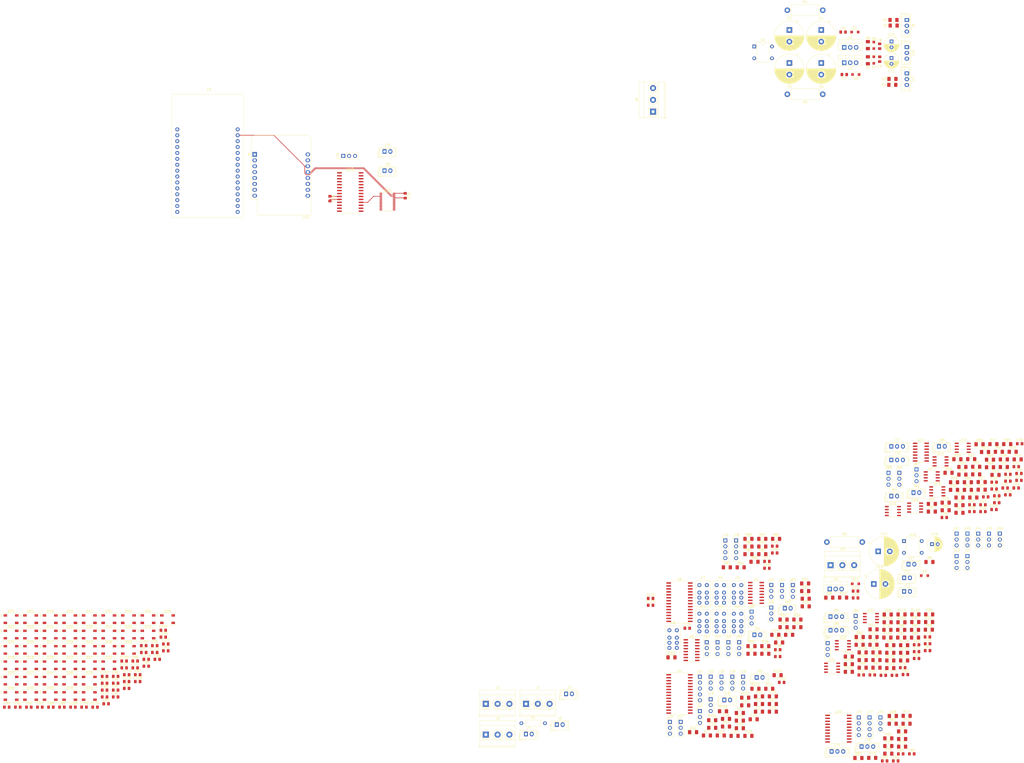
<source format=kicad_pcb>
(kicad_pcb (version 20171130) (host pcbnew "(5.1.5-0-10_14)")
  (layers (0 F.Cu signal) (31 B.Cu signal) (34 B.Paste user) (35 F.Paste user) (36 B.SilkS user) (37 F.SilkS user) (38 B.Mask user) (39 F.Mask user) (44 Edge.Cuts user))
  (net 0 "")
  (net 1 GND)
  (net 2 "/+-15V PWR SUPPLY/rectified_+")
  (net 3 "/+-15V PWR SUPPLY/rectified_-")
  (net 4 "Net-(C4-Pad1)")
  (net 5 "Net-(C5-Pad2)")
  (net 6 "Net-(C6-Pad2)")
  (net 7 "Net-(C7-Pad2)")
  (net 8 +15V)
  (net 9 -15V)
  (net 10 "/5V supply/rectified_+")
  (net 11 "Net-(C13-Pad1)")
  (net 12 "Net-(C14-Pad2)")
  (net 13 +5V)
  (net 14 "/front panel/SW_1")
  (net 15 "/front panel/SW_2")
  (net 16 "/front panel/SW_3")
  (net 17 "/front panel/SW_4")
  (net 18 "/front panel/SW_5")
  (net 19 "/front panel/SW_6")
  (net 20 "/front panel/SW_7")
  (net 21 "/front panel/SW_8")
  (net 22 "Net-(C29-Pad2)")
  (net 23 "/Volume Control/DAC_CTRL_1_L")
  (net 24 "Net-(C30-Pad2)")
  (net 25 "/Volume Control/DAC_CTRL_1_R")
  (net 26 "Net-(C31-Pad2)")
  (net 27 "/Volume Control/DAC_CTRL_2_L")
  (net 28 "Net-(C32-Pad2)")
  (net 29 "/Volume Control/DAC_CTRL_2_R")
  (net 30 "Net-(C45-Pad2)")
  (net 31 "/headphone amp/IN_L")
  (net 32 "Net-(C46-Pad1)")
  (net 33 "Net-(C47-Pad1)")
  (net 34 "Net-(C48-Pad2)")
  (net 35 "/headphone amp/IN_R")
  (net 36 "Net-(C49-Pad1)")
  (net 37 "Net-(C50-Pad2)")
  (net 38 "Net-(C51-Pad1)")
  (net 39 "Net-(C52-Pad2)")
  (net 40 "Net-(C73-Pad2)")
  (net 41 "Net-(C73-Pad1)")
  (net 42 "Net-(C74-Pad2)")
  (net 43 "Net-(C74-Pad1)")
  (net 44 "Net-(D1-Pad3)")
  (net 45 "Net-(D1-Pad4)")
  (net 46 "Net-(D2-Pad2)")
  (net 47 "Net-(D3-Pad1)")
  (net 48 "Net-(D8-Pad2)")
  (net 49 "Net-(D10-Pad3)")
  (net 50 "Net-(D10-Pad4)")
  (net 51 "Net-(D12-Pad2)")
  (net 52 "Net-(D13-Pad2)")
  (net 53 "Net-(D14-Pad2)")
  (net 54 /MCU/LED_DT)
  (net 55 "Net-(D15-Pad2)")
  (net 56 "Net-(D15-Pad4)")
  (net 57 "Net-(D16-Pad2)")
  (net 58 "Net-(D17-Pad2)")
  (net 59 "Net-(D17-Pad4)")
  (net 60 "Net-(D18-Pad2)")
  (net 61 "Net-(D19-Pad2)")
  (net 62 "Net-(D20-Pad4)")
  (net 63 "Net-(D21-Pad2)")
  (net 64 "Net-(D22-Pad4)")
  (net 65 "Net-(D23-Pad2)")
  (net 66 "Net-(D24-Pad2)")
  (net 67 "Net-(D25-Pad4)")
  (net 68 "Net-(D26-Pad2)")
  (net 69 "Net-(D27-Pad4)")
  (net 70 "Net-(D28-Pad2)")
  (net 71 "Net-(D29-Pad2)")
  (net 72 "Net-(D30-Pad4)")
  (net 73 "Net-(D31-Pad2)")
  (net 74 "Net-(D32-Pad4)")
  (net 75 "Net-(D33-Pad2)")
  (net 76 "Net-(D34-Pad2)")
  (net 77 "Net-(D35-Pad4)")
  (net 78 "Net-(D36-Pad2)")
  (net 79 "Net-(D37-Pad4)")
  (net 80 "Net-(D38-Pad2)")
  (net 81 "Net-(D39-Pad2)")
  (net 82 "Net-(D40-Pad4)")
  (net 83 "Net-(D41-Pad2)")
  (net 84 "Net-(D42-Pad4)")
  (net 85 "Net-(D43-Pad2)")
  (net 86 "Net-(D44-Pad2)")
  (net 87 "Net-(D45-Pad4)")
  (net 88 "Net-(D46-Pad2)")
  (net 89 "Net-(D47-Pad4)")
  (net 90 "Net-(D48-Pad2)")
  (net 91 "Net-(D49-Pad2)")
  (net 92 "Net-(D51-Pad2)")
  (net 93 "Net-(D53-Pad2)")
  (net 94 "Net-(D54-Pad2)")
  (net 95 "Net-(D55-Pad1)")
  (net 96 "Net-(D56-Pad2)")
  (net 97 "Net-(D57-Pad2)")
  (net 98 "Net-(D58-Pad1)")
  (net 99 "Net-(D59-Pad2)")
  (net 100 "Net-(D60-Pad1)")
  (net 101 "/+-15V PWR SUPPLY/AC_N")
  (net 102 "/AC input/AC_IN_HOT")
  (net 103 "/AC input/PWR_SW")
  (net 104 "Net-(J4-Pad2)")
  (net 105 "/+-15V PWR SUPPLY/AC_HOT")
  (net 106 "/AC input/STBY_CTRL_2")
  (net 107 "/AC input/STBY_CTRL_1")
  (net 108 /MCU/~FP_RST)
  (net 109 /MCU/ENC_INT)
  (net 110 "/front panel/FP_INTA")
  (net 111 /MCU/FP_SCL)
  (net 112 /MCU/FP_SDA)
  (net 113 /IO/A_IN_1_R)
  (net 114 /IO/A_IN_1_L)
  (net 115 /IO/A_IN_2_R)
  (net 116 /IO/A_IN_2_L)
  (net 117 /IO/A_IN_3_R)
  (net 118 /IO/A_IN_3_L)
  (net 119 /IO/A_IN_4_R)
  (net 120 /IO/A_IN_4_L)
  (net 121 /IO/A_IN_5_R)
  (net 122 /IO/A_IN_5_L)
  (net 123 /IO/A_OUT_1_R)
  (net 124 /IO/A_OUT_1_L)
  (net 125 /IO/A_OUT_2_R)
  (net 126 /IO/A_OUT_2_L)
  (net 127 "/input selector/A_IN_R")
  (net 128 "/input selector/A_IN_L")
  (net 129 "/input selector/A_OUT_R")
  (net 130 "/input selector/A_OUT_L")
  (net 131 "/Volume Control/DAC_SCL")
  (net 132 "/Volume Control/DAC_SDA")
  (net 133 "/headphone amp/xfeed_out_r")
  (net 134 "/headphone amp/xfeed_out_l")
  (net 135 "Net-(J77-Pad4)")
  (net 136 "Net-(J79-Pad4)")
  (net 137 "Net-(J79-Pad2)")
  (net 138 "Net-(J79-Pad1)")
  (net 139 "Net-(K2-Pad2)")
  (net 140 "/input selector/IN_1_S+")
  (net 141 "/input selector/IN_1_R+")
  (net 142 "Net-(K2-Pad7)")
  (net 143 "Net-(K3-Pad2)")
  (net 144 "/input selector/IN_2_S+")
  (net 145 "/input selector/IN_2_R+")
  (net 146 "Net-(K3-Pad7)")
  (net 147 "Net-(K4-Pad2)")
  (net 148 "/input selector/IN_3_S+")
  (net 149 "/input selector/IN_3_R+")
  (net 150 "Net-(K4-Pad7)")
  (net 151 "Net-(K5-Pad2)")
  (net 152 "/input selector/IN_4_S+")
  (net 153 "/input selector/IN_4_R+")
  (net 154 "Net-(K5-Pad7)")
  (net 155 "Net-(K6-Pad2)")
  (net 156 "/input selector/IN_5_S+")
  (net 157 "/input selector/IN_5_R+")
  (net 158 "Net-(K6-Pad7)")
  (net 159 "/input selector/OUT_1_S+")
  (net 160 "/input selector/OUT_1_R+")
  (net 161 "/input selector/OUT_2_S+")
  (net 162 "/input selector/OUT_2_R+")
  (net 163 "/front panel/SW_IN_1")
  (net 164 "/front panel/SW_IN_2")
  (net 165 "/front panel/SW_IN_3")
  (net 166 "/front panel/SW_IN_4")
  (net 167 "/front panel/SW_IN_5")
  (net 168 "/front panel/SW_MUTE")
  (net 169 "/front panel/SW_OUT_1")
  (net 170 "/front panel/SW_OUT_2")
  (net 171 "/Volume Control/DAC_A")
  (net 172 "Net-(C25-Pad1)")
  (net 173 "/Volume Control/DAC_B")
  (net 174 "Net-(C26-Pad1)")
  (net 175 "/Volume Control/DAC_C")
  (net 176 "Net-(C27-Pad1)")
  (net 177 "/Volume Control/DAC_D")
  (net 178 "Net-(C28-Pad1)")
  (net 179 "Net-(C33-Pad2)")
  (net 180 "Net-(R51-Pad1)")
  (net 181 "Net-(C34-Pad2)")
  (net 182 "Net-(R52-Pad1)")
  (net 183 "Net-(C35-Pad2)")
  (net 184 "Net-(C36-Pad2)")
  (net 185 "Net-(C37-Pad2)")
  (net 186 "Net-(R55-Pad1)")
  (net 187 "Net-(C38-Pad2)")
  (net 188 "Net-(R56-Pad1)")
  (net 189 "Net-(C39-Pad2)")
  (net 190 "Net-(C40-Pad2)")
  (net 191 "Net-(R64-Pad1)")
  (net 192 "Net-(R65-Pad1)")
  (net 193 "Net-(R66-Pad1)")
  (net 194 "Net-(R67-Pad1)")
  (net 195 "/front panel/SEL_DT")
  (net 196 "/front panel/SEL_CLK")
  (net 197 "Net-(R72-Pad1)")
  (net 198 "Net-(R73-Pad1)")
  (net 199 "Net-(R74-Pad1)")
  (net 200 "Net-(R75-Pad1)")
  (net 201 "Net-(R76-Pad1)")
  (net 202 "Net-(R77-Pad1)")
  (net 203 "/headphone amp/OUT_L")
  (net 204 "/headphone amp/OUT_R")
  (net 205 "Net-(R80-Pad1)")
  (net 206 "Net-(R83-Pad1)")
  (net 207 "Net-(R86-Pad1)")
  (net 208 "Net-(R88-Pad1)")
  (net 209 "Net-(R90-Pad1)")
  (net 210 "Net-(R91-Pad1)")
  (net 211 "Net-(J82-Pad2)")
  (net 212 "Net-(J82-Pad3)")
  (net 213 "Net-(R95-Pad1)")
  (net 214 "Net-(R101-Pad2)")
  (net 215 "Net-(R103-Pad2)")
  (net 216 "Net-(R104-Pad2)")
  (net 217 "Net-(R102-Pad2)")
  (net 218 "Net-(J83-Pad3)")
  (net 219 "Net-(J83-Pad2)")
  (net 220 "Net-(R107-Pad1)")
  (net 221 "Net-(R108-Pad1)")
  (net 222 "Net-(J88-Pad2)")
  (net 223 "Net-(J88-Pad3)")
  (net 224 "Net-(R112-Pad1)")
  (net 225 "Net-(R113-Pad1)")
  (net 226 "Net-(R114-Pad1)")
  (net 227 "Net-(R115-Pad1)")
  (net 228 "Net-(R116-Pad1)")
  (net 229 "Net-(J89-Pad2)")
  (net 230 "Net-(J89-Pad3)")
  (net 231 "/front panel/SEL_SW")
  (net 232 "/front panel/VOL_DT")
  (net 233 "/front panel/VOL_CLK")
  (net 234 "/front panel/VOL_SW")
  (net 235 "Net-(R134-Pad1)")
  (net 236 "Net-(U4-Pad28)")
  (net 237 "Net-(U4-Pad27)")
  (net 238 "Net-(U4-Pad14)")
  (net 239 "Net-(U4-Pad11)")
  (net 240 "Net-(U5-Pad38)")
  (net 241 "Net-(U5-Pad35)")
  (net 242 /MCU/SDA)
  (net 243 "Net-(U5-Pad22)")
  (net 244 "Net-(U5-Pad21)")
  (net 245 "Net-(U5-Pad25)")
  (net 246 "Net-(U5-Pad27)")
  (net 247 "Net-(U5-Pad24)")
  (net 248 "Net-(U5-Pad36)")
  (net 249 "Net-(U5-Pad34)")
  (net 250 "Net-(U5-Pad40)")
  (net 251 "Net-(U5-Pad41)")
  (net 252 /MCU/SCL)
  (net 253 "Net-(U5-Pad9)")
  (net 254 "Net-(U5-Pad20)")
  (net 255 "Net-(U5-Pad18)")
  (net 256 "Net-(U5-Pad17)")
  (net 257 "Net-(U5-Pad15)")
  (net 258 "Net-(U5-Pad16)")
  (net 259 "Net-(U5-Pad14)")
  (net 260 "Net-(U5-Pad13)")
  (net 261 /MCU/~I2C_RST)
  (net 262 "Net-(U5-Pad12)")
  (net 263 "Net-(U6-Pad28)")
  (net 264 "Net-(J57-Pad7)")
  (net 265 "Net-(J57-Pad6)")
  (net 266 "Net-(J57-Pad5)")
  (net 267 "Net-(J57-Pad4)")
  (net 268 "Net-(J57-Pad3)")
  (net 269 "Net-(J57-Pad2)")
  (net 270 "Net-(J57-Pad1)")
  (net 271 "Net-(U6-Pad20)")
  (net 272 "Net-(U6-Pad19)")
  (net 273 "Net-(U6-Pad14)")
  (net 274 /MCU/IO_SDA)
  (net 275 /MCU/IO_SCL)
  (net 276 "Net-(U6-Pad11)")
  (net 277 "Net-(U6-Pad8)")
  (net 278 "Net-(J56-Pad7)")
  (net 279 "Net-(J56-Pad6)")
  (net 280 "Net-(J56-Pad5)")
  (net 281 "Net-(J56-Pad4)")
  (net 282 "Net-(J56-Pad3)")
  (net 283 "Net-(J56-Pad2)")
  (net 284 "Net-(J56-Pad1)")
  (net 285 "Net-(U10-Pad20)")
  (net 286 "Net-(U10-Pad19)")
  (net 287 "Net-(U10-Pad18)")
  (net 288 "Net-(U10-Pad17)")
  (net 289 "Net-(U10-Pad16)")
  (net 290 "Net-(U10-Pad15)")
  (net 291 "Net-(U10-Pad14)")
  (net 292 "Net-(U10-Pad13)")
  (net 293 "Net-(R133-Pad2)")
  (net 294 "Net-(R132-Pad2)")
  (net 295 "Net-(U12-Pad15)")
  (net 296 "Net-(U12-Pad8)")
  (net 297 "Net-(U12-Pad7)")
  (net 298 "Net-(U12-Pad5)")
  (net 299 "Net-(U12-Pad4)")
  (net 300 "Net-(U12-Pad3)")
  (net 301 "Net-(U12-Pad1)")
  (net 302 "Net-(U12-Pad2)")
  (net 303 "Net-(U13-Pad4)")
  (net 304 "Net-(U14-Pad4)")
  (net 305 "Net-(U16-Pad4)")
  (net 306 "Net-(U17-Pad4)")
  (net 307 "Net-(U19-Pad28)")
  (net 308 "Net-(U19-Pad27)")
  (net 309 "Net-(U19-Pad26)")
  (net 310 "Net-(U19-Pad25)")
  (net 311 "Net-(U19-Pad24)")
  (net 312 "Net-(U19-Pad23)")
  (net 313 "Net-(U19-Pad22)")
  (net 314 "Net-(U19-Pad21)")
  (net 315 "Net-(U19-Pad20)")
  (net 316 "Net-(U19-Pad19)")
  (net 317 "Net-(U19-Pad14)")
  (net 318 "Net-(U19-Pad11)")
  (net 319 "Net-(U19-Pad8)")
  (net 320 "Net-(U19-Pad7)")
  (net 321 "Net-(U19-Pad6)")
  (net 322 "Net-(U19-Pad5)")
  (net 323 "Net-(U19-Pad4)")
  (module Package_SO:SOP-8_3.9x4.9mm_P1.27mm (layer F.Cu) (at 193.462918 137.075)
    (fp_text reference U23 (at 0 -3.4) (layer F.SilkS))
    (fp_text value NJM2068M)
    (pad 8 smd roundrect (at 2.625 -1.905) (size 1.65 0.6) (layers F.Cu F.Paste F.Mask) (net 8 +15V))
    (pad 7 smd roundrect (at 2.625 -0.635) (size 1.65 0.6) (layers F.Cu F.Paste F.Mask) (net 228 "Net-(R116-Pad1)"))
    (pad 6 smd roundrect (at 2.625 0.635) (size 1.65 0.6) (layers F.Cu F.Paste F.Mask) (net 221 "Net-(R108-Pad1)"))
    (pad 5 smd roundrect (at 2.625 1.905) (size 1.65 0.6) (layers F.Cu F.Paste F.Mask) (net 1 GND))
    (pad 4 smd roundrect (at -2.625 1.905) (size 1.65 0.6) (layers F.Cu F.Paste F.Mask) (net 9 -15V))
    (pad 3 smd roundrect (at -2.625 0.635) (size 1.65 0.6) (layers F.Cu F.Paste F.Mask) (net 220 "Net-(R107-Pad1)"))
    (pad 2 smd roundrect (at -2.625 -0.635) (size 1.65 0.6) (layers F.Cu F.Paste F.Mask) (net 224 "Net-(R112-Pad1)"))
    (pad 1 smd roundrect (at -2.625 -1.905) (size 1.65 0.6) (layers F.Cu F.Paste F.Mask) (net 227 "Net-(R115-Pad1)"))
  )
  (module Package_SO:SOP-8_3.9x4.9mm_P1.27mm (layer F.Cu) (at 205.512918 125.375)
    (fp_text reference U22 (at 0 -3.4) (layer F.SilkS))
    (fp_text value NJM2068M)
    (pad 8 smd roundrect (at 2.625 -1.905) (size 1.65 0.6) (layers F.Cu F.Paste F.Mask) (net 8 +15V))
    (pad 7 smd roundrect (at 2.625 -0.635) (size 1.65 0.6) (layers F.Cu F.Paste F.Mask) (net 214 "Net-(R101-Pad2)"))
    (pad 6 smd roundrect (at 2.625 0.635) (size 1.65 0.6) (layers F.Cu F.Paste F.Mask) (net 210 "Net-(R91-Pad1)"))
    (pad 5 smd roundrect (at 2.625 1.905) (size 1.65 0.6) (layers F.Cu F.Paste F.Mask) (net 1 GND))
    (pad 4 smd roundrect (at -2.625 1.905) (size 1.65 0.6) (layers F.Cu F.Paste F.Mask) (net 9 -15V))
    (pad 3 smd roundrect (at -2.625 0.635) (size 1.65 0.6) (layers F.Cu F.Paste F.Mask) (net 209 "Net-(R90-Pad1)"))
    (pad 2 smd roundrect (at -2.625 -0.635) (size 1.65 0.6) (layers F.Cu F.Paste F.Mask) (net 213 "Net-(R95-Pad1)"))
    (pad 1 smd roundrect (at -2.625 -1.905) (size 1.65 0.6) (layers F.Cu F.Paste F.Mask) (net 217 "Net-(R102-Pad2)"))
  )
  (module Package_SO:SOP-8_3.9x4.9mm_P1.27mm (layer F.Cu) (at 188.812918 146.775)
    (fp_text reference U21 (at 0 -3.4) (layer F.SilkS))
    (fp_text value NJM2068M)
    (pad 8 smd roundrect (at 2.625 -1.905) (size 1.65 0.6) (layers F.Cu F.Paste F.Mask) (net 8 +15V))
    (pad 7 smd roundrect (at 2.625 -0.635) (size 1.65 0.6) (layers F.Cu F.Paste F.Mask) (net 43 "Net-(C74-Pad1)"))
    (pad 6 smd roundrect (at 2.625 0.635) (size 1.65 0.6) (layers F.Cu F.Paste F.Mask) (net 226 "Net-(R114-Pad1)"))
    (pad 5 smd roundrect (at 2.625 1.905) (size 1.65 0.6) (layers F.Cu F.Paste F.Mask) (net 225 "Net-(R113-Pad1)"))
    (pad 4 smd roundrect (at -2.625 1.905) (size 1.65 0.6) (layers F.Cu F.Paste F.Mask) (net 9 -15V))
    (pad 3 smd roundrect (at -2.625 0.635) (size 1.65 0.6) (layers F.Cu F.Paste F.Mask) (net 215 "Net-(R103-Pad2)"))
    (pad 2 smd roundrect (at -2.625 -0.635) (size 1.65 0.6) (layers F.Cu F.Paste F.Mask) (net 216 "Net-(R104-Pad2)"))
    (pad 1 smd roundrect (at -2.625 -1.905) (size 1.65 0.6) (layers F.Cu F.Paste F.Mask) (net 41 "Net-(C73-Pad1)"))
  )
  (module Package_SO:SOIC-20W_7.5x12.8mm_P1.27mm (layer F.Cu) (at 191.525918 173.018)
    (fp_text reference U20 (at 0 -7.35) (layer F.SilkS))
    (fp_text value TPA6120)
    (pad 20 smd roundrect (at 4.65 -5.715) (size 2.05 0.6) (layers F.Cu F.Paste F.Mask) (net 9 -15V))
    (pad 19 smd roundrect (at 4.65 -4.445) (size 2.05 0.6) (layers F.Cu F.Paste F.Mask) (net 202 "Net-(R77-Pad1)"))
    (pad 18 smd roundrect (at 4.65 -3.175) (size 2.05 0.6) (layers F.Cu F.Paste F.Mask) (net 8 +15V))
    (pad 17 smd roundrect (at 4.65 -1.905) (size 2.05 0.6) (layers F.Cu F.Paste F.Mask) (net 200 "Net-(R75-Pad1)"))
    (pad 16 smd roundrect (at 4.65 -0.635) (size 2.05 0.6) (layers F.Cu F.Paste F.Mask) (net 198 "Net-(R73-Pad1)"))
    (pad 15 smd roundrect (at 4.65 0.635) (size 2.05 0.6) (layers F.Cu F.Paste F.Mask))
    (pad 14 smd roundrect (at 4.65 1.905) (size 2.05 0.6) (layers F.Cu F.Paste F.Mask))
    (pad 13 smd roundrect (at 4.65 3.175) (size 2.05 0.6) (layers F.Cu F.Paste F.Mask))
    (pad 12 smd roundrect (at 4.65 4.445) (size 2.05 0.6) (layers F.Cu F.Paste F.Mask))
    (pad 11 smd roundrect (at 4.65 5.715) (size 2.05 0.6) (layers F.Cu F.Paste F.Mask))
    (pad 10 smd roundrect (at -4.65 5.715) (size 2.05 0.6) (layers F.Cu F.Paste F.Mask))
    (pad 9 smd roundrect (at -4.65 4.445) (size 2.05 0.6) (layers F.Cu F.Paste F.Mask))
    (pad 8 smd roundrect (at -4.65 3.175) (size 2.05 0.6) (layers F.Cu F.Paste F.Mask))
    (pad 7 smd roundrect (at -4.65 1.905) (size 2.05 0.6) (layers F.Cu F.Paste F.Mask))
    (pad 6 smd roundrect (at -4.65 0.635) (size 2.05 0.6) (layers F.Cu F.Paste F.Mask))
    (pad 5 smd roundrect (at -4.65 -0.635) (size 2.05 0.6) (layers F.Cu F.Paste F.Mask) (net 197 "Net-(R72-Pad1)"))
    (pad 4 smd roundrect (at -4.65 -1.905) (size 2.05 0.6) (layers F.Cu F.Paste F.Mask) (net 199 "Net-(R74-Pad1)"))
    (pad 3 smd roundrect (at -4.65 -3.175) (size 2.05 0.6) (layers F.Cu F.Paste F.Mask) (net 8 +15V))
    (pad 2 smd roundrect (at -4.65 -4.445) (size 2.05 0.6) (layers F.Cu F.Paste F.Mask) (net 201 "Net-(R76-Pad1)"))
    (pad 1 smd roundrect (at -4.65 -5.715) (size 2.05 0.6) (layers F.Cu F.Paste F.Mask) (net 9 -15V))
  )
  (module Package_SO:SOIC-28W_7.5x17.9mm_P1.27mm (layer F.Cu) (at -18.562082 -58.105)
    (fp_text reference U19 (at 0 -9.9) (layer F.SilkS))
    (fp_text value MCP23017_SO)
    (pad 28 smd roundrect (at 4.65 -8.255) (size 2.05 0.6) (layers F.Cu F.Paste F.Mask) (net 307 "Net-(U19-Pad28)"))
    (pad 27 smd roundrect (at 4.65 -6.985) (size 2.05 0.6) (layers F.Cu F.Paste F.Mask) (net 308 "Net-(U19-Pad27)"))
    (pad 26 smd roundrect (at 4.65 -5.715) (size 2.05 0.6) (layers F.Cu F.Paste F.Mask) (net 309 "Net-(U19-Pad26)"))
    (pad 25 smd roundrect (at 4.65 -4.445) (size 2.05 0.6) (layers F.Cu F.Paste F.Mask) (net 310 "Net-(U19-Pad25)"))
    (pad 24 smd roundrect (at 4.65 -3.175) (size 2.05 0.6) (layers F.Cu F.Paste F.Mask) (net 311 "Net-(U19-Pad24)"))
    (pad 23 smd roundrect (at 4.65 -1.905) (size 2.05 0.6) (layers F.Cu F.Paste F.Mask) (net 312 "Net-(U19-Pad23)"))
    (pad 22 smd roundrect (at 4.65 -0.635) (size 2.05 0.6) (layers F.Cu F.Paste F.Mask) (net 313 "Net-(U19-Pad22)"))
    (pad 21 smd roundrect (at 4.65 0.635) (size 2.05 0.6) (layers F.Cu F.Paste F.Mask) (net 314 "Net-(U19-Pad21)"))
    (pad 20 smd roundrect (at 4.65 1.905) (size 2.05 0.6) (layers F.Cu F.Paste F.Mask) (net 315 "Net-(U19-Pad20)"))
    (pad 19 smd roundrect (at 4.65 3.175) (size 2.05 0.6) (layers F.Cu F.Paste F.Mask) (net 316 "Net-(U19-Pad19)"))
    (pad 18 smd roundrect (at 4.65 4.445) (size 2.05 0.6) (layers F.Cu F.Paste F.Mask) (net 261 /MCU/~I2C_RST))
    (pad 17 smd roundrect (at 4.65 5.715) (size 2.05 0.6) (layers F.Cu F.Paste F.Mask) (net 1 GND))
    (pad 16 smd roundrect (at 4.65 6.985) (size 2.05 0.6) (layers F.Cu F.Paste F.Mask) (net 1 GND))
    (pad 15 smd roundrect (at 4.65 8.255) (size 2.05 0.6) (layers F.Cu F.Paste F.Mask) (net 1 GND))
    (pad 14 smd roundrect (at -4.65 8.255) (size 2.05 0.6) (layers F.Cu F.Paste F.Mask) (net 317 "Net-(U19-Pad14)"))
    (pad 13 smd roundrect (at -4.65 6.985) (size 2.05 0.6) (layers F.Cu F.Paste F.Mask) (net 294 "Net-(R132-Pad2)"))
    (pad 12 smd roundrect (at -4.65 5.715) (size 2.05 0.6) (layers F.Cu F.Paste F.Mask) (net 293 "Net-(R133-Pad2)"))
    (pad 11 smd roundrect (at -4.65 4.445) (size 2.05 0.6) (layers F.Cu F.Paste F.Mask) (net 318 "Net-(U19-Pad11)"))
    (pad 10 smd roundrect (at -4.65 3.175) (size 2.05 0.6) (layers F.Cu F.Paste F.Mask) (net 1 GND))
    (pad 9 smd roundrect (at -4.65 1.905) (size 2.05 0.6) (layers F.Cu F.Paste F.Mask) (net 13 +5V))
    (pad 8 smd roundrect (at -4.65 0.635) (size 2.05 0.6) (layers F.Cu F.Paste F.Mask) (net 319 "Net-(U19-Pad8)"))
    (pad 7 smd roundrect (at -4.65 -0.635) (size 2.05 0.6) (layers F.Cu F.Paste F.Mask) (net 320 "Net-(U19-Pad7)"))
    (pad 6 smd roundrect (at -4.65 -1.905) (size 2.05 0.6) (layers F.Cu F.Paste F.Mask) (net 321 "Net-(U19-Pad6)"))
    (pad 5 smd roundrect (at -4.65 -3.175) (size 2.05 0.6) (layers F.Cu F.Paste F.Mask) (net 322 "Net-(U19-Pad5)"))
    (pad 4 smd roundrect (at -4.65 -4.445) (size 2.05 0.6) (layers F.Cu F.Paste F.Mask) (net 323 "Net-(U19-Pad4)"))
    (pad 3 smd roundrect (at -4.65 -5.715) (size 2.05 0.6) (layers F.Cu F.Paste F.Mask) (net 107 "/AC input/STBY_CTRL_1"))
    (pad 2 smd roundrect (at -4.65 -6.985) (size 2.05 0.6) (layers F.Cu F.Paste F.Mask) (net 106 "/AC input/STBY_CTRL_2"))
    (pad 1 smd roundrect (at -4.65 -8.255) (size 2.05 0.6) (layers F.Cu F.Paste F.Mask) (net 108 /MCU/~FP_RST))
  )
  (module Package_SO:SOP-8_3.9x4.9mm_P1.27mm (layer F.Cu) (at 234.092918 70.795)
    (fp_text reference U18 (at 0 -3.4) (layer F.SilkS))
    (fp_text value NJM2068M)
    (pad 8 smd roundrect (at 2.625 -1.905) (size 1.65 0.6) (layers F.Cu F.Paste F.Mask) (net 8 +15V))
    (pad 7 smd roundrect (at 2.625 -0.635) (size 1.65 0.6) (layers F.Cu F.Paste F.Mask) (net 35 "/headphone amp/IN_R"))
    (pad 6 smd roundrect (at 2.625 0.635) (size 1.65 0.6) (layers F.Cu F.Paste F.Mask) (net 190 "Net-(C40-Pad2)"))
    (pad 5 smd roundrect (at 2.625 1.905) (size 1.65 0.6) (layers F.Cu F.Paste F.Mask) (net 1 GND))
    (pad 4 smd roundrect (at -2.625 1.905) (size 1.65 0.6) (layers F.Cu F.Paste F.Mask) (net 9 -15V))
    (pad 3 smd roundrect (at -2.625 0.635) (size 1.65 0.6) (layers F.Cu F.Paste F.Mask) (net 1 GND))
    (pad 2 smd roundrect (at -2.625 -0.635) (size 1.65 0.6) (layers F.Cu F.Paste F.Mask) (net 189 "Net-(C39-Pad2)"))
    (pad 1 smd roundrect (at -2.625 -1.905) (size 1.65 0.6) (layers F.Cu F.Paste F.Mask) (net 31 "/headphone amp/IN_L"))
  )
  (module Package_SO:SO-8_3.9x4.9mm_P1.27mm (layer F.Cu) (at 231.692918 64.345)
    (fp_text reference U17 (at 0 -3.4) (layer F.SilkS))
    (fp_text value THAT2181)
    (pad 8 smd roundrect (at 2.575 -1.905) (size 1.75 0.6) (layers F.Cu F.Paste F.Mask) (net 190 "Net-(C40-Pad2)"))
    (pad 7 smd roundrect (at 2.575 -0.635) (size 1.75 0.6) (layers F.Cu F.Paste F.Mask) (net 8 +15V))
    (pad 6 smd roundrect (at 2.575 0.635) (size 1.75 0.6) (layers F.Cu F.Paste F.Mask) (net 1 GND))
    (pad 5 smd roundrect (at 2.575 1.905) (size 1.75 0.6) (layers F.Cu F.Paste F.Mask) (net 194 "Net-(R67-Pad1)"))
    (pad 4 smd roundrect (at -2.575 1.905) (size 1.75 0.6) (layers F.Cu F.Paste F.Mask) (net 306 "Net-(U17-Pad4)"))
    (pad 3 smd roundrect (at -2.575 0.635) (size 1.75 0.6) (layers F.Cu F.Paste F.Mask) (net 1 GND))
    (pad 2 smd roundrect (at -2.575 -0.635) (size 1.75 0.6) (layers F.Cu F.Paste F.Mask) (net 29 "/Volume Control/DAC_CTRL_2_R"))
    (pad 1 smd roundrect (at -2.575 -1.905) (size 1.75 0.6) (layers F.Cu F.Paste F.Mask) (net 188 "Net-(R56-Pad1)"))
  )
  (module Package_SO:SO-8_3.9x4.9mm_P1.27mm (layer F.Cu) (at 224.542918 77.805)
    (fp_text reference U16 (at 0 -3.4) (layer F.SilkS))
    (fp_text value THAT2181)
    (pad 8 smd roundrect (at 2.575 -1.905) (size 1.75 0.6) (layers F.Cu F.Paste F.Mask) (net 189 "Net-(C39-Pad2)"))
    (pad 7 smd roundrect (at 2.575 -0.635) (size 1.75 0.6) (layers F.Cu F.Paste F.Mask) (net 8 +15V))
    (pad 6 smd roundrect (at 2.575 0.635) (size 1.75 0.6) (layers F.Cu F.Paste F.Mask) (net 1 GND))
    (pad 5 smd roundrect (at 2.575 1.905) (size 1.75 0.6) (layers F.Cu F.Paste F.Mask) (net 193 "Net-(R66-Pad1)"))
    (pad 4 smd roundrect (at -2.575 1.905) (size 1.75 0.6) (layers F.Cu F.Paste F.Mask) (net 305 "Net-(U16-Pad4)"))
    (pad 3 smd roundrect (at -2.575 0.635) (size 1.75 0.6) (layers F.Cu F.Paste F.Mask) (net 1 GND))
    (pad 2 smd roundrect (at -2.575 -0.635) (size 1.75 0.6) (layers F.Cu F.Paste F.Mask) (net 27 "/Volume Control/DAC_CTRL_2_L"))
    (pad 1 smd roundrect (at -2.575 -1.905) (size 1.75 0.6) (layers F.Cu F.Paste F.Mask) (net 186 "Net-(R55-Pad1)"))
  )
  (module Package_SO:SOP-8_3.9x4.9mm_P1.27mm (layer F.Cu) (at 214.992918 79.295)
    (fp_text reference U15 (at 0 -3.4) (layer F.SilkS))
    (fp_text value NJM2068M)
    (pad 8 smd roundrect (at 2.625 -1.905) (size 1.65 0.6) (layers F.Cu F.Paste F.Mask) (net 8 +15V))
    (pad 7 smd roundrect (at 2.625 -0.635) (size 1.65 0.6) (layers F.Cu F.Paste F.Mask) (net 127 "/input selector/A_IN_R"))
    (pad 6 smd roundrect (at 2.625 0.635) (size 1.65 0.6) (layers F.Cu F.Paste F.Mask) (net 184 "Net-(C36-Pad2)"))
    (pad 5 smd roundrect (at 2.625 1.905) (size 1.65 0.6) (layers F.Cu F.Paste F.Mask) (net 1 GND))
    (pad 4 smd roundrect (at -2.625 1.905) (size 1.65 0.6) (layers F.Cu F.Paste F.Mask) (net 9 -15V))
    (pad 3 smd roundrect (at -2.625 0.635) (size 1.65 0.6) (layers F.Cu F.Paste F.Mask) (net 1 GND))
    (pad 2 smd roundrect (at -2.625 -0.635) (size 1.65 0.6) (layers F.Cu F.Paste F.Mask) (net 183 "Net-(C35-Pad2)"))
    (pad 1 smd roundrect (at -2.625 -1.905) (size 1.65 0.6) (layers F.Cu F.Paste F.Mask) (net 128 "/input selector/A_IN_L"))
  )
  (module Package_SO:SO-8_3.9x4.9mm_P1.27mm (layer F.Cu) (at 235.492918 57.895)
    (fp_text reference U14 (at 0 -3.4) (layer F.SilkS))
    (fp_text value THAT2181)
    (pad 8 smd roundrect (at 2.575 -1.905) (size 1.75 0.6) (layers F.Cu F.Paste F.Mask) (net 184 "Net-(C36-Pad2)"))
    (pad 7 smd roundrect (at 2.575 -0.635) (size 1.75 0.6) (layers F.Cu F.Paste F.Mask) (net 8 +15V))
    (pad 6 smd roundrect (at 2.575 0.635) (size 1.75 0.6) (layers F.Cu F.Paste F.Mask) (net 1 GND))
    (pad 5 smd roundrect (at 2.575 1.905) (size 1.75 0.6) (layers F.Cu F.Paste F.Mask) (net 192 "Net-(R65-Pad1)"))
    (pad 4 smd roundrect (at -2.575 1.905) (size 1.75 0.6) (layers F.Cu F.Paste F.Mask) (net 304 "Net-(U14-Pad4)"))
    (pad 3 smd roundrect (at -2.575 0.635) (size 1.75 0.6) (layers F.Cu F.Paste F.Mask) (net 1 GND))
    (pad 2 smd roundrect (at -2.575 -0.635) (size 1.75 0.6) (layers F.Cu F.Paste F.Mask) (net 25 "/Volume Control/DAC_CTRL_1_R"))
    (pad 1 smd roundrect (at -2.575 -1.905) (size 1.75 0.6) (layers F.Cu F.Paste F.Mask) (net 182 "Net-(R52-Pad1)"))
  )
  (module Package_SO:SO-8_3.9x4.9mm_P1.27mm (layer F.Cu) (at 245.042918 52.045)
    (fp_text reference U13 (at 0 -3.4) (layer F.SilkS))
    (fp_text value THAT2181)
    (pad 8 smd roundrect (at 2.575 -1.905) (size 1.75 0.6) (layers F.Cu F.Paste F.Mask) (net 183 "Net-(C35-Pad2)"))
    (pad 7 smd roundrect (at 2.575 -0.635) (size 1.75 0.6) (layers F.Cu F.Paste F.Mask) (net 8 +15V))
    (pad 6 smd roundrect (at 2.575 0.635) (size 1.75 0.6) (layers F.Cu F.Paste F.Mask) (net 1 GND))
    (pad 5 smd roundrect (at 2.575 1.905) (size 1.75 0.6) (layers F.Cu F.Paste F.Mask) (net 191 "Net-(R64-Pad1)"))
    (pad 4 smd roundrect (at -2.575 1.905) (size 1.75 0.6) (layers F.Cu F.Paste F.Mask) (net 303 "Net-(U13-Pad4)"))
    (pad 3 smd roundrect (at -2.575 0.635) (size 1.75 0.6) (layers F.Cu F.Paste F.Mask) (net 1 GND))
    (pad 2 smd roundrect (at -2.575 -0.635) (size 1.75 0.6) (layers F.Cu F.Paste F.Mask) (net 23 "/Volume Control/DAC_CTRL_1_L"))
    (pad 1 smd roundrect (at -2.575 -1.905) (size 1.75 0.6) (layers F.Cu F.Paste F.Mask) (net 180 "Net-(R51-Pad1)"))
  )
  (module Module:WEMOS_D1_mini_light (layer F.Cu) (at -59.69 -74.295)
    (fp_text reference U12 (at 22 27) (layer F.SilkS))
    (fp_text value WeMos_D1_mini)
    (pad 16 thru_hole oval (at 22.86 0) (size 2 1.6) (drill 1) (layers *.Cu *.Mask) (net 261 /MCU/~I2C_RST))
    (pad 15 thru_hole oval (at 22.86 2.54) (size 2 1.6) (drill 1) (layers *.Cu *.Mask) (net 295 "Net-(U12-Pad15)"))
    (pad 14 thru_hole oval (at 22.86 5.08) (size 2 1.6) (drill 1) (layers *.Cu *.Mask) (net 252 /MCU/SCL))
    (pad 13 thru_hole oval (at 22.86 7.62) (size 2 1.6) (drill 1) (layers *.Cu *.Mask) (net 242 /MCU/SDA))
    (pad 12 thru_hole oval (at 22.86 10.16) (size 2 1.6) (drill 1) (layers *.Cu *.Mask) (net 110 "/front panel/FP_INTA"))
    (pad 11 thru_hole oval (at 22.86 12.7) (size 2 1.6) (drill 1) (layers *.Cu *.Mask) (net 109 /MCU/ENC_INT))
    (pad 10 thru_hole oval (at 22.86 15.24) (size 2 1.6) (drill 1) (layers *.Cu *.Mask) (net 1 GND))
    (pad 9 thru_hole oval (at 22.86 17.78) (size 2 1.6) (drill 1) (layers *.Cu *.Mask) (net 13 +5V))
    (pad 8 thru_hole oval (at 0 17.78) (size 2 1.6) (drill 1) (layers *.Cu *.Mask) (net 296 "Net-(U12-Pad8)"))
    (pad 7 thru_hole oval (at 0 15.24) (size 2 1.6) (drill 1) (layers *.Cu *.Mask) (net 297 "Net-(U12-Pad7)"))
    (pad 6 thru_hole oval (at 0 12.7) (size 2 1.6) (drill 1) (layers *.Cu *.Mask) (net 54 /MCU/LED_DT))
    (pad 5 thru_hole oval (at 0 10.16) (size 2 1.6) (drill 1) (layers *.Cu *.Mask) (net 298 "Net-(U12-Pad5)"))
    (pad 4 thru_hole oval (at 0 7.62) (size 2 1.6) (drill 1) (layers *.Cu *.Mask) (net 299 "Net-(U12-Pad4)"))
    (pad 3 thru_hole oval (at 0 5.08) (size 2 1.6) (drill 1) (layers *.Cu *.Mask) (net 300 "Net-(U12-Pad3)"))
    (pad 1 thru_hole rect (at 0 0) (size 2 2) (drill 1) (layers *.Cu *.Mask) (net 301 "Net-(U12-Pad1)"))
    (pad 2 thru_hole oval (at 0 2.54) (size 2 1.6) (drill 1) (layers *.Cu *.Mask) (net 302 "Net-(U12-Pad2)"))
  )
  (module Package_SO:SOIC-14_3.9x8.7mm_P1.27mm (layer F.Cu) (at 227.042918 53.925)
    (fp_text reference U11 (at 0 -5.28) (layer F.SilkS))
    (fp_text value TL074CDR)
    (pad 14 smd roundrect (at 2.475 -3.81) (size 1.95 0.6) (layers F.Cu F.Paste F.Mask) (net 29 "/Volume Control/DAC_CTRL_2_R"))
    (pad 13 smd roundrect (at 2.475 -2.54) (size 1.95 0.6) (layers F.Cu F.Paste F.Mask) (net 28 "Net-(C32-Pad2)"))
    (pad 12 smd roundrect (at 2.475 -1.27) (size 1.95 0.6) (layers F.Cu F.Paste F.Mask) (net 1 GND))
    (pad 11 smd roundrect (at 2.475 0) (size 1.95 0.6) (layers F.Cu F.Paste F.Mask) (net 9 -15V))
    (pad 10 smd roundrect (at 2.475 1.27) (size 1.95 0.6) (layers F.Cu F.Paste F.Mask) (net 1 GND))
    (pad 9 smd roundrect (at 2.475 2.54) (size 1.95 0.6) (layers F.Cu F.Paste F.Mask) (net 26 "Net-(C31-Pad2)"))
    (pad 8 smd roundrect (at 2.475 3.81) (size 1.95 0.6) (layers F.Cu F.Paste F.Mask) (net 27 "/Volume Control/DAC_CTRL_2_L"))
    (pad 7 smd roundrect (at -2.475 3.81) (size 1.95 0.6) (layers F.Cu F.Paste F.Mask) (net 25 "/Volume Control/DAC_CTRL_1_R"))
    (pad 6 smd roundrect (at -2.475 2.54) (size 1.95 0.6) (layers F.Cu F.Paste F.Mask) (net 24 "Net-(C30-Pad2)"))
    (pad 5 smd roundrect (at -2.475 1.27) (size 1.95 0.6) (layers F.Cu F.Paste F.Mask) (net 1 GND))
    (pad 4 smd roundrect (at -2.475 0) (size 1.95 0.6) (layers F.Cu F.Paste F.Mask) (net 8 +15V))
    (pad 3 smd roundrect (at -2.475 -1.27) (size 1.95 0.6) (layers F.Cu F.Paste F.Mask) (net 1 GND))
    (pad 2 smd roundrect (at -2.475 -2.54) (size 1.95 0.6) (layers F.Cu F.Paste F.Mask) (net 22 "Net-(C29-Pad2)"))
    (pad 1 smd roundrect (at -2.475 -3.81) (size 1.95 0.6) (layers F.Cu F.Paste F.Mask) (net 23 "/Volume Control/DAC_CTRL_1_L"))
  )
  (module Package_SO:TSSOP-24_4.4x7.8mm_P0.65mm (layer F.Cu) (at -2.54 -53.975)
    (fp_text reference U10 (at 0 -4.95) (layer F.SilkS))
    (fp_text value TCA9548APWR)
    (pad 24 smd rect (at 2.85 -3.575) (size 1.1 0.4) (layers F.Cu F.Paste F.Mask) (net 13 +5V))
    (pad 23 smd rect (at 2.85 -2.925) (size 1.1 0.4) (layers F.Cu F.Paste F.Mask) (net 242 /MCU/SDA))
    (pad 22 smd rect (at 2.85 -2.275) (size 1.1 0.4) (layers F.Cu F.Paste F.Mask) (net 252 /MCU/SCL))
    (pad 21 smd rect (at 2.85 -1.625) (size 1.1 0.4) (layers F.Cu F.Paste F.Mask) (net 1 GND))
    (pad 20 smd rect (at 2.85 -0.975) (size 1.1 0.4) (layers F.Cu F.Paste F.Mask) (net 285 "Net-(U10-Pad20)"))
    (pad 19 smd rect (at 2.85 -0.325) (size 1.1 0.4) (layers F.Cu F.Paste F.Mask) (net 286 "Net-(U10-Pad19)"))
    (pad 18 smd rect (at 2.85 0.325) (size 1.1 0.4) (layers F.Cu F.Paste F.Mask) (net 287 "Net-(U10-Pad18)"))
    (pad 17 smd rect (at 2.85 0.975) (size 1.1 0.4) (layers F.Cu F.Paste F.Mask) (net 288 "Net-(U10-Pad17)"))
    (pad 16 smd rect (at 2.85 1.625) (size 1.1 0.4) (layers F.Cu F.Paste F.Mask) (net 289 "Net-(U10-Pad16)"))
    (pad 15 smd rect (at 2.85 2.275) (size 1.1 0.4) (layers F.Cu F.Paste F.Mask) (net 290 "Net-(U10-Pad15)"))
    (pad 14 smd rect (at 2.85 2.925) (size 1.1 0.4) (layers F.Cu F.Paste F.Mask) (net 291 "Net-(U10-Pad14)"))
    (pad 13 smd rect (at 2.85 3.575) (size 1.1 0.4) (layers F.Cu F.Paste F.Mask) (net 292 "Net-(U10-Pad13)"))
    (pad 12 smd rect (at -2.85 3.575) (size 1.1 0.4) (layers F.Cu F.Paste F.Mask) (net 1 GND))
    (pad 11 smd rect (at -2.85 2.925) (size 1.1 0.4) (layers F.Cu F.Paste F.Mask) (net 293 "Net-(R133-Pad2)"))
    (pad 10 smd rect (at -2.85 2.275) (size 1.1 0.4) (layers F.Cu F.Paste F.Mask) (net 294 "Net-(R132-Pad2)"))
    (pad 9 smd rect (at -2.85 1.625) (size 1.1 0.4) (layers F.Cu F.Paste F.Mask) (net 111 /MCU/FP_SCL))
    (pad 8 smd rect (at -2.85 0.975) (size 1.1 0.4) (layers F.Cu F.Paste F.Mask) (net 112 /MCU/FP_SDA))
    (pad 7 smd rect (at -2.85 0.325) (size 1.1 0.4) (layers F.Cu F.Paste F.Mask) (net 131 "/Volume Control/DAC_SCL"))
    (pad 6 smd rect (at -2.85 -0.325) (size 1.1 0.4) (layers F.Cu F.Paste F.Mask) (net 132 "/Volume Control/DAC_SDA"))
    (pad 5 smd rect (at -2.85 -0.975) (size 1.1 0.4) (layers F.Cu F.Paste F.Mask) (net 275 /MCU/IO_SCL))
    (pad 4 smd rect (at -2.85 -1.625) (size 1.1 0.4) (layers F.Cu F.Paste F.Mask) (net 274 /MCU/IO_SDA))
    (pad 3 smd rect (at -2.85 -2.275) (size 1.1 0.4) (layers F.Cu F.Paste F.Mask) (net 261 /MCU/~I2C_RST))
    (pad 2 smd rect (at -2.85 -2.925) (size 1.1 0.4) (layers F.Cu F.Paste F.Mask) (net 1 GND))
    (pad 1 smd rect (at -2.85 -3.575) (size 1.1 0.4) (layers F.Cu F.Paste F.Mask) (net 1 GND))
  )
  (module Package_SO:SOIC-16_3.9x9.9mm_P1.27mm (layer F.Cu) (at 128.322918 139.185)
    (fp_text reference U8 (at 0 -5.9) (layer F.SilkS))
    (fp_text value ULN2003)
    (pad 16 smd roundrect (at 2.475 -4.445) (size 1.95 0.6) (layers F.Cu F.Paste F.Mask) (net 153 "/input selector/IN_4_R+"))
    (pad 15 smd roundrect (at 2.475 -3.175) (size 1.95 0.6) (layers F.Cu F.Paste F.Mask) (net 156 "/input selector/IN_5_S+"))
    (pad 14 smd roundrect (at 2.475 -1.905) (size 1.95 0.6) (layers F.Cu F.Paste F.Mask) (net 157 "/input selector/IN_5_R+"))
    (pad 13 smd roundrect (at 2.475 -0.635) (size 1.95 0.6) (layers F.Cu F.Paste F.Mask) (net 159 "/input selector/OUT_1_S+"))
    (pad 12 smd roundrect (at 2.475 0.635) (size 1.95 0.6) (layers F.Cu F.Paste F.Mask) (net 160 "/input selector/OUT_1_R+"))
    (pad 11 smd roundrect (at 2.475 1.905) (size 1.95 0.6) (layers F.Cu F.Paste F.Mask) (net 161 "/input selector/OUT_2_S+"))
    (pad 10 smd roundrect (at 2.475 3.175) (size 1.95 0.6) (layers F.Cu F.Paste F.Mask) (net 162 "/input selector/OUT_2_R+"))
    (pad 9 smd roundrect (at 2.475 4.445) (size 1.95 0.6) (layers F.Cu F.Paste F.Mask) (net 13 +5V))
    (pad 8 smd roundrect (at -2.475 4.445) (size 1.95 0.6) (layers F.Cu F.Paste F.Mask) (net 1 GND))
    (pad 7 smd roundrect (at -2.475 3.175) (size 1.95 0.6) (layers F.Cu F.Paste F.Mask) (net 264 "Net-(J57-Pad7)"))
    (pad 6 smd roundrect (at -2.475 1.905) (size 1.95 0.6) (layers F.Cu F.Paste F.Mask) (net 265 "Net-(J57-Pad6)"))
    (pad 5 smd roundrect (at -2.475 0.635) (size 1.95 0.6) (layers F.Cu F.Paste F.Mask) (net 266 "Net-(J57-Pad5)"))
    (pad 4 smd roundrect (at -2.475 -0.635) (size 1.95 0.6) (layers F.Cu F.Paste F.Mask) (net 267 "Net-(J57-Pad4)"))
    (pad 3 smd roundrect (at -2.475 -1.905) (size 1.95 0.6) (layers F.Cu F.Paste F.Mask) (net 268 "Net-(J57-Pad3)"))
    (pad 2 smd roundrect (at -2.475 -3.175) (size 1.95 0.6) (layers F.Cu F.Paste F.Mask) (net 269 "Net-(J57-Pad2)"))
    (pad 1 smd roundrect (at -2.475 -4.445) (size 1.95 0.6) (layers F.Cu F.Paste F.Mask) (net 270 "Net-(J57-Pad1)"))
  )
  (module Package_SO:SOIC-16_3.9x9.9mm_P1.27mm (layer F.Cu) (at 156.072918 114.545)
    (fp_text reference U7 (at 0 -5.9) (layer F.SilkS))
    (fp_text value ULN2003)
    (pad 16 smd roundrect (at 2.475 -4.445) (size 1.95 0.6) (layers F.Cu F.Paste F.Mask) (net 140 "/input selector/IN_1_S+"))
    (pad 15 smd roundrect (at 2.475 -3.175) (size 1.95 0.6) (layers F.Cu F.Paste F.Mask) (net 141 "/input selector/IN_1_R+"))
    (pad 14 smd roundrect (at 2.475 -1.905) (size 1.95 0.6) (layers F.Cu F.Paste F.Mask) (net 144 "/input selector/IN_2_S+"))
    (pad 13 smd roundrect (at 2.475 -0.635) (size 1.95 0.6) (layers F.Cu F.Paste F.Mask) (net 145 "/input selector/IN_2_R+"))
    (pad 12 smd roundrect (at 2.475 0.635) (size 1.95 0.6) (layers F.Cu F.Paste F.Mask) (net 148 "/input selector/IN_3_S+"))
    (pad 11 smd roundrect (at 2.475 1.905) (size 1.95 0.6) (layers F.Cu F.Paste F.Mask) (net 149 "/input selector/IN_3_R+"))
    (pad 10 smd roundrect (at 2.475 3.175) (size 1.95 0.6) (layers F.Cu F.Paste F.Mask) (net 152 "/input selector/IN_4_S+"))
    (pad 9 smd roundrect (at 2.475 4.445) (size 1.95 0.6) (layers F.Cu F.Paste F.Mask) (net 13 +5V))
    (pad 8 smd roundrect (at -2.475 4.445) (size 1.95 0.6) (layers F.Cu F.Paste F.Mask) (net 1 GND))
    (pad 7 smd roundrect (at -2.475 3.175) (size 1.95 0.6) (layers F.Cu F.Paste F.Mask) (net 278 "Net-(J56-Pad7)"))
    (pad 6 smd roundrect (at -2.475 1.905) (size 1.95 0.6) (layers F.Cu F.Paste F.Mask) (net 279 "Net-(J56-Pad6)"))
    (pad 5 smd roundrect (at -2.475 0.635) (size 1.95 0.6) (layers F.Cu F.Paste F.Mask) (net 280 "Net-(J56-Pad5)"))
    (pad 4 smd roundrect (at -2.475 -0.635) (size 1.95 0.6) (layers F.Cu F.Paste F.Mask) (net 281 "Net-(J56-Pad4)"))
    (pad 3 smd roundrect (at -2.475 -1.905) (size 1.95 0.6) (layers F.Cu F.Paste F.Mask) (net 282 "Net-(J56-Pad3)"))
    (pad 2 smd roundrect (at -2.475 -3.175) (size 1.95 0.6) (layers F.Cu F.Paste F.Mask) (net 283 "Net-(J56-Pad2)"))
    (pad 1 smd roundrect (at -2.475 -4.445) (size 1.95 0.6) (layers F.Cu F.Paste F.Mask) (net 284 "Net-(J56-Pad1)"))
  )
  (module Package_SO:SOIC-28W_7.5x17.9mm_P1.27mm (layer F.Cu) (at 123.132918 118.545)
    (fp_text reference U6 (at 0 -9.9) (layer F.SilkS))
    (fp_text value MCP23017_SO)
    (pad 28 smd roundrect (at 4.65 -8.255) (size 2.05 0.6) (layers F.Cu F.Paste F.Mask) (net 263 "Net-(U6-Pad28)"))
    (pad 27 smd roundrect (at 4.65 -6.985) (size 2.05 0.6) (layers F.Cu F.Paste F.Mask) (net 264 "Net-(J57-Pad7)"))
    (pad 26 smd roundrect (at 4.65 -5.715) (size 2.05 0.6) (layers F.Cu F.Paste F.Mask) (net 265 "Net-(J57-Pad6)"))
    (pad 25 smd roundrect (at 4.65 -4.445) (size 2.05 0.6) (layers F.Cu F.Paste F.Mask) (net 266 "Net-(J57-Pad5)"))
    (pad 24 smd roundrect (at 4.65 -3.175) (size 2.05 0.6) (layers F.Cu F.Paste F.Mask) (net 267 "Net-(J57-Pad4)"))
    (pad 23 smd roundrect (at 4.65 -1.905) (size 2.05 0.6) (layers F.Cu F.Paste F.Mask) (net 268 "Net-(J57-Pad3)"))
    (pad 22 smd roundrect (at 4.65 -0.635) (size 2.05 0.6) (layers F.Cu F.Paste F.Mask) (net 269 "Net-(J57-Pad2)"))
    (pad 21 smd roundrect (at 4.65 0.635) (size 2.05 0.6) (layers F.Cu F.Paste F.Mask) (net 270 "Net-(J57-Pad1)"))
    (pad 20 smd roundrect (at 4.65 1.905) (size 2.05 0.6) (layers F.Cu F.Paste F.Mask) (net 271 "Net-(U6-Pad20)"))
    (pad 19 smd roundrect (at 4.65 3.175) (size 2.05 0.6) (layers F.Cu F.Paste F.Mask) (net 272 "Net-(U6-Pad19)"))
    (pad 18 smd roundrect (at 4.65 4.445) (size 2.05 0.6) (layers F.Cu F.Paste F.Mask) (net 13 +5V))
    (pad 17 smd roundrect (at 4.65 5.715) (size 2.05 0.6) (layers F.Cu F.Paste F.Mask) (net 1 GND))
    (pad 16 smd roundrect (at 4.65 6.985) (size 2.05 0.6) (layers F.Cu F.Paste F.Mask) (net 1 GND))
    (pad 15 smd roundrect (at 4.65 8.255) (size 2.05 0.6) (layers F.Cu F.Paste F.Mask) (net 1 GND))
    (pad 14 smd roundrect (at -4.65 8.255) (size 2.05 0.6) (layers F.Cu F.Paste F.Mask) (net 273 "Net-(U6-Pad14)"))
    (pad 13 smd roundrect (at -4.65 6.985) (size 2.05 0.6) (layers F.Cu F.Paste F.Mask) (net 274 /MCU/IO_SDA))
    (pad 12 smd roundrect (at -4.65 5.715) (size 2.05 0.6) (layers F.Cu F.Paste F.Mask) (net 275 /MCU/IO_SCL))
    (pad 11 smd roundrect (at -4.65 4.445) (size 2.05 0.6) (layers F.Cu F.Paste F.Mask) (net 276 "Net-(U6-Pad11)"))
    (pad 10 smd roundrect (at -4.65 3.175) (size 2.05 0.6) (layers F.Cu F.Paste F.Mask) (net 1 GND))
    (pad 9 smd roundrect (at -4.65 1.905) (size 2.05 0.6) (layers F.Cu F.Paste F.Mask) (net 13 +5V))
    (pad 8 smd roundrect (at -4.65 0.635) (size 2.05 0.6) (layers F.Cu F.Paste F.Mask) (net 277 "Net-(U6-Pad8)"))
    (pad 7 smd roundrect (at -4.65 -0.635) (size 2.05 0.6) (layers F.Cu F.Paste F.Mask) (net 278 "Net-(J56-Pad7)"))
    (pad 6 smd roundrect (at -4.65 -1.905) (size 2.05 0.6) (layers F.Cu F.Paste F.Mask) (net 279 "Net-(J56-Pad6)"))
    (pad 5 smd roundrect (at -4.65 -3.175) (size 2.05 0.6) (layers F.Cu F.Paste F.Mask) (net 280 "Net-(J56-Pad5)"))
    (pad 4 smd roundrect (at -4.65 -4.445) (size 2.05 0.6) (layers F.Cu F.Paste F.Mask) (net 281 "Net-(J56-Pad4)"))
    (pad 3 smd roundrect (at -4.65 -5.715) (size 2.05 0.6) (layers F.Cu F.Paste F.Mask) (net 282 "Net-(J56-Pad3)"))
    (pad 2 smd roundrect (at -4.65 -6.985) (size 2.05 0.6) (layers F.Cu F.Paste F.Mask) (net 283 "Net-(J56-Pad2)"))
    (pad 1 smd roundrect (at -4.65 -8.255) (size 2.05 0.6) (layers F.Cu F.Paste F.Mask) (net 284 "Net-(J56-Pad1)"))
  )
  (module preamp:ESP32_MELIFE_DEVKIT (layer F.Cu) (at -80.01 -73.66)
    (fp_text reference U5 (at 0.635 -28.575) (layer F.SilkS))
    (fp_text value ESP32-DevKitC)
    (pad 38 thru_hole circle (at 13 1.27) (size 1.7 1.7) (drill 0.85) (layers *.Cu *.Mask) (net 240 "Net-(U5-Pad38)"))
    (pad 35 thru_hole circle (at 13 3.81) (size 1.7 1.7) (drill 0.85) (layers *.Cu *.Mask) (net 241 "Net-(U5-Pad35)"))
    (pad 42 thru_hole circle (at 13 -1.27) (size 1.7 1.7) (drill 0.85) (layers *.Cu *.Mask) (net 242 /MCU/SDA))
    (pad "" thru_hole circle (at 13 21.59) (size 1.7 1.7) (drill 0.85) (layers *.Cu *.Mask))
    (pad "" thru_hole circle (at 13 24.13) (size 1.7 1.7) (drill 0.85) (layers *.Cu *.Mask))
    (pad 22 thru_hole circle (at 13 16.51) (size 1.7 1.7) (drill 0.85) (layers *.Cu *.Mask) (net 243 "Net-(U5-Pad22)"))
    (pad 21 thru_hole circle (at 13 19.05) (size 1.7 1.7) (drill 0.85) (layers *.Cu *.Mask) (net 244 "Net-(U5-Pad21)"))
    (pad 25 thru_hole circle (at 13 11.43) (size 1.7 1.7) (drill 0.85) (layers *.Cu *.Mask) (net 245 "Net-(U5-Pad25)"))
    (pad 27 thru_hole circle (at 13 8.89) (size 1.7 1.7) (drill 0.85) (layers *.Cu *.Mask) (net 246 "Net-(U5-Pad27)"))
    (pad 24 thru_hole circle (at 13 13.97) (size 1.7 1.7) (drill 0.85) (layers *.Cu *.Mask) (net 247 "Net-(U5-Pad24)"))
    (pad 36 thru_hole circle (at 13 -11.43) (size 1.7 1.7) (drill 0.85) (layers *.Cu *.Mask) (net 248 "Net-(U5-Pad36)"))
    (pad 34 thru_hole circle (at 13 6.35) (size 1.7 1.7) (drill 0.85) (layers *.Cu *.Mask) (net 249 "Net-(U5-Pad34)"))
    (pad 40 thru_hole circle (at 13 -3.81) (size 1.7 1.7) (drill 0.85) (layers *.Cu *.Mask) (net 250 "Net-(U5-Pad40)"))
    (pad 41 thru_hole circle (at 13 -6.35) (size 1.7 1.7) (drill 0.85) (layers *.Cu *.Mask) (net 251 "Net-(U5-Pad41)"))
    (pad 39 thru_hole circle (at 13 -8.89) (size 1.7 1.7) (drill 0.85) (layers *.Cu *.Mask) (net 252 /MCU/SCL))
    (pad 9 thru_hole circle (at -13 -11.43) (size 1.7 1.7) (drill 0.85) (layers *.Cu *.Mask) (net 253 "Net-(U5-Pad9)"))
    (pad 5 thru_hole circle (at -13 -8.89) (size 1.7 1.7) (drill 0.85) (layers *.Cu *.Mask) (net 110 "/front panel/FP_INTA"))
    (pad 8 thru_hole circle (at -13 -6.35) (size 1.7 1.7) (drill 0.85) (layers *.Cu *.Mask) (net 109 /MCU/ENC_INT))
    (pad 10 thru_hole circle (at -13 -3.81) (size 1.7 1.7) (drill 0.85) (layers *.Cu *.Mask) (net 54 /MCU/LED_DT))
    (pad "" thru_hole circle (at -13 24.13) (size 1.7 1.7) (drill 0.85) (layers *.Cu *.Mask))
    (pad "" thru_hole circle (at -13 21.59) (size 1.7 1.7) (drill 0.85) (layers *.Cu *.Mask))
    (pad 20 thru_hole circle (at -13 19.05) (size 1.7 1.7) (drill 0.85) (layers *.Cu *.Mask) (net 254 "Net-(U5-Pad20)"))
    (pad 18 thru_hole circle (at -13 16.51) (size 1.7 1.7) (drill 0.85) (layers *.Cu *.Mask) (net 255 "Net-(U5-Pad18)"))
    (pad 17 thru_hole circle (at -13 13.97) (size 1.7 1.7) (drill 0.85) (layers *.Cu *.Mask) (net 256 "Net-(U5-Pad17)"))
    (pad 15 thru_hole circle (at -13 8.89) (size 1.7 1.7) (drill 0.85) (layers *.Cu *.Mask) (net 257 "Net-(U5-Pad15)"))
    (pad 16 thru_hole circle (at -13 11.43) (size 1.7 1.7) (drill 0.85) (layers *.Cu *.Mask) (net 258 "Net-(U5-Pad16)"))
    (pad 14 thru_hole circle (at -13 6.35) (size 1.7 1.7) (drill 0.85) (layers *.Cu *.Mask) (net 259 "Net-(U5-Pad14)"))
    (pad 13 thru_hole circle (at -13 3.81) (size 1.7 1.7) (drill 0.85) (layers *.Cu *.Mask) (net 260 "Net-(U5-Pad13)"))
    (pad 11 thru_hole circle (at -13 -1.27) (size 1.7 1.7) (drill 0.85) (layers *.Cu *.Mask) (net 261 /MCU/~I2C_RST))
    (pad 12 thru_hole circle (at -13 1.27) (size 1.7 1.7) (drill 0.85) (layers *.Cu *.Mask) (net 262 "Net-(U5-Pad12)"))
  )
  (module Package_SO:SOIC-28W_7.5x17.9mm_P1.27mm (layer F.Cu) (at 123.132918 158.045)
    (fp_text reference U4 (at 0 -9.9) (layer F.SilkS))
    (fp_text value MCP23017_SO)
    (pad 28 smd roundrect (at 4.65 -8.255) (size 2.05 0.6) (layers F.Cu F.Paste F.Mask) (net 236 "Net-(U4-Pad28)"))
    (pad 27 smd roundrect (at 4.65 -6.985) (size 2.05 0.6) (layers F.Cu F.Paste F.Mask) (net 237 "Net-(U4-Pad27)"))
    (pad 26 smd roundrect (at 4.65 -5.715) (size 2.05 0.6) (layers F.Cu F.Paste F.Mask) (net 234 "/front panel/VOL_SW"))
    (pad 25 smd roundrect (at 4.65 -4.445) (size 2.05 0.6) (layers F.Cu F.Paste F.Mask) (net 232 "/front panel/VOL_DT"))
    (pad 24 smd roundrect (at 4.65 -3.175) (size 2.05 0.6) (layers F.Cu F.Paste F.Mask) (net 233 "/front panel/VOL_CLK"))
    (pad 23 smd roundrect (at 4.65 -1.905) (size 2.05 0.6) (layers F.Cu F.Paste F.Mask) (net 231 "/front panel/SEL_SW"))
    (pad 22 smd roundrect (at 4.65 -0.635) (size 2.05 0.6) (layers F.Cu F.Paste F.Mask) (net 195 "/front panel/SEL_DT"))
    (pad 21 smd roundrect (at 4.65 0.635) (size 2.05 0.6) (layers F.Cu F.Paste F.Mask) (net 196 "/front panel/SEL_CLK"))
    (pad 20 smd roundrect (at 4.65 1.905) (size 2.05 0.6) (layers F.Cu F.Paste F.Mask) (net 109 /MCU/ENC_INT))
    (pad 19 smd roundrect (at 4.65 3.175) (size 2.05 0.6) (layers F.Cu F.Paste F.Mask) (net 110 "/front panel/FP_INTA"))
    (pad 18 smd roundrect (at 4.65 4.445) (size 2.05 0.6) (layers F.Cu F.Paste F.Mask) (net 235 "Net-(R134-Pad1)"))
    (pad 17 smd roundrect (at 4.65 5.715) (size 2.05 0.6) (layers F.Cu F.Paste F.Mask) (net 1 GND))
    (pad 16 smd roundrect (at 4.65 6.985) (size 2.05 0.6) (layers F.Cu F.Paste F.Mask) (net 1 GND))
    (pad 15 smd roundrect (at 4.65 8.255) (size 2.05 0.6) (layers F.Cu F.Paste F.Mask) (net 1 GND))
    (pad 14 smd roundrect (at -4.65 8.255) (size 2.05 0.6) (layers F.Cu F.Paste F.Mask) (net 238 "Net-(U4-Pad14)"))
    (pad 13 smd roundrect (at -4.65 6.985) (size 2.05 0.6) (layers F.Cu F.Paste F.Mask) (net 112 /MCU/FP_SDA))
    (pad 12 smd roundrect (at -4.65 5.715) (size 2.05 0.6) (layers F.Cu F.Paste F.Mask) (net 111 /MCU/FP_SCL))
    (pad 11 smd roundrect (at -4.65 4.445) (size 2.05 0.6) (layers F.Cu F.Paste F.Mask) (net 239 "Net-(U4-Pad11)"))
    (pad 10 smd roundrect (at -4.65 3.175) (size 2.05 0.6) (layers F.Cu F.Paste F.Mask) (net 1 GND))
    (pad 9 smd roundrect (at -4.65 1.905) (size 2.05 0.6) (layers F.Cu F.Paste F.Mask) (net 13 +5V))
    (pad 8 smd roundrect (at -4.65 0.635) (size 2.05 0.6) (layers F.Cu F.Paste F.Mask) (net 170 "/front panel/SW_OUT_2"))
    (pad 7 smd roundrect (at -4.65 -0.635) (size 2.05 0.6) (layers F.Cu F.Paste F.Mask) (net 169 "/front panel/SW_OUT_1"))
    (pad 6 smd roundrect (at -4.65 -1.905) (size 2.05 0.6) (layers F.Cu F.Paste F.Mask) (net 168 "/front panel/SW_MUTE"))
    (pad 5 smd roundrect (at -4.65 -3.175) (size 2.05 0.6) (layers F.Cu F.Paste F.Mask) (net 167 "/front panel/SW_IN_5"))
    (pad 4 smd roundrect (at -4.65 -4.445) (size 2.05 0.6) (layers F.Cu F.Paste F.Mask) (net 166 "/front panel/SW_IN_4"))
    (pad 3 smd roundrect (at -4.65 -5.715) (size 2.05 0.6) (layers F.Cu F.Paste F.Mask) (net 165 "/front panel/SW_IN_3"))
    (pad 2 smd roundrect (at -4.65 -6.985) (size 2.05 0.6) (layers F.Cu F.Paste F.Mask) (net 164 "/front panel/SW_IN_2"))
    (pad 1 smd roundrect (at -4.65 -8.255) (size 2.05 0.6) (layers F.Cu F.Paste F.Mask) (net 163 "/front panel/SW_IN_1"))
  )
  (module Package_TO_SOT_THT:TO-220-3_Vertical (layer F.Cu) (at 187.822918 112.855)
    (fp_text reference U3 (at 2.54 -4.27) (layer F.SilkS))
    (fp_text value L7805)
    (pad 3 thru_hole oval (at 5.08 0) (size 1.905 2) (drill 1.1) (layers *.Cu *.Mask) (net 13 +5V))
    (pad 2 thru_hole oval (at 2.54 0) (size 1.905 2) (drill 1.1) (layers *.Cu *.Mask) (net 12 "Net-(C14-Pad2)"))
    (pad 1 thru_hole rect (at 0 0) (size 1.905 2) (drill 1.1) (layers *.Cu *.Mask) (net 11 "Net-(C13-Pad1)"))
  )
  (module Package_TO_SOT_THT:TO-220-3_Vertical (layer F.Cu) (at 194.056 -113.792)
    (fp_text reference U2 (at 2.54 2.54) (layer F.SilkS))
    (fp_text value LM7915)
    (pad 3 thru_hole oval (at 5.08 0) (size 1.905 2) (drill 1.1) (layers *.Cu *.Mask) (net 9 -15V))
    (pad 2 thru_hole oval (at 2.54 0) (size 1.905 2) (drill 1.1) (layers *.Cu *.Mask) (net 5 "Net-(C5-Pad2)"))
    (pad 1 thru_hole rect (at 0 0) (size 1.905 2) (drill 1.1) (layers *.Cu *.Mask) (net 7 "Net-(C7-Pad2)"))
  )
  (module Package_TO_SOT_THT:TO-220-3_Vertical (layer F.Cu) (at 194.056 -120.396)
    (fp_text reference U1 (at 2.54 -4.27) (layer F.SilkS))
    (fp_text value LM7815)
    (pad 3 thru_hole oval (at 5.08 0) (size 1.905 2) (drill 1.1) (layers *.Cu *.Mask) (net 8 +15V))
    (pad 2 thru_hole oval (at 2.54 0) (size 1.905 2) (drill 1.1) (layers *.Cu *.Mask) (net 6 "Net-(C6-Pad2)"))
    (pad 1 thru_hole rect (at 0 0) (size 1.905 2) (drill 1.1) (layers *.Cu *.Mask) (net 4 "Net-(C4-Pad1)"))
  )
  (module Resistor_SMD:R_1206_3216Metric_Pad1.42x1.75mm_HandSolder (layer F.Cu) (at 137.212918 169.365)
    (fp_text reference R134 (at 0 -1.82) (layer F.SilkS))
    (fp_text value 10k)
    (pad 2 smd roundrect (at 1.4875 0) (size 1.425 1.75) (layers F.Cu F.Paste F.Mask) (roundrect_rratio 0.175439) (net 108 /MCU/~FP_RST))
    (pad 1 smd roundrect (at -1.4875 0) (size 1.425 1.75) (layers F.Cu F.Paste F.Mask) (roundrect_rratio 0.175439) (net 235 "Net-(R134-Pad1)"))
  )
  (module Resistor_SMD:R_1206_3216Metric_Pad1.42x1.75mm_HandSolder (layer F.Cu) (at 141.862918 165.515)
    (fp_text reference R125 (at 0 -1.82) (layer F.SilkS))
    (fp_text value 1k)
    (pad 2 smd roundrect (at 1.4875 0) (size 1.425 1.75) (layers F.Cu F.Paste F.Mask) (roundrect_rratio 0.175439) (net 234 "/front panel/VOL_SW"))
    (pad 1 smd roundrect (at -1.4875 0) (size 1.425 1.75) (layers F.Cu F.Paste F.Mask) (roundrect_rratio 0.175439) (net 13 +5V))
  )
  (module Resistor_SMD:R_1206_3216Metric_Pad1.42x1.75mm_HandSolder (layer F.Cu) (at 165.362918 149.965)
    (fp_text reference R124 (at 0 -1.82) (layer F.SilkS))
    (fp_text value 1k)
    (pad 2 smd roundrect (at 1.4875 0) (size 1.425 1.75) (layers F.Cu F.Paste F.Mask) (roundrect_rratio 0.175439) (net 233 "/front panel/VOL_CLK"))
    (pad 1 smd roundrect (at -1.4875 0) (size 1.425 1.75) (layers F.Cu F.Paste F.Mask) (roundrect_rratio 0.175439) (net 13 +5V))
  )
  (module Resistor_SMD:R_1206_3216Metric_Pad1.42x1.75mm_HandSolder (layer F.Cu) (at 151.412918 159.665)
    (fp_text reference R123 (at 0 -1.82) (layer F.SilkS))
    (fp_text value 1k)
    (pad 2 smd roundrect (at 1.4875 0) (size 1.425 1.75) (layers F.Cu F.Paste F.Mask) (roundrect_rratio 0.175439) (net 232 "/front panel/VOL_DT"))
    (pad 1 smd roundrect (at -1.4875 0) (size 1.425 1.75) (layers F.Cu F.Paste F.Mask) (roundrect_rratio 0.175439) (net 13 +5V))
  )
  (module Resistor_SMD:R_1206_3216Metric_Pad1.42x1.75mm_HandSolder (layer F.Cu) (at 155.812918 155.815)
    (fp_text reference R122 (at 0 -1.82) (layer F.SilkS))
    (fp_text value 1k)
    (pad 2 smd roundrect (at 1.4875 0) (size 1.425 1.75) (layers F.Cu F.Paste F.Mask) (roundrect_rratio 0.175439) (net 231 "/front panel/SEL_SW"))
    (pad 1 smd roundrect (at -1.4875 0) (size 1.425 1.75) (layers F.Cu F.Paste F.Mask) (roundrect_rratio 0.175439) (net 13 +5V))
  )
  (module Resistor_SMD:R_1206_3216Metric_Pad1.42x1.75mm_HandSolder (layer F.Cu) (at 230.562918 127.085)
    (fp_text reference R121 (at 0 -1.82) (layer F.SilkS))
    (fp_text value 100R)
    (pad 2 smd roundrect (at 1.4875 0) (size 1.425 1.75) (layers F.Cu F.Paste F.Mask) (roundrect_rratio 0.175439) (net 42 "Net-(C74-Pad2)"))
    (pad 1 smd roundrect (at -1.4875 0) (size 1.425 1.75) (layers F.Cu F.Paste F.Mask) (roundrect_rratio 0.175439) (net 121 /IO/A_IN_5_R))
  )
  (module Resistor_SMD:R_1206_3216Metric_Pad1.42x1.75mm_HandSolder (layer F.Cu) (at 213.862918 143.635)
    (fp_text reference R120 (at 0 -1.82) (layer F.SilkS))
    (fp_text value 10k)
    (pad 2 smd roundrect (at 1.4875 0) (size 1.425 1.75) (layers F.Cu F.Paste F.Mask) (roundrect_rratio 0.175439) (net 226 "Net-(R114-Pad1)"))
    (pad 1 smd roundrect (at -1.4875 0) (size 1.425 1.75) (layers F.Cu F.Paste F.Mask) (roundrect_rratio 0.175439) (net 1 GND))
  )
  (module Resistor_SMD:R_1206_3216Metric_Pad1.42x1.75mm_HandSolder (layer F.Cu) (at 219.812918 137.055)
    (fp_text reference R119 (at 0 -1.82) (layer F.SilkS))
    (fp_text value 10k)
    (pad 2 smd roundrect (at 1.4875 0) (size 1.425 1.75) (layers F.Cu F.Paste F.Mask) (roundrect_rratio 0.175439) (net 225 "Net-(R113-Pad1)"))
    (pad 1 smd roundrect (at -1.4875 0) (size 1.425 1.75) (layers F.Cu F.Paste F.Mask) (roundrect_rratio 0.175439) (net 43 "Net-(C74-Pad1)"))
  )
  (module Resistor_SMD:R_1206_3216Metric_Pad1.42x1.75mm_HandSolder (layer F.Cu) (at 219.812918 140.345)
    (fp_text reference R118 (at 0 -1.82) (layer F.SilkS))
    (fp_text value 100R)
    (pad 2 smd roundrect (at 1.4875 0) (size 1.425 1.75) (layers F.Cu F.Paste F.Mask) (roundrect_rratio 0.175439) (net 228 "Net-(R116-Pad1)"))
    (pad 1 smd roundrect (at -1.4875 0) (size 1.425 1.75) (layers F.Cu F.Paste F.Mask) (roundrect_rratio 0.175439) (net 230 "Net-(J89-Pad3)"))
  )
  (module Resistor_SMD:R_1206_3216Metric_Pad1.42x1.75mm_HandSolder (layer F.Cu) (at 219.812918 143.635)
    (fp_text reference R117 (at 0 -1.82) (layer F.SilkS))
    (fp_text value 100R)
    (pad 2 smd roundrect (at 1.4875 0) (size 1.425 1.75) (layers F.Cu F.Paste F.Mask) (roundrect_rratio 0.175439) (net 227 "Net-(R115-Pad1)"))
    (pad 1 smd roundrect (at -1.4875 0) (size 1.425 1.75) (layers F.Cu F.Paste F.Mask) (roundrect_rratio 0.175439) (net 229 "Net-(J89-Pad2)"))
  )
  (module Resistor_SMD:R_1206_3216Metric_Pad1.42x1.75mm_HandSolder (layer F.Cu) (at 213.862918 146.925)
    (fp_text reference R116 (at 0 -1.82) (layer F.SilkS))
    (fp_text value 10k)
    (pad 2 smd roundrect (at 1.4875 0) (size 1.425 1.75) (layers F.Cu F.Paste F.Mask) (roundrect_rratio 0.175439) (net 221 "Net-(R108-Pad1)"))
    (pad 1 smd roundrect (at -1.4875 0) (size 1.425 1.75) (layers F.Cu F.Paste F.Mask) (roundrect_rratio 0.175439) (net 228 "Net-(R116-Pad1)"))
  )
  (module Resistor_SMD:R_1206_3216Metric_Pad1.42x1.75mm_HandSolder (layer F.Cu) (at 200.662918 136.885)
    (fp_text reference R115 (at 0 -1.82) (layer F.SilkS))
    (fp_text value 10k)
    (pad 2 smd roundrect (at 1.4875 0) (size 1.425 1.75) (layers F.Cu F.Paste F.Mask) (roundrect_rratio 0.175439) (net 224 "Net-(R112-Pad1)"))
    (pad 1 smd roundrect (at -1.4875 0) (size 1.425 1.75) (layers F.Cu F.Paste F.Mask) (roundrect_rratio 0.175439) (net 227 "Net-(R115-Pad1)"))
  )
  (module Resistor_SMD:R_1206_3216Metric_Pad1.42x1.75mm_HandSolder (layer F.Cu) (at 196.012918 141.945)
    (fp_text reference R114 (at 0 -1.82) (layer F.SilkS))
    (fp_text value 9.09k)
    (pad 2 smd roundrect (at 1.4875 0) (size 1.425 1.75) (layers F.Cu F.Paste F.Mask) (roundrect_rratio 0.175439) (net 39 "Net-(C52-Pad2)"))
    (pad 1 smd roundrect (at -1.4875 0) (size 1.425 1.75) (layers F.Cu F.Paste F.Mask) (roundrect_rratio 0.175439) (net 226 "Net-(R114-Pad1)"))
  )
  (module Resistor_SMD:R_1206_3216Metric_Pad1.42x1.75mm_HandSolder (layer F.Cu) (at 212.712918 127.185)
    (fp_text reference R113 (at 0 -1.82) (layer F.SilkS))
    (fp_text value 9.09k)
    (pad 2 smd roundrect (at 1.4875 0) (size 1.425 1.75) (layers F.Cu F.Paste F.Mask) (roundrect_rratio 0.175439) (net 38 "Net-(C51-Pad1)"))
    (pad 1 smd roundrect (at -1.4875 0) (size 1.425 1.75) (layers F.Cu F.Paste F.Mask) (roundrect_rratio 0.175439) (net 225 "Net-(R113-Pad1)"))
  )
  (module Resistor_SMD:R_1206_3216Metric_Pad1.42x1.75mm_HandSolder (layer F.Cu) (at 206.652918 130.245)
    (fp_text reference R112 (at 0 -1.82) (layer F.SilkS))
    (fp_text value 10k)
    (pad 2 smd roundrect (at 1.4875 0) (size 1.425 1.75) (layers F.Cu F.Paste F.Mask) (roundrect_rratio 0.175439) (net 1 GND))
    (pad 1 smd roundrect (at -1.4875 0) (size 1.425 1.75) (layers F.Cu F.Paste F.Mask) (roundrect_rratio 0.175439) (net 224 "Net-(R112-Pad1)"))
  )
  (module Resistor_SMD:R_1206_3216Metric_Pad1.42x1.75mm_HandSolder (layer F.Cu) (at 206.652918 133.535)
    (fp_text reference R111 (at 0 -1.82) (layer F.SilkS))
    (fp_text value 909R)
    (pad 2 smd roundrect (at 1.4875 0) (size 1.425 1.75) (layers F.Cu F.Paste F.Mask) (roundrect_rratio 0.175439) (net 223 "Net-(J88-Pad3)"))
    (pad 1 smd roundrect (at -1.4875 0) (size 1.425 1.75) (layers F.Cu F.Paste F.Mask) (roundrect_rratio 0.175439) (net 39 "Net-(C52-Pad2)"))
  )
  (module Resistor_SMD:R_1206_3216Metric_Pad1.42x1.75mm_HandSolder (layer F.Cu) (at 218.702918 123.795)
    (fp_text reference R110 (at 0 -1.82) (layer F.SilkS))
    (fp_text value 909R)
    (pad 2 smd roundrect (at 1.4875 0) (size 1.425 1.75) (layers F.Cu F.Paste F.Mask) (roundrect_rratio 0.175439) (net 222 "Net-(J88-Pad2)"))
    (pad 1 smd roundrect (at -1.4875 0) (size 1.425 1.75) (layers F.Cu F.Paste F.Mask) (roundrect_rratio 0.175439) (net 38 "Net-(C51-Pad1)"))
  )
  (module Resistor_SMD:R_1206_3216Metric_Pad1.42x1.75mm_HandSolder (layer F.Cu) (at 196.012918 145.235)
    (fp_text reference R109 (at 0 -1.82) (layer F.SilkS))
    (fp_text value 10k)
    (pad 2 smd roundrect (at 1.4875 0) (size 1.425 1.75) (layers F.Cu F.Paste F.Mask) (roundrect_rratio 0.175439) (net 1 GND))
    (pad 1 smd roundrect (at -1.4875 0) (size 1.425 1.75) (layers F.Cu F.Paste F.Mask) (roundrect_rratio 0.175439) (net 220 "Net-(R107-Pad1)"))
  )
  (module Resistor_SMD:R_1206_3216Metric_Pad1.42x1.75mm_HandSolder (layer F.Cu) (at 206.612918 136.885)
    (fp_text reference R108 (at 0 -1.82) (layer F.SilkS))
    (fp_text value 10k)
    (pad 2 smd roundrect (at 1.4875 0) (size 1.425 1.75) (layers F.Cu F.Paste F.Mask) (roundrect_rratio 0.175439) (net 125 /IO/A_OUT_2_R))
    (pad 1 smd roundrect (at -1.4875 0) (size 1.425 1.75) (layers F.Cu F.Paste F.Mask) (roundrect_rratio 0.175439) (net 221 "Net-(R108-Pad1)"))
  )
  (module Resistor_SMD:R_1206_3216Metric_Pad1.42x1.75mm_HandSolder (layer F.Cu) (at 212.602918 130.475)
    (fp_text reference R107 (at 0 -1.82) (layer F.SilkS))
    (fp_text value 10k)
    (pad 2 smd roundrect (at 1.4875 0) (size 1.425 1.75) (layers F.Cu F.Paste F.Mask) (roundrect_rratio 0.175439) (net 125 /IO/A_OUT_2_R))
    (pad 1 smd roundrect (at -1.4875 0) (size 1.425 1.75) (layers F.Cu F.Paste F.Mask) (roundrect_rratio 0.175439) (net 220 "Net-(R107-Pad1)"))
  )
  (module Resistor_SMD:R_1206_3216Metric_Pad1.42x1.75mm_HandSolder (layer F.Cu) (at 201.962918 140.175)
    (fp_text reference R106 (at 0 -1.82) (layer F.SilkS))
    (fp_text value 100R)
    (pad 2 smd roundrect (at 1.4875 0) (size 1.425 1.75) (layers F.Cu F.Paste F.Mask) (roundrect_rratio 0.175439) (net 40 "Net-(C73-Pad2)"))
    (pad 1 smd roundrect (at -1.4875 0) (size 1.425 1.75) (layers F.Cu F.Paste F.Mask) (roundrect_rratio 0.175439) (net 122 /IO/A_IN_5_L))
  )
  (module Resistor_SMD:R_1206_3216Metric_Pad1.42x1.75mm_HandSolder (layer F.Cu) (at 218.662918 127.185)
    (fp_text reference R105 (at 0 -1.82) (layer F.SilkS))
    (fp_text value 1.5k)
    (pad 2 smd roundrect (at 1.4875 0) (size 1.425 1.75) (layers F.Cu F.Paste F.Mask) (roundrect_rratio 0.175439) (net 100 "Net-(D60-Pad1)"))
    (pad 1 smd roundrect (at -1.4875 0) (size 1.425 1.75) (layers F.Cu F.Paste F.Mask) (roundrect_rratio 0.175439) (net 9 -15V))
  )
  (module Resistor_SMD:R_1206_3216Metric_Pad1.42x1.75mm_HandSolder (layer F.Cu) (at 201.962918 143.465)
    (fp_text reference R104 (at 0 -1.82) (layer F.SilkS))
    (fp_text value 10k)
    (pad 2 smd roundrect (at 1.4875 0) (size 1.425 1.75) (layers F.Cu F.Paste F.Mask) (roundrect_rratio 0.175439) (net 216 "Net-(R104-Pad2)"))
    (pad 1 smd roundrect (at -1.4875 0) (size 1.425 1.75) (layers F.Cu F.Paste F.Mask) (roundrect_rratio 0.175439) (net 1 GND))
  )
  (module Resistor_SMD:R_1206_3216Metric_Pad1.42x1.75mm_HandSolder (layer F.Cu) (at 196.012918 148.525)
    (fp_text reference R103 (at 0 -1.82) (layer F.SilkS))
    (fp_text value 10k)
    (pad 2 smd roundrect (at 1.4875 0) (size 1.425 1.75) (layers F.Cu F.Paste F.Mask) (roundrect_rratio 0.175439) (net 215 "Net-(R103-Pad2)"))
    (pad 1 smd roundrect (at -1.4875 0) (size 1.425 1.75) (layers F.Cu F.Paste F.Mask) (roundrect_rratio 0.175439) (net 41 "Net-(C73-Pad1)"))
  )
  (module Resistor_SMD:R_1206_3216Metric_Pad1.42x1.75mm_HandSolder (layer F.Cu) (at 224.652918 123.795)
    (fp_text reference R102 (at 0 -1.82) (layer F.SilkS))
    (fp_text value 100R)
    (pad 2 smd roundrect (at 1.4875 0) (size 1.425 1.75) (layers F.Cu F.Paste F.Mask) (roundrect_rratio 0.175439) (net 217 "Net-(R102-Pad2)"))
    (pad 1 smd roundrect (at -1.4875 0) (size 1.425 1.75) (layers F.Cu F.Paste F.Mask) (roundrect_rratio 0.175439) (net 219 "Net-(J83-Pad2)"))
  )
  (module Resistor_SMD:R_1206_3216Metric_Pad1.42x1.75mm_HandSolder (layer F.Cu) (at 207.912918 140.175)
    (fp_text reference R101 (at 0 -1.82) (layer F.SilkS))
    (fp_text value 100R)
    (pad 2 smd roundrect (at 1.4875 0) (size 1.425 1.75) (layers F.Cu F.Paste F.Mask) (roundrect_rratio 0.175439) (net 214 "Net-(R101-Pad2)"))
    (pad 1 smd roundrect (at -1.4875 0) (size 1.425 1.75) (layers F.Cu F.Paste F.Mask) (roundrect_rratio 0.175439) (net 218 "Net-(J83-Pad3)"))
  )
  (module Resistor_SMD:R_1206_3216Metric_Pad1.42x1.75mm_HandSolder (layer F.Cu) (at 212.602918 133.765)
    (fp_text reference R100 (at 0 -1.82) (layer F.SilkS))
    (fp_text value 1.5k)
    (pad 2 smd roundrect (at 1.4875 0) (size 1.425 1.75) (layers F.Cu F.Paste F.Mask) (roundrect_rratio 0.175439) (net 99 "Net-(D59-Pad2)"))
    (pad 1 smd roundrect (at -1.4875 0) (size 1.425 1.75) (layers F.Cu F.Paste F.Mask) (roundrect_rratio 0.175439) (net 8 +15V))
  )
  (module Resistor_SMD:R_1206_3216Metric_Pad1.42x1.75mm_HandSolder (layer F.Cu) (at 201.962918 146.755)
    (fp_text reference R99 (at 0 -1.82) (layer F.SilkS))
    (fp_text value 10k)
    (pad 2 smd roundrect (at 1.4875 0) (size 1.425 1.75) (layers F.Cu F.Paste F.Mask) (roundrect_rratio 0.175439) (net 213 "Net-(R95-Pad1)"))
    (pad 1 smd roundrect (at -1.4875 0) (size 1.425 1.75) (layers F.Cu F.Paste F.Mask) (roundrect_rratio 0.175439) (net 217 "Net-(R102-Pad2)"))
  )
  (module Resistor_SMD:R_1206_3216Metric_Pad1.42x1.75mm_HandSolder (layer F.Cu) (at 218.552918 130.475)
    (fp_text reference R98 (at 0 -1.82) (layer F.SilkS))
    (fp_text value 9.09k)
    (pad 2 smd roundrect (at 1.4875 0) (size 1.425 1.75) (layers F.Cu F.Paste F.Mask) (roundrect_rratio 0.175439) (net 37 "Net-(C50-Pad2)"))
    (pad 1 smd roundrect (at -1.4875 0) (size 1.425 1.75) (layers F.Cu F.Paste F.Mask) (roundrect_rratio 0.175439) (net 216 "Net-(R104-Pad2)"))
  )
  (module Resistor_SMD:R_1206_3216Metric_Pad1.42x1.75mm_HandSolder (layer F.Cu) (at 224.612918 127.085)
    (fp_text reference R97 (at 0 -1.82) (layer F.SilkS))
    (fp_text value 9.09k)
    (pad 2 smd roundrect (at 1.4875 0) (size 1.425 1.75) (layers F.Cu F.Paste F.Mask) (roundrect_rratio 0.175439) (net 36 "Net-(C49-Pad1)"))
    (pad 1 smd roundrect (at -1.4875 0) (size 1.425 1.75) (layers F.Cu F.Paste F.Mask) (roundrect_rratio 0.175439) (net 215 "Net-(R103-Pad2)"))
  )
  (module Resistor_SMD:R_1206_3216Metric_Pad1.42x1.75mm_HandSolder (layer F.Cu) (at 207.912918 143.465)
    (fp_text reference R96 (at 0 -1.82) (layer F.SilkS))
    (fp_text value 10k)
    (pad 2 smd roundrect (at 1.4875 0) (size 1.425 1.75) (layers F.Cu F.Paste F.Mask) (roundrect_rratio 0.175439) (net 210 "Net-(R91-Pad1)"))
    (pad 1 smd roundrect (at -1.4875 0) (size 1.425 1.75) (layers F.Cu F.Paste F.Mask) (roundrect_rratio 0.175439) (net 214 "Net-(R101-Pad2)"))
  )
  (module Resistor_SMD:R_1206_3216Metric_Pad1.42x1.75mm_HandSolder (layer F.Cu) (at 230.602918 123.795)
    (fp_text reference R95 (at 0 -1.82) (layer F.SilkS))
    (fp_text value 10k)
    (pad 2 smd roundrect (at 1.4875 0) (size 1.425 1.75) (layers F.Cu F.Paste F.Mask) (roundrect_rratio 0.175439) (net 1 GND))
    (pad 1 smd roundrect (at -1.4875 0) (size 1.425 1.75) (layers F.Cu F.Paste F.Mask) (roundrect_rratio 0.175439) (net 213 "Net-(R95-Pad1)"))
  )
  (module Resistor_SMD:R_1206_3216Metric_Pad1.42x1.75mm_HandSolder (layer F.Cu) (at 218.552918 133.765)
    (fp_text reference R94 (at 0 -1.82) (layer F.SilkS))
    (fp_text value 909R)
    (pad 2 smd roundrect (at 1.4875 0) (size 1.425 1.75) (layers F.Cu F.Paste F.Mask) (roundrect_rratio 0.175439) (net 212 "Net-(J82-Pad3)"))
    (pad 1 smd roundrect (at -1.4875 0) (size 1.425 1.75) (layers F.Cu F.Paste F.Mask) (roundrect_rratio 0.175439) (net 37 "Net-(C50-Pad2)"))
  )
  (module Resistor_SMD:R_1206_3216Metric_Pad1.42x1.75mm_HandSolder (layer F.Cu) (at 213.862918 137.055)
    (fp_text reference R93 (at 0 -1.82) (layer F.SilkS))
    (fp_text value 909R)
    (pad 2 smd roundrect (at 1.4875 0) (size 1.425 1.75) (layers F.Cu F.Paste F.Mask) (roundrect_rratio 0.175439) (net 211 "Net-(J82-Pad2)"))
    (pad 1 smd roundrect (at -1.4875 0) (size 1.425 1.75) (layers F.Cu F.Paste F.Mask) (roundrect_rratio 0.175439) (net 36 "Net-(C49-Pad1)"))
  )
  (module Resistor_SMD:R_1206_3216Metric_Pad1.42x1.75mm_HandSolder (layer F.Cu) (at 207.912918 146.755)
    (fp_text reference R92 (at 0 -1.82) (layer F.SilkS))
    (fp_text value 10k)
    (pad 2 smd roundrect (at 1.4875 0) (size 1.425 1.75) (layers F.Cu F.Paste F.Mask) (roundrect_rratio 0.175439) (net 1 GND))
    (pad 1 smd roundrect (at -1.4875 0) (size 1.425 1.75) (layers F.Cu F.Paste F.Mask) (roundrect_rratio 0.175439) (net 209 "Net-(R90-Pad1)"))
  )
  (module Resistor_SMD:R_1206_3216Metric_Pad1.42x1.75mm_HandSolder (layer F.Cu) (at 213.862918 140.345)
    (fp_text reference R91 (at 0 -1.82) (layer F.SilkS))
    (fp_text value 10k)
    (pad 2 smd roundrect (at 1.4875 0) (size 1.425 1.75) (layers F.Cu F.Paste F.Mask) (roundrect_rratio 0.175439) (net 126 /IO/A_OUT_2_L))
    (pad 1 smd roundrect (at -1.4875 0) (size 1.425 1.75) (layers F.Cu F.Paste F.Mask) (roundrect_rratio 0.175439) (net 210 "Net-(R91-Pad1)"))
  )
  (module Resistor_SMD:R_1206_3216Metric_Pad1.42x1.75mm_HandSolder (layer F.Cu) (at 224.502918 130.475)
    (fp_text reference R90 (at 0 -1.82) (layer F.SilkS))
    (fp_text value 10k)
    (pad 2 smd roundrect (at 1.4875 0) (size 1.425 1.75) (layers F.Cu F.Paste F.Mask) (roundrect_rratio 0.175439) (net 126 /IO/A_OUT_2_L))
    (pad 1 smd roundrect (at -1.4875 0) (size 1.425 1.75) (layers F.Cu F.Paste F.Mask) (roundrect_rratio 0.175439) (net 209 "Net-(R90-Pad1)"))
  )
  (module Resistor_SMD:R_1206_3216Metric_Pad1.42x1.75mm_HandSolder (layer F.Cu) (at 143.512918 103.525)
    (fp_text reference R89 (at 0 -1.82) (layer F.SilkS))
    (fp_text value 1k)
    (pad 2 smd roundrect (at 1.4875 0) (size 1.425 1.75) (layers F.Cu F.Paste F.Mask) (roundrect_rratio 0.175439) (net 1 GND))
    (pad 1 smd roundrect (at -1.4875 0) (size 1.425 1.75) (layers F.Cu F.Paste F.Mask) (roundrect_rratio 0.175439) (net 133 "/headphone amp/xfeed_out_r"))
  )
  (module Resistor_SMD:R_1206_3216Metric_Pad1.42x1.75mm_HandSolder (layer F.Cu) (at 152.812918 91.275)
    (fp_text reference R88 (at 0 -1.82) (layer F.SilkS))
    (fp_text value 1.5k)
    (pad 2 smd roundrect (at 1.4875 0) (size 1.425 1.75) (layers F.Cu F.Paste F.Mask) (roundrect_rratio 0.175439) (net 133 "/headphone amp/xfeed_out_r"))
    (pad 1 smd roundrect (at -1.4875 0) (size 1.425 1.75) (layers F.Cu F.Paste F.Mask) (roundrect_rratio 0.175439) (net 208 "Net-(R88-Pad1)"))
  )
  (module Resistor_SMD:R_1206_3216Metric_Pad1.42x1.75mm_HandSolder (layer F.Cu) (at 158.762918 91.275)
    (fp_text reference R87 (at 0 -1.82) (layer F.SilkS))
    (fp_text value 9.1k)
    (pad 2 smd roundrect (at 1.4875 0) (size 1.425 1.75) (layers F.Cu F.Paste F.Mask) (roundrect_rratio 0.175439) (net 133 "/headphone amp/xfeed_out_r"))
    (pad 1 smd roundrect (at -1.4875 0) (size 1.425 1.75) (layers F.Cu F.Paste F.Mask) (roundrect_rratio 0.175439) (net 34 "Net-(C48-Pad2)"))
  )
  (module Resistor_SMD:R_1206_3216Metric_Pad1.42x1.75mm_HandSolder (layer F.Cu) (at 152.812918 94.565)
    (fp_text reference R86 (at 0 -1.82) (layer F.SilkS))
    (fp_text value 3.3k)
    (pad 2 smd roundrect (at 1.4875 0) (size 1.425 1.75) (layers F.Cu F.Paste F.Mask) (roundrect_rratio 0.175439) (net 33 "Net-(C47-Pad1)"))
    (pad 1 smd roundrect (at -1.4875 0) (size 1.425 1.75) (layers F.Cu F.Paste F.Mask) (roundrect_rratio 0.175439) (net 207 "Net-(R86-Pad1)"))
  )
  (module Resistor_SMD:R_1206_3216Metric_Pad1.42x1.75mm_HandSolder (layer F.Cu) (at 152.812918 97.855)
    (fp_text reference R85 (at 0 -1.82) (layer F.SilkS))
    (fp_text value 3.3k)
    (pad 2 smd roundrect (at 1.4875 0) (size 1.425 1.75) (layers F.Cu F.Paste F.Mask) (roundrect_rratio 0.175439) (net 134 "/headphone amp/xfeed_out_l"))
    (pad 1 smd roundrect (at -1.4875 0) (size 1.425 1.75) (layers F.Cu F.Paste F.Mask) (roundrect_rratio 0.175439) (net 33 "Net-(C47-Pad1)"))
  )
  (module Resistor_SMD:R_1206_3216Metric_Pad1.42x1.75mm_HandSolder (layer F.Cu) (at 149.462918 103.525)
    (fp_text reference R84 (at 0 -1.82) (layer F.SilkS))
    (fp_text value 3.3k)
    (pad 2 smd roundrect (at 1.4875 0) (size 1.425 1.75) (layers F.Cu F.Paste F.Mask) (roundrect_rratio 0.175439) (net 133 "/headphone amp/xfeed_out_r"))
    (pad 1 smd roundrect (at -1.4875 0) (size 1.425 1.75) (layers F.Cu F.Paste F.Mask) (roundrect_rratio 0.175439) (net 32 "Net-(C46-Pad1)"))
  )
  (module Resistor_SMD:R_1206_3216Metric_Pad1.42x1.75mm_HandSolder (layer F.Cu) (at 158.762918 94.565)
    (fp_text reference R83 (at 0 -1.82) (layer F.SilkS))
    (fp_text value 3.3k)
    (pad 2 smd roundrect (at 1.4875 0) (size 1.425 1.75) (layers F.Cu F.Paste F.Mask) (roundrect_rratio 0.175439) (net 32 "Net-(C46-Pad1)"))
    (pad 1 smd roundrect (at -1.4875 0) (size 1.425 1.75) (layers F.Cu F.Paste F.Mask) (roundrect_rratio 0.175439) (net 206 "Net-(R83-Pad1)"))
  )
  (module Resistor_SMD:R_1206_3216Metric_Pad1.42x1.75mm_HandSolder (layer F.Cu) (at 164.712918 91.275)
    (fp_text reference R82 (at 0 -1.82) (layer F.SilkS))
    (fp_text value 9.1k)
    (pad 2 smd roundrect (at 1.4875 0) (size 1.425 1.75) (layers F.Cu F.Paste F.Mask) (roundrect_rratio 0.175439) (net 134 "/headphone amp/xfeed_out_l"))
    (pad 1 smd roundrect (at -1.4875 0) (size 1.425 1.75) (layers F.Cu F.Paste F.Mask) (roundrect_rratio 0.175439) (net 30 "Net-(C45-Pad2)"))
  )
  (module Resistor_SMD:R_1206_3216Metric_Pad1.42x1.75mm_HandSolder (layer F.Cu) (at 158.762918 97.855)
    (fp_text reference R81 (at 0 -1.82) (layer F.SilkS))
    (fp_text value 1k)
    (pad 2 smd roundrect (at 1.4875 0) (size 1.425 1.75) (layers F.Cu F.Paste F.Mask) (roundrect_rratio 0.175439) (net 1 GND))
    (pad 1 smd roundrect (at -1.4875 0) (size 1.425 1.75) (layers F.Cu F.Paste F.Mask) (roundrect_rratio 0.175439) (net 134 "/headphone amp/xfeed_out_l"))
  )
  (module Resistor_SMD:R_1206_3216Metric_Pad1.42x1.75mm_HandSolder (layer F.Cu) (at 155.412918 101.145)
    (fp_text reference R80 (at 0 -1.82) (layer F.SilkS))
    (fp_text value 1.5k)
    (pad 2 smd roundrect (at 1.4875 0) (size 1.425 1.75) (layers F.Cu F.Paste F.Mask) (roundrect_rratio 0.175439) (net 134 "/headphone amp/xfeed_out_l"))
    (pad 1 smd roundrect (at -1.4875 0) (size 1.425 1.75) (layers F.Cu F.Paste F.Mask) (roundrect_rratio 0.175439) (net 205 "Net-(R80-Pad1)"))
  )
  (module Resistor_SMD:R_1206_3216Metric_Pad1.42x1.75mm_HandSolder (layer F.Cu) (at 218.955918 180.748)
    (fp_text reference R79 (at 0 -1.82) (layer F.SilkS))
    (fp_text value 10R)
    (pad 2 smd roundrect (at 1.4875 0) (size 1.425 1.75) (layers F.Cu F.Paste F.Mask) (roundrect_rratio 0.175439) (net 202 "Net-(R77-Pad1)"))
    (pad 1 smd roundrect (at -1.4875 0) (size 1.425 1.75) (layers F.Cu F.Paste F.Mask) (roundrect_rratio 0.175439) (net 204 "/headphone amp/OUT_R"))
  )
  (module Resistor_SMD:R_1206_3216Metric_Pad1.42x1.75mm_HandSolder (layer F.Cu) (at 213.005918 183.768)
    (fp_text reference R78 (at 0 -1.82) (layer F.SilkS))
    (fp_text value 10R)
    (pad 2 smd roundrect (at 1.4875 0) (size 1.425 1.75) (layers F.Cu F.Paste F.Mask) (roundrect_rratio 0.175439) (net 201 "Net-(R76-Pad1)"))
    (pad 1 smd roundrect (at -1.4875 0) (size 1.425 1.75) (layers F.Cu F.Paste F.Mask) (roundrect_rratio 0.175439) (net 203 "/headphone amp/OUT_L"))
  )
  (module Resistor_SMD:R_1206_3216Metric_Pad1.42x1.75mm_HandSolder (layer F.Cu) (at 218.955918 177.458)
    (fp_text reference R77 (at 0 -1.82) (layer F.SilkS))
    (fp_text value 1k)
    (pad 2 smd roundrect (at 1.4875 0) (size 1.425 1.75) (layers F.Cu F.Paste F.Mask) (roundrect_rratio 0.175439) (net 198 "Net-(R73-Pad1)"))
    (pad 1 smd roundrect (at -1.4875 0) (size 1.425 1.75) (layers F.Cu F.Paste F.Mask) (roundrect_rratio 0.175439) (net 202 "Net-(R77-Pad1)"))
  )
  (module Resistor_SMD:R_1206_3216Metric_Pad1.42x1.75mm_HandSolder (layer F.Cu) (at 218.955918 174.168)
    (fp_text reference R76 (at 0 -1.82) (layer F.SilkS))
    (fp_text value 1k)
    (pad 2 smd roundrect (at 1.4875 0) (size 1.425 1.75) (layers F.Cu F.Paste F.Mask) (roundrect_rratio 0.175439) (net 197 "Net-(R72-Pad1)"))
    (pad 1 smd roundrect (at -1.4875 0) (size 1.425 1.75) (layers F.Cu F.Paste F.Mask) (roundrect_rratio 0.175439) (net 201 "Net-(R76-Pad1)"))
  )
  (module Resistor_SMD:R_1206_3216Metric_Pad1.42x1.75mm_HandSolder (layer F.Cu) (at 213.005918 180.478)
    (fp_text reference R75 (at 0 -1.82) (layer F.SilkS))
    (fp_text value 499R)
    (pad 2 smd roundrect (at 1.4875 0) (size 1.425 1.75) (layers F.Cu F.Paste F.Mask) (roundrect_rratio 0.175439) (net 1 GND))
    (pad 1 smd roundrect (at -1.4875 0) (size 1.425 1.75) (layers F.Cu F.Paste F.Mask) (roundrect_rratio 0.175439) (net 200 "Net-(R75-Pad1)"))
  )
  (module Resistor_SMD:R_1206_3216Metric_Pad1.42x1.75mm_HandSolder (layer F.Cu) (at 220.895918 167.488)
    (fp_text reference R74 (at 0 -1.82) (layer F.SilkS))
    (fp_text value 499R)
    (pad 2 smd roundrect (at 1.4875 0) (size 1.425 1.75) (layers F.Cu F.Paste F.Mask) (roundrect_rratio 0.175439) (net 1 GND))
    (pad 1 smd roundrect (at -1.4875 0) (size 1.425 1.75) (layers F.Cu F.Paste F.Mask) (roundrect_rratio 0.175439) (net 199 "Net-(R74-Pad1)"))
  )
  (module Resistor_SMD:R_1206_3216Metric_Pad1.42x1.75mm_HandSolder (layer F.Cu) (at 206.085918 185.588)
    (fp_text reference R73 (at 0 -1.82) (layer F.SilkS))
    (fp_text value 50R)
    (pad 2 smd roundrect (at 1.4875 0) (size 1.425 1.75) (layers F.Cu F.Paste F.Mask) (roundrect_rratio 0.175439) (net 133 "/headphone amp/xfeed_out_r"))
    (pad 1 smd roundrect (at -1.4875 0) (size 1.425 1.75) (layers F.Cu F.Paste F.Mask) (roundrect_rratio 0.175439) (net 198 "Net-(R73-Pad1)"))
  )
  (module Resistor_SMD:R_1206_3216Metric_Pad1.42x1.75mm_HandSolder (layer F.Cu) (at 220.855918 170.878)
    (fp_text reference R72 (at 0 -1.82) (layer F.SilkS))
    (fp_text value 50R)
    (pad 2 smd roundrect (at 1.4875 0) (size 1.425 1.75) (layers F.Cu F.Paste F.Mask) (roundrect_rratio 0.175439) (net 134 "/headphone amp/xfeed_out_l"))
    (pad 1 smd roundrect (at -1.4875 0) (size 1.425 1.75) (layers F.Cu F.Paste F.Mask) (roundrect_rratio 0.175439) (net 197 "Net-(R72-Pad1)"))
  )
  (module Resistor_SMD:R_1206_3216Metric_Pad1.42x1.75mm_HandSolder (layer F.Cu) (at 157.362918 162.395)
    (fp_text reference R71 (at 0 -1.82) (layer F.SilkS))
    (fp_text value 1k)
    (pad 2 smd roundrect (at 1.4875 0) (size 1.425 1.75) (layers F.Cu F.Paste F.Mask) (roundrect_rratio 0.175439) (net 196 "/front panel/SEL_CLK"))
    (pad 1 smd roundrect (at -1.4875 0) (size 1.425 1.75) (layers F.Cu F.Paste F.Mask) (roundrect_rratio 0.175439) (net 13 +5V))
  )
  (module Resistor_SMD:R_1206_3216Metric_Pad1.42x1.75mm_HandSolder (layer F.Cu) (at 149.112918 169.535)
    (fp_text reference R70 (at 0 -1.82) (layer F.SilkS))
    (fp_text value 1k)
    (pad 2 smd roundrect (at 1.4875 0) (size 1.425 1.75) (layers F.Cu F.Paste F.Mask) (roundrect_rratio 0.175439) (net 195 "/front panel/SEL_DT"))
    (pad 1 smd roundrect (at -1.4875 0) (size 1.425 1.75) (layers F.Cu F.Paste F.Mask) (roundrect_rratio 0.175439) (net 13 +5V))
  )
  (module Resistor_SMD:R_1206_3216Metric_Pad1.42x1.75mm_HandSolder (layer F.Cu) (at 224.502918 133.765)
    (fp_text reference R69 (at 0 -1.82) (layer F.SilkS))
    (fp_text value 100k)
    (pad 2 smd roundrect (at 1.4875 0) (size 1.425 1.75) (layers F.Cu F.Paste F.Mask) (roundrect_rratio 0.175439) (net 1 GND))
    (pad 1 smd roundrect (at -1.4875 0) (size 1.425 1.75) (layers F.Cu F.Paste F.Mask) (roundrect_rratio 0.175439) (net 42 "Net-(C74-Pad2)"))
  )
  (module Resistor_SMD:R_1206_3216Metric_Pad1.42x1.75mm_HandSolder (layer F.Cu) (at 230.452918 130.375)
    (fp_text reference R68 (at 0 -1.82) (layer F.SilkS))
    (fp_text value 100k)
    (pad 2 smd roundrect (at 1.4875 0) (size 1.425 1.75) (layers F.Cu F.Paste F.Mask) (roundrect_rratio 0.175439) (net 1 GND))
    (pad 1 smd roundrect (at -1.4875 0) (size 1.425 1.75) (layers F.Cu F.Paste F.Mask) (roundrect_rratio 0.175439) (net 40 "Net-(C73-Pad2)"))
  )
  (module Resistor_SMD:R_1206_3216Metric_Pad1.42x1.75mm_HandSolder (layer F.Cu) (at 250.832918 63.495)
    (fp_text reference R67 (at 0 -1.82) (layer F.SilkS))
    (fp_text value 5.1k)
    (pad 2 smd roundrect (at 1.4875 0) (size 1.425 1.75) (layers F.Cu F.Paste F.Mask) (roundrect_rratio 0.175439) (net 9 -15V))
    (pad 1 smd roundrect (at -1.4875 0) (size 1.425 1.75) (layers F.Cu F.Paste F.Mask) (roundrect_rratio 0.175439) (net 194 "Net-(R67-Pad1)"))
  )
  (module Resistor_SMD:R_1206_3216Metric_Pad1.42x1.75mm_HandSolder (layer F.Cu) (at 247.242918 66.885)
    (fp_text reference R66 (at 0 -1.82) (layer F.SilkS))
    (fp_text value 5.1k)
    (pad 2 smd roundrect (at 1.4875 0) (size 1.425 1.75) (layers F.Cu F.Paste F.Mask) (roundrect_rratio 0.175439) (net 9 -15V))
    (pad 1 smd roundrect (at -1.4875 0) (size 1.425 1.75) (layers F.Cu F.Paste F.Mask) (roundrect_rratio 0.175439) (net 193 "Net-(R66-Pad1)"))
  )
  (module Resistor_SMD:R_1206_3216Metric_Pad1.42x1.75mm_HandSolder (layer F.Cu) (at 264.182918 50.465)
    (fp_text reference R65 (at 0 -1.82) (layer F.SilkS))
    (fp_text value 5.1k)
    (pad 2 smd roundrect (at 1.4875 0) (size 1.425 1.75) (layers F.Cu F.Paste F.Mask) (roundrect_rratio 0.175439) (net 9 -15V))
    (pad 1 smd roundrect (at -1.4875 0) (size 1.425 1.75) (layers F.Cu F.Paste F.Mask) (roundrect_rratio 0.175439) (net 192 "Net-(R65-Pad1)"))
  )
  (module Resistor_SMD:R_1206_3216Metric_Pad1.42x1.75mm_HandSolder (layer F.Cu) (at 260.582918 53.755)
    (fp_text reference R64 (at 0 -1.82) (layer F.SilkS))
    (fp_text value 5.1k)
    (pad 2 smd roundrect (at 1.4875 0) (size 1.425 1.75) (layers F.Cu F.Paste F.Mask) (roundrect_rratio 0.175439) (net 9 -15V))
    (pad 1 smd roundrect (at -1.4875 0) (size 1.425 1.75) (layers F.Cu F.Paste F.Mask) (roundrect_rratio 0.175439) (net 191 "Net-(R64-Pad1)"))
  )
  (module Resistor_SMD:R_1206_3216Metric_Pad1.42x1.75mm_HandSolder (layer F.Cu) (at 213.005918 177.188)
    (fp_text reference R63 (at 0 -1.82) (layer F.SilkS))
    (fp_text value 1.5k)
    (pad 2 smd roundrect (at 1.4875 0) (size 1.425 1.75) (layers F.Cu F.Paste F.Mask) (roundrect_rratio 0.175439) (net 98 "Net-(D58-Pad1)"))
    (pad 1 smd roundrect (at -1.4875 0) (size 1.425 1.75) (layers F.Cu F.Paste F.Mask) (roundrect_rratio 0.175439) (net 9 -15V))
  )
  (module Resistor_SMD:R_1206_3216Metric_Pad1.42x1.75mm_HandSolder (layer F.Cu) (at 214.905918 170.878)
    (fp_text reference R62 (at 0 -1.82) (layer F.SilkS))
    (fp_text value 1.5k)
    (pad 2 smd roundrect (at 1.4875 0) (size 1.425 1.75) (layers F.Cu F.Paste F.Mask) (roundrect_rratio 0.175439) (net 97 "Net-(D57-Pad2)"))
    (pad 1 smd roundrect (at -1.4875 0) (size 1.425 1.75) (layers F.Cu F.Paste F.Mask) (roundrect_rratio 0.175439) (net 8 +15V))
  )
  (module Resistor_SMD:R_1206_3216Metric_Pad1.42x1.75mm_HandSolder (layer F.Cu) (at 247.242918 70.175)
    (fp_text reference R61 (at 0 -1.82) (layer F.SilkS))
    (fp_text value 330R)
    (pad 2 smd roundrect (at 1.4875 0) (size 1.425 1.75) (layers F.Cu F.Paste F.Mask) (roundrect_rratio 0.175439) (net 96 "Net-(D56-Pad2)"))
    (pad 1 smd roundrect (at -1.4875 0) (size 1.425 1.75) (layers F.Cu F.Paste F.Mask) (roundrect_rratio 0.175439) (net 13 +5V))
  )
  (module Resistor_SMD:R_1206_3216Metric_Pad1.42x1.75mm_HandSolder (layer F.Cu) (at 256.782918 57.145)
    (fp_text reference R60 (at 0 -1.82) (layer F.SilkS))
    (fp_text value 1.5k)
    (pad 2 smd roundrect (at 1.4875 0) (size 1.425 1.75) (layers F.Cu F.Paste F.Mask) (roundrect_rratio 0.175439) (net 95 "Net-(D55-Pad1)"))
    (pad 1 smd roundrect (at -1.4875 0) (size 1.425 1.75) (layers F.Cu F.Paste F.Mask) (roundrect_rratio 0.175439) (net 9 -15V))
  )
  (module Resistor_SMD:R_1206_3216Metric_Pad1.42x1.75mm_HandSolder (layer F.Cu) (at 243.642918 73.465)
    (fp_text reference R59 (at 0 -1.82) (layer F.SilkS))
    (fp_text value 1.5k)
    (pad 2 smd roundrect (at 1.4875 0) (size 1.425 1.75) (layers F.Cu F.Paste F.Mask) (roundrect_rratio 0.175439) (net 94 "Net-(D54-Pad2)"))
    (pad 1 smd roundrect (at -1.4875 0) (size 1.425 1.75) (layers F.Cu F.Paste F.Mask) (roundrect_rratio 0.175439) (net 8 +15V))
  )
  (module Resistor_SMD:R_1206_3216Metric_Pad1.42x1.75mm_HandSolder (layer F.Cu) (at 256.782918 60.435)
    (fp_text reference R58 (at 0 -1.82) (layer F.SilkS))
    (fp_text value 20k)
    (pad 2 smd roundrect (at 1.4875 0) (size 1.425 1.75) (layers F.Cu F.Paste F.Mask) (roundrect_rratio 0.175439) (net 190 "Net-(C40-Pad2)"))
    (pad 1 smd roundrect (at -1.4875 0) (size 1.425 1.75) (layers F.Cu F.Paste F.Mask) (roundrect_rratio 0.175439) (net 35 "/headphone amp/IN_R"))
  )
  (module Resistor_SMD:R_1206_3216Metric_Pad1.42x1.75mm_HandSolder (layer F.Cu) (at 231.742918 79.515)
    (fp_text reference R57 (at 0 -1.82) (layer F.SilkS))
    (fp_text value 20k)
    (pad 2 smd roundrect (at 1.4875 0) (size 1.425 1.75) (layers F.Cu F.Paste F.Mask) (roundrect_rratio 0.175439) (net 189 "Net-(C39-Pad2)"))
    (pad 1 smd roundrect (at -1.4875 0) (size 1.425 1.75) (layers F.Cu F.Paste F.Mask) (roundrect_rratio 0.175439) (net 31 "/headphone amp/IN_L"))
  )
  (module Resistor_SMD:R_1206_3216Metric_Pad1.42x1.75mm_HandSolder (layer F.Cu) (at 237.692918 78.955)
    (fp_text reference R56 (at 0 -1.82) (layer F.SilkS))
    (fp_text value 20k)
    (pad 2 smd roundrect (at 1.4875 0) (size 1.425 1.75) (layers F.Cu F.Paste F.Mask) (roundrect_rratio 0.175439) (net 187 "Net-(C38-Pad2)"))
    (pad 1 smd roundrect (at -1.4875 0) (size 1.425 1.75) (layers F.Cu F.Paste F.Mask) (roundrect_rratio 0.175439) (net 188 "Net-(R56-Pad1)"))
  )
  (module Resistor_SMD:R_1206_3216Metric_Pad1.42x1.75mm_HandSolder (layer F.Cu) (at 250.832918 60.205)
    (fp_text reference R55 (at 0 -1.82) (layer F.SilkS))
    (fp_text value 20k)
    (pad 2 smd roundrect (at 1.4875 0) (size 1.425 1.75) (layers F.Cu F.Paste F.Mask) (roundrect_rratio 0.175439) (net 185 "Net-(C37-Pad2)"))
    (pad 1 smd roundrect (at -1.4875 0) (size 1.425 1.75) (layers F.Cu F.Paste F.Mask) (roundrect_rratio 0.175439) (net 186 "Net-(R55-Pad1)"))
  )
  (module Resistor_SMD:R_1206_3216Metric_Pad1.42x1.75mm_HandSolder (layer F.Cu) (at 241.292918 70.175)
    (fp_text reference R54 (at 0 -1.82) (layer F.SilkS))
    (fp_text value 20k)
    (pad 2 smd roundrect (at 1.4875 0) (size 1.425 1.75) (layers F.Cu F.Paste F.Mask) (roundrect_rratio 0.175439) (net 184 "Net-(C36-Pad2)"))
    (pad 1 smd roundrect (at -1.4875 0) (size 1.425 1.75) (layers F.Cu F.Paste F.Mask) (roundrect_rratio 0.175439) (net 127 "/input selector/A_IN_R"))
  )
  (module Resistor_SMD:R_1206_3216Metric_Pad1.42x1.75mm_HandSolder (layer F.Cu) (at 254.632918 53.855)
    (fp_text reference R53 (at 0 -1.82) (layer F.SilkS))
    (fp_text value 20k)
    (pad 2 smd roundrect (at 1.4875 0) (size 1.425 1.75) (layers F.Cu F.Paste F.Mask) (roundrect_rratio 0.175439) (net 183 "Net-(C35-Pad2)"))
    (pad 1 smd roundrect (at -1.4875 0) (size 1.425 1.75) (layers F.Cu F.Paste F.Mask) (roundrect_rratio 0.175439) (net 128 "/input selector/A_IN_L"))
  )
  (module Resistor_SMD:R_1206_3216Metric_Pad1.42x1.75mm_HandSolder (layer F.Cu) (at 248.682918 56.915)
    (fp_text reference R52 (at 0 -1.82) (layer F.SilkS))
    (fp_text value 20k)
    (pad 2 smd roundrect (at 1.4875 0) (size 1.425 1.75) (layers F.Cu F.Paste F.Mask) (roundrect_rratio 0.175439) (net 181 "Net-(C34-Pad2)"))
    (pad 1 smd roundrect (at -1.4875 0) (size 1.425 1.75) (layers F.Cu F.Paste F.Mask) (roundrect_rratio 0.175439) (net 182 "Net-(R52-Pad1)"))
  )
  (module Resistor_SMD:R_1206_3216Metric_Pad1.42x1.75mm_HandSolder (layer F.Cu) (at 231.742918 76.225)
    (fp_text reference R51 (at 0 -1.82) (layer F.SilkS))
    (fp_text value 20k)
    (pad 2 smd roundrect (at 1.4875 0) (size 1.425 1.75) (layers F.Cu F.Paste F.Mask) (roundrect_rratio 0.175439) (net 179 "Net-(C33-Pad2)"))
    (pad 1 smd roundrect (at -1.4875 0) (size 1.425 1.75) (layers F.Cu F.Paste F.Mask) (roundrect_rratio 0.175439) (net 180 "Net-(R51-Pad1)"))
  )
  (module Resistor_SMD:R_1206_3216Metric_Pad1.42x1.75mm_HandSolder (layer F.Cu) (at 244.882918 60.305)
    (fp_text reference R50 (at 0 -1.82) (layer F.SilkS))
    (fp_text value 2k)
    (pad 2 smd roundrect (at 1.4875 0) (size 1.425 1.75) (layers F.Cu F.Paste F.Mask) (roundrect_rratio 0.175439) (net 28 "Net-(C32-Pad2)"))
    (pad 1 smd roundrect (at -1.4875 0) (size 1.425 1.75) (layers F.Cu F.Paste F.Mask) (roundrect_rratio 0.175439) (net 29 "/Volume Control/DAC_CTRL_2_R"))
  )
  (module Resistor_SMD:R_1206_3216Metric_Pad1.42x1.75mm_HandSolder (layer F.Cu) (at 244.882918 63.595)
    (fp_text reference R49 (at 0 -1.82) (layer F.SilkS))
    (fp_text value 2k)
    (pad 2 smd roundrect (at 1.4875 0) (size 1.425 1.75) (layers F.Cu F.Paste F.Mask) (roundrect_rratio 0.175439) (net 26 "Net-(C31-Pad2)"))
    (pad 1 smd roundrect (at -1.4875 0) (size 1.425 1.75) (layers F.Cu F.Paste F.Mask) (roundrect_rratio 0.175439) (net 27 "/Volume Control/DAC_CTRL_2_L"))
  )
  (module Resistor_SMD:R_1206_3216Metric_Pad1.42x1.75mm_HandSolder (layer F.Cu) (at 241.292918 66.885)
    (fp_text reference R48 (at 0 -1.82) (layer F.SilkS))
    (fp_text value 2k)
    (pad 2 smd roundrect (at 1.4875 0) (size 1.425 1.75) (layers F.Cu F.Paste F.Mask) (roundrect_rratio 0.175439) (net 24 "Net-(C30-Pad2)"))
    (pad 1 smd roundrect (at -1.4875 0) (size 1.425 1.75) (layers F.Cu F.Paste F.Mask) (roundrect_rratio 0.175439) (net 25 "/Volume Control/DAC_CTRL_1_R"))
  )
  (module Resistor_SMD:R_1206_3216Metric_Pad1.42x1.75mm_HandSolder (layer F.Cu) (at 258.232918 50.465)
    (fp_text reference R47 (at 0 -1.82) (layer F.SilkS))
    (fp_text value 2k)
    (pad 2 smd roundrect (at 1.4875 0) (size 1.425 1.75) (layers F.Cu F.Paste F.Mask) (roundrect_rratio 0.175439) (net 22 "Net-(C29-Pad2)"))
    (pad 1 smd roundrect (at -1.4875 0) (size 1.425 1.75) (layers F.Cu F.Paste F.Mask) (roundrect_rratio 0.175439) (net 23 "/Volume Control/DAC_CTRL_1_L"))
  )
  (module Resistor_SMD:R_1206_3216Metric_Pad1.42x1.75mm_HandSolder (layer F.Cu) (at 243.642918 80.045)
    (fp_text reference R46 (at 0 -1.82) (layer F.SilkS))
    (fp_text value 6.49k)
    (pad 2 smd roundrect (at 1.4875 0) (size 1.425 1.75) (layers F.Cu F.Paste F.Mask) (roundrect_rratio 0.175439) (net 178 "Net-(C28-Pad1)"))
    (pad 1 smd roundrect (at -1.4875 0) (size 1.425 1.75) (layers F.Cu F.Paste F.Mask) (roundrect_rratio 0.175439) (net 28 "Net-(C32-Pad2)"))
  )
  (module Resistor_SMD:R_1206_3216Metric_Pad1.42x1.75mm_HandSolder (layer F.Cu) (at 259.142918 63.725)
    (fp_text reference R45 (at 0 -1.82) (layer F.SilkS))
    (fp_text value 178k)
    (pad 2 smd roundrect (at 1.4875 0) (size 1.425 1.75) (layers F.Cu F.Paste F.Mask) (roundrect_rratio 0.175439) (net 9 -15V))
    (pad 1 smd roundrect (at -1.4875 0) (size 1.425 1.75) (layers F.Cu F.Paste F.Mask) (roundrect_rratio 0.175439) (net 28 "Net-(C32-Pad2)"))
  )
  (module Resistor_SMD:R_1206_3216Metric_Pad1.42x1.75mm_HandSolder (layer F.Cu) (at 268.682918 57.045)
    (fp_text reference R44 (at 0 -1.82) (layer F.SilkS))
    (fp_text value 6.49k)
    (pad 2 smd roundrect (at 1.4875 0) (size 1.425 1.75) (layers F.Cu F.Paste F.Mask) (roundrect_rratio 0.175439) (net 176 "Net-(C27-Pad1)"))
    (pad 1 smd roundrect (at -1.4875 0) (size 1.425 1.75) (layers F.Cu F.Paste F.Mask) (roundrect_rratio 0.175439) (net 26 "Net-(C31-Pad2)"))
  )
  (module Resistor_SMD:R_1206_3216Metric_Pad1.42x1.75mm_HandSolder (layer F.Cu) (at 249.592918 73.465)
    (fp_text reference R43 (at 0 -1.82) (layer F.SilkS))
    (fp_text value 178k)
    (pad 2 smd roundrect (at 1.4875 0) (size 1.425 1.75) (layers F.Cu F.Paste F.Mask) (roundrect_rratio 0.175439) (net 9 -15V))
    (pad 1 smd roundrect (at -1.4875 0) (size 1.425 1.75) (layers F.Cu F.Paste F.Mask) (roundrect_rratio 0.175439) (net 26 "Net-(C31-Pad2)"))
  )
  (module Resistor_SMD:R_1206_3216Metric_Pad1.42x1.75mm_HandSolder (layer F.Cu) (at 262.732918 60.335)
    (fp_text reference R42 (at 0 -1.82) (layer F.SilkS))
    (fp_text value 6.49k)
    (pad 2 smd roundrect (at 1.4875 0) (size 1.425 1.75) (layers F.Cu F.Paste F.Mask) (roundrect_rratio 0.175439) (net 174 "Net-(C26-Pad1)"))
    (pad 1 smd roundrect (at -1.4875 0) (size 1.425 1.75) (layers F.Cu F.Paste F.Mask) (roundrect_rratio 0.175439) (net 24 "Net-(C30-Pad2)"))
  )
  (module Resistor_SMD:R_1206_3216Metric_Pad1.42x1.75mm_HandSolder (layer F.Cu) (at 253.192918 70.075)
    (fp_text reference R41 (at 0 -1.82) (layer F.SilkS))
    (fp_text value 178k)
    (pad 2 smd roundrect (at 1.4875 0) (size 1.425 1.75) (layers F.Cu F.Paste F.Mask) (roundrect_rratio 0.175439) (net 9 -15V))
    (pad 1 smd roundrect (at -1.4875 0) (size 1.425 1.75) (layers F.Cu F.Paste F.Mask) (roundrect_rratio 0.175439) (net 24 "Net-(C30-Pad2)"))
  )
  (module Resistor_SMD:R_1206_3216Metric_Pad1.42x1.75mm_HandSolder (layer F.Cu) (at 266.532918 53.755)
    (fp_text reference R40 (at 0 -1.82) (layer F.SilkS))
    (fp_text value 6.49k)
    (pad 2 smd roundrect (at 1.4875 0) (size 1.425 1.75) (layers F.Cu F.Paste F.Mask) (roundrect_rratio 0.175439) (net 172 "Net-(C25-Pad1)"))
    (pad 1 smd roundrect (at -1.4875 0) (size 1.425 1.75) (layers F.Cu F.Paste F.Mask) (roundrect_rratio 0.175439) (net 22 "Net-(C29-Pad2)"))
  )
  (module Resistor_SMD:R_1206_3216Metric_Pad1.42x1.75mm_HandSolder (layer F.Cu) (at 243.642918 76.755)
    (fp_text reference R38 (at 0 -1.82) (layer F.SilkS))
    (fp_text value 6.34k)
    (pad 2 smd roundrect (at 1.4875 0) (size 1.425 1.75) (layers F.Cu F.Paste F.Mask) (roundrect_rratio 0.175439) (net 177 "/Volume Control/DAC_D"))
    (pad 1 smd roundrect (at -1.4875 0) (size 1.425 1.75) (layers F.Cu F.Paste F.Mask) (roundrect_rratio 0.175439) (net 178 "Net-(C28-Pad1)"))
  )
  (module Resistor_SMD:R_1206_3216Metric_Pad1.42x1.75mm_HandSolder (layer F.Cu) (at 253.192918 66.785)
    (fp_text reference R37 (at 0 -1.82) (layer F.SilkS))
    (fp_text value 6.34k)
    (pad 2 smd roundrect (at 1.4875 0) (size 1.425 1.75) (layers F.Cu F.Paste F.Mask) (roundrect_rratio 0.175439) (net 175 "/Volume Control/DAC_C"))
    (pad 1 smd roundrect (at -1.4875 0) (size 1.425 1.75) (layers F.Cu F.Paste F.Mask) (roundrect_rratio 0.175439) (net 176 "Net-(C27-Pad1)"))
  )
  (module Resistor_SMD:R_1206_3216Metric_Pad1.42x1.75mm_HandSolder (layer F.Cu) (at 262.732918 57.045)
    (fp_text reference R36 (at 0 -1.82) (layer F.SilkS))
    (fp_text value 6.34k)
    (pad 2 smd roundrect (at 1.4875 0) (size 1.425 1.75) (layers F.Cu F.Paste F.Mask) (roundrect_rratio 0.175439) (net 173 "/Volume Control/DAC_B"))
    (pad 1 smd roundrect (at -1.4875 0) (size 1.425 1.75) (layers F.Cu F.Paste F.Mask) (roundrect_rratio 0.175439) (net 174 "Net-(C26-Pad1)"))
  )
  (module Resistor_SMD:R_1206_3216Metric_Pad1.42x1.75mm_HandSolder (layer F.Cu) (at 237.692918 75.665)
    (fp_text reference R35 (at 0 -1.82) (layer F.SilkS))
    (fp_text value 6.34k)
    (pad 2 smd roundrect (at 1.4875 0) (size 1.425 1.75) (layers F.Cu F.Paste F.Mask) (roundrect_rratio 0.175439) (net 171 "/Volume Control/DAC_A"))
    (pad 1 smd roundrect (at -1.4875 0) (size 1.425 1.75) (layers F.Cu F.Paste F.Mask) (roundrect_rratio 0.175439) (net 172 "Net-(C25-Pad1)"))
  )
  (module Resistor_SMD:R_1206_3216Metric_Pad1.42x1.75mm_HandSolder (layer F.Cu) (at 177.222918 110.465)
    (fp_text reference R34 (at 0 -1.82) (layer F.SilkS))
    (fp_text value 51R)
    (pad 2 smd roundrect (at 1.4875 0) (size 1.425 1.75) (layers F.Cu F.Paste F.Mask) (roundrect_rratio 0.175439) (net 157 "/input selector/IN_5_R+"))
    (pad 1 smd roundrect (at -1.4875 0) (size 1.425 1.75) (layers F.Cu F.Paste F.Mask) (roundrect_rratio 0.175439) (net 13 +5V))
  )
  (module Resistor_SMD:R_1206_3216Metric_Pad1.42x1.75mm_HandSolder (layer F.Cu) (at 177.222918 113.755)
    (fp_text reference R33 (at 0 -1.82) (layer F.SilkS))
    (fp_text value 51R)
    (pad 2 smd roundrect (at 1.4875 0) (size 1.425 1.75) (layers F.Cu F.Paste F.Mask) (roundrect_rratio 0.175439) (net 156 "/input selector/IN_5_S+"))
    (pad 1 smd roundrect (at -1.4875 0) (size 1.425 1.75) (layers F.Cu F.Paste F.Mask) (roundrect_rratio 0.175439) (net 13 +5V))
  )
  (module Resistor_SMD:R_1206_3216Metric_Pad1.42x1.75mm_HandSolder (layer F.Cu) (at 154.122918 137.465)
    (fp_text reference R32 (at 0 -1.82) (layer F.SilkS))
    (fp_text value 51R)
    (pad 2 smd roundrect (at 1.4875 0) (size 1.425 1.75) (layers F.Cu F.Paste F.Mask) (roundrect_rratio 0.175439) (net 153 "/input selector/IN_4_R+"))
    (pad 1 smd roundrect (at -1.4875 0) (size 1.425 1.75) (layers F.Cu F.Paste F.Mask) (roundrect_rratio 0.175439) (net 13 +5V))
  )
  (module Resistor_SMD:R_1206_3216Metric_Pad1.42x1.75mm_HandSolder (layer F.Cu) (at 167.922918 126.015)
    (fp_text reference R31 (at 0 -1.82) (layer F.SilkS))
    (fp_text value 51R)
    (pad 2 smd roundrect (at 1.4875 0) (size 1.425 1.75) (layers F.Cu F.Paste F.Mask) (roundrect_rratio 0.175439) (net 152 "/input selector/IN_4_S+"))
    (pad 1 smd roundrect (at -1.4875 0) (size 1.425 1.75) (layers F.Cu F.Paste F.Mask) (roundrect_rratio 0.175439) (net 13 +5V))
  )
  (module Resistor_SMD:R_1206_3216Metric_Pad1.42x1.75mm_HandSolder (layer F.Cu) (at 177.472918 117.045)
    (fp_text reference R30 (at 0 -1.82) (layer F.SilkS))
    (fp_text value 51R)
    (pad 2 smd roundrect (at 1.4875 0) (size 1.425 1.75) (layers F.Cu F.Paste F.Mask) (roundrect_rratio 0.175439) (net 149 "/input selector/IN_3_R+"))
    (pad 1 smd roundrect (at -1.4875 0) (size 1.425 1.75) (layers F.Cu F.Paste F.Mask) (roundrect_rratio 0.175439) (net 13 +5V))
  )
  (module Resistor_SMD:R_1206_3216Metric_Pad1.42x1.75mm_HandSolder (layer F.Cu) (at 167.922918 129.305)
    (fp_text reference R29 (at 0 -1.82) (layer F.SilkS))
    (fp_text value 51R)
    (pad 2 smd roundrect (at 1.4875 0) (size 1.425 1.75) (layers F.Cu F.Paste F.Mask) (roundrect_rratio 0.175439) (net 148 "/input selector/IN_3_S+"))
    (pad 1 smd roundrect (at -1.4875 0) (size 1.425 1.75) (layers F.Cu F.Paste F.Mask) (roundrect_rratio 0.175439) (net 13 +5V))
  )
  (module Resistor_SMD:R_1206_3216Metric_Pad1.42x1.75mm_HandSolder (layer F.Cu) (at 160.072918 137.465)
    (fp_text reference R28 (at 0 -1.82) (layer F.SilkS))
    (fp_text value 51R)
    (pad 2 smd roundrect (at 1.4875 0) (size 1.425 1.75) (layers F.Cu F.Paste F.Mask) (roundrect_rratio 0.175439) (net 145 "/input selector/IN_2_R+"))
    (pad 1 smd roundrect (at -1.4875 0) (size 1.425 1.75) (layers F.Cu F.Paste F.Mask) (roundrect_rratio 0.175439) (net 13 +5V))
  )
  (module Resistor_SMD:R_1206_3216Metric_Pad1.42x1.75mm_HandSolder (layer F.Cu) (at 154.122918 140.755)
    (fp_text reference R27 (at 0 -1.82) (layer F.SilkS))
    (fp_text value 51R)
    (pad 2 smd roundrect (at 1.4875 0) (size 1.425 1.75) (layers F.Cu F.Paste F.Mask) (roundrect_rratio 0.175439) (net 144 "/input selector/IN_2_S+"))
    (pad 1 smd roundrect (at -1.4875 0) (size 1.425 1.75) (layers F.Cu F.Paste F.Mask) (roundrect_rratio 0.175439) (net 13 +5V))
  )
  (module Resistor_SMD:R_1206_3216Metric_Pad1.42x1.75mm_HandSolder (layer F.Cu) (at 173.872918 126.015)
    (fp_text reference R26 (at 0 -1.82) (layer F.SilkS))
    (fp_text value 51R)
    (pad 2 smd roundrect (at 1.4875 0) (size 1.425 1.75) (layers F.Cu F.Paste F.Mask) (roundrect_rratio 0.175439) (net 141 "/input selector/IN_1_R+"))
    (pad 1 smd roundrect (at -1.4875 0) (size 1.425 1.75) (layers F.Cu F.Paste F.Mask) (roundrect_rratio 0.175439) (net 13 +5V))
  )
  (module Resistor_SMD:R_1206_3216Metric_Pad1.42x1.75mm_HandSolder (layer F.Cu) (at 177.472918 120.335)
    (fp_text reference R25 (at 0 -1.82) (layer F.SilkS))
    (fp_text value 51R)
    (pad 2 smd roundrect (at 1.4875 0) (size 1.425 1.75) (layers F.Cu F.Paste F.Mask) (roundrect_rratio 0.175439) (net 140 "/input selector/IN_1_S+"))
    (pad 1 smd roundrect (at -1.4875 0) (size 1.425 1.75) (layers F.Cu F.Paste F.Mask) (roundrect_rratio 0.175439) (net 13 +5V))
  )
  (module Resistor_SMD:R_1206_3216Metric_Pad1.42x1.75mm_HandSolder (layer F.Cu) (at 164.372918 132.595)
    (fp_text reference R24 (at 0 -1.82) (layer F.SilkS))
    (fp_text value 51R)
    (pad 2 smd roundrect (at 1.4875 0) (size 1.425 1.75) (layers F.Cu F.Paste F.Mask) (roundrect_rratio 0.175439) (net 162 "/input selector/OUT_2_R+"))
    (pad 1 smd roundrect (at -1.4875 0) (size 1.425 1.75) (layers F.Cu F.Paste F.Mask) (roundrect_rratio 0.175439) (net 13 +5V))
  )
  (module Resistor_SMD:R_1206_3216Metric_Pad1.42x1.75mm_HandSolder (layer F.Cu) (at 166.022918 135.885)
    (fp_text reference R23 (at 0 -1.82) (layer F.SilkS))
    (fp_text value 51R)
    (pad 2 smd roundrect (at 1.4875 0) (size 1.425 1.75) (layers F.Cu F.Paste F.Mask) (roundrect_rratio 0.175439) (net 161 "/input selector/OUT_2_S+"))
    (pad 1 smd roundrect (at -1.4875 0) (size 1.425 1.75) (layers F.Cu F.Paste F.Mask) (roundrect_rratio 0.175439) (net 13 +5V))
  )
  (module Resistor_SMD:R_1206_3216Metric_Pad1.42x1.75mm_HandSolder (layer F.Cu) (at 160.072918 140.755)
    (fp_text reference R22 (at 0 -1.82) (layer F.SilkS))
    (fp_text value 51R)
    (pad 2 smd roundrect (at 1.4875 0) (size 1.425 1.75) (layers F.Cu F.Paste F.Mask) (roundrect_rratio 0.175439) (net 160 "/input selector/OUT_1_R+"))
    (pad 1 smd roundrect (at -1.4875 0) (size 1.425 1.75) (layers F.Cu F.Paste F.Mask) (roundrect_rratio 0.175439) (net 13 +5V))
  )
  (module Resistor_SMD:R_1206_3216Metric_Pad1.42x1.75mm_HandSolder (layer F.Cu) (at 170.322918 132.595)
    (fp_text reference R21 (at 0 -1.82) (layer F.SilkS))
    (fp_text value 51R)
    (pad 2 smd roundrect (at 1.4875 0) (size 1.425 1.75) (layers F.Cu F.Paste F.Mask) (roundrect_rratio 0.175439) (net 159 "/input selector/OUT_1_S+"))
    (pad 1 smd roundrect (at -1.4875 0) (size 1.425 1.75) (layers F.Cu F.Paste F.Mask) (roundrect_rratio 0.175439) (net 13 +5V))
  )
  (module Resistor_SMD:R_1206_3216Metric_Pad1.42x1.75mm_HandSolder (layer F.Cu) (at 173.872918 129.305)
    (fp_text reference R20 (at 0 -1.82) (layer F.SilkS))
    (fp_text value 330R)
    (pad 2 smd roundrect (at 1.4875 0) (size 1.425 1.75) (layers F.Cu F.Paste F.Mask) (roundrect_rratio 0.175439) (net 52 "Net-(D13-Pad2)"))
    (pad 1 smd roundrect (at -1.4875 0) (size 1.425 1.75) (layers F.Cu F.Paste F.Mask) (roundrect_rratio 0.175439) (net 13 +5V))
  )
  (module Resistor_SMD:R_1206_3216Metric_Pad1.42x1.75mm_HandSolder (layer F.Cu) (at 137.212918 172.655)
    (fp_text reference R19 (at 0 -1.82) (layer F.SilkS))
    (fp_text value 330R)
    (pad 2 smd roundrect (at 1.4875 0) (size 1.425 1.75) (layers F.Cu F.Paste F.Mask) (roundrect_rratio 0.175439) (net 51 "Net-(D12-Pad2)"))
    (pad 1 smd roundrect (at -1.4875 0) (size 1.425 1.75) (layers F.Cu F.Paste F.Mask) (roundrect_rratio 0.175439) (net 13 +5V))
  )
  (module Resistor_SMD:R_1206_3216Metric_Pad1.42x1.75mm_HandSolder (layer F.Cu) (at 152.792918 176.115)
    (fp_text reference R18 (at 0 -1.82) (layer F.SilkS))
    (fp_text value 100R)
    (pad 2 smd roundrect (at 1.4875 0) (size 1.425 1.75) (layers F.Cu F.Paste F.Mask) (roundrect_rratio 0.175439) (net 170 "/front panel/SW_OUT_2"))
    (pad 1 smd roundrect (at -1.4875 0) (size 1.425 1.75) (layers F.Cu F.Paste F.Mask) (roundrect_rratio 0.175439) (net 21 "/front panel/SW_8"))
  )
  (module Resistor_SMD:R_1206_3216Metric_Pad1.42x1.75mm_HandSolder (layer F.Cu) (at 134.942918 175.945)
    (fp_text reference R17 (at 0 -1.82) (layer F.SilkS))
    (fp_text value 100R)
    (pad 2 smd roundrect (at 1.4875 0) (size 1.425 1.75) (layers F.Cu F.Paste F.Mask) (roundrect_rratio 0.175439) (net 169 "/front panel/SW_OUT_1"))
    (pad 1 smd roundrect (at -1.4875 0) (size 1.425 1.75) (layers F.Cu F.Paste F.Mask) (roundrect_rratio 0.175439) (net 20 "/front panel/SW_7"))
  )
  (module Resistor_SMD:R_1206_3216Metric_Pad1.42x1.75mm_HandSolder (layer F.Cu) (at 143.162918 168.805)
    (fp_text reference R16 (at 0 -1.82) (layer F.SilkS))
    (fp_text value 100R)
    (pad 2 smd roundrect (at 1.4875 0) (size 1.425 1.75) (layers F.Cu F.Paste F.Mask) (roundrect_rratio 0.175439) (net 168 "/front panel/SW_MUTE"))
    (pad 1 smd roundrect (at -1.4875 0) (size 1.425 1.75) (layers F.Cu F.Paste F.Mask) (roundrect_rratio 0.175439) (net 19 "/front panel/SW_6"))
  )
  (module Resistor_SMD:R_1206_3216Metric_Pad1.42x1.75mm_HandSolder (layer F.Cu) (at 143.162918 172.095)
    (fp_text reference R15 (at 0 -1.82) (layer F.SilkS))
    (fp_text value 100R)
    (pad 2 smd roundrect (at 1.4875 0) (size 1.425 1.75) (layers F.Cu F.Paste F.Mask) (roundrect_rratio 0.175439) (net 167 "/front panel/SW_IN_5"))
    (pad 1 smd roundrect (at -1.4875 0) (size 1.425 1.75) (layers F.Cu F.Paste F.Mask) (roundrect_rratio 0.175439) (net 18 "/front panel/SW_5"))
  )
  (module Resistor_SMD:R_1206_3216Metric_Pad1.42x1.75mm_HandSolder (layer F.Cu) (at 161.762918 155.815)
    (fp_text reference R14 (at 0 -1.82) (layer F.SilkS))
    (fp_text value 100R)
    (pad 2 smd roundrect (at 1.4875 0) (size 1.425 1.75) (layers F.Cu F.Paste F.Mask) (roundrect_rratio 0.175439) (net 166 "/front panel/SW_IN_4"))
    (pad 1 smd roundrect (at -1.4875 0) (size 1.425 1.75) (layers F.Cu F.Paste F.Mask) (roundrect_rratio 0.175439) (net 17 "/front panel/SW_4"))
  )
  (module Resistor_SMD:R_1206_3216Metric_Pad1.42x1.75mm_HandSolder (layer F.Cu) (at 140.892918 175.945)
    (fp_text reference R13 (at 0 -1.82) (layer F.SilkS))
    (fp_text value 100R)
    (pad 2 smd roundrect (at 1.4875 0) (size 1.425 1.75) (layers F.Cu F.Paste F.Mask) (roundrect_rratio 0.175439) (net 165 "/front panel/SW_IN_3"))
    (pad 1 smd roundrect (at -1.4875 0) (size 1.425 1.75) (layers F.Cu F.Paste F.Mask) (roundrect_rratio 0.175439) (net 16 "/front panel/SW_3"))
  )
  (module Resistor_SMD:R_1206_3216Metric_Pad1.42x1.75mm_HandSolder (layer F.Cu) (at 157.362918 159.105)
    (fp_text reference R12 (at 0 -1.82) (layer F.SilkS))
    (fp_text value 100R)
    (pad 2 smd roundrect (at 1.4875 0) (size 1.425 1.75) (layers F.Cu F.Paste F.Mask) (roundrect_rratio 0.175439) (net 164 "/front panel/SW_IN_2"))
    (pad 1 smd roundrect (at -1.4875 0) (size 1.425 1.75) (layers F.Cu F.Paste F.Mask) (roundrect_rratio 0.175439) (net 15 "/front panel/SW_2"))
  )
  (module Resistor_SMD:R_1206_3216Metric_Pad1.42x1.75mm_HandSolder (layer F.Cu) (at 149.112918 166.245)
    (fp_text reference R11 (at 0 -1.82) (layer F.SilkS))
    (fp_text value 100R)
    (pad 2 smd roundrect (at 1.4875 0) (size 1.425 1.75) (layers F.Cu F.Paste F.Mask) (roundrect_rratio 0.175439) (net 163 "/front panel/SW_IN_1"))
    (pad 1 smd roundrect (at -1.4875 0) (size 1.425 1.75) (layers F.Cu F.Paste F.Mask) (roundrect_rratio 0.175439) (net 14 "/front panel/SW_1"))
  )
  (module Resistor_SMD:R_1206_3216Metric_Pad1.42x1.75mm_HandSolder (layer F.Cu) (at 193.552918 116.535)
    (fp_text reference R10 (at 0 -1.82) (layer F.SilkS))
    (fp_text value 240R)
    (pad 2 smd roundrect (at 1.4875 0) (size 1.425 1.75) (layers F.Cu F.Paste F.Mask) (roundrect_rratio 0.175439) (net 1 GND))
    (pad 1 smd roundrect (at -1.4875 0) (size 1.425 1.75) (layers F.Cu F.Paste F.Mask) (roundrect_rratio 0.175439) (net 13 +5V))
  )
  (module Resistor_THT:R_Axial_DIN0414_L11.9mm_D4.5mm_P15.24mm_Horizontal (layer F.Cu) (at 186.562918 92.655)
    (fp_text reference R9 (at 7.62 -3.37) (layer F.SilkS))
    (fp_text value "10R 1W")
    (pad 2 thru_hole oval (at 15.24 0) (size 2.4 2.4) (drill 1.2) (layers *.Cu *.Mask) (net 10 "/5V supply/rectified_+"))
    (pad 1 thru_hole circle (at 0 0) (size 2.4 2.4) (drill 1.2) (layers *.Cu *.Mask) (net 11 "Net-(C13-Pad1)"))
  )
  (module Resistor_SMD:R_1206_3216Metric_Pad1.42x1.75mm_HandSolder (layer F.Cu) (at 230.702918 101.225)
    (fp_text reference R8 (at 0 -1.82) (layer F.SilkS))
    (fp_text value 330R)
    (pad 2 smd roundrect (at 1.4875 0) (size 1.425 1.75) (layers F.Cu F.Paste F.Mask) (roundrect_rratio 0.175439) (net 48 "Net-(D8-Pad2)"))
    (pad 1 smd roundrect (at -1.4875 0) (size 1.425 1.75) (layers F.Cu F.Paste F.Mask) (roundrect_rratio 0.175439) (net 13 +5V))
  )
  (module Resistor_SMD:R_1206_3216Metric_Pad1.42x1.75mm_HandSolder (layer F.Cu) (at 204.216 -114.8445 90)
    (fp_text reference R7 (at -3.0845 0 180) (layer F.SilkS))
    (fp_text value 240R)
    (pad 2 smd roundrect (at 1.4875 0 90) (size 1.425 1.75) (layers F.Cu F.Paste F.Mask) (roundrect_rratio 0.175439) (net 1 GND))
    (pad 1 smd roundrect (at -1.4875 0 90) (size 1.425 1.75) (layers F.Cu F.Paste F.Mask) (roundrect_rratio 0.175439) (net 9 -15V))
  )
  (module Resistor_SMD:R_1206_3216Metric_Pad1.42x1.75mm_HandSolder (layer F.Cu) (at 204.216 -121.3755 270)
    (fp_text reference R6 (at -3.0115 0 180) (layer F.SilkS))
    (fp_text value 240R)
    (pad 2 smd roundrect (at 1.4875 0 270) (size 1.425 1.75) (layers F.Cu F.Paste F.Mask) (roundrect_rratio 0.175439) (net 1 GND))
    (pad 1 smd roundrect (at -1.4875 0 270) (size 1.425 1.75) (layers F.Cu F.Paste F.Mask) (roundrect_rratio 0.175439) (net 8 +15V))
  )
  (module Resistor_THT:R_Axial_DIN0414_L11.9mm_D4.5mm_P15.24mm_Horizontal (layer F.Cu) (at 184.785 -100.203 180)
    (fp_text reference R5 (at 7.62 -3.37) (layer F.SilkS))
    (fp_text value "10R 1W")
    (pad 2 thru_hole oval (at 15.24 0 180) (size 2.4 2.4) (drill 1.2) (layers *.Cu *.Mask) (net 3 "/+-15V PWR SUPPLY/rectified_-"))
    (pad 1 thru_hole circle (at 0 0 180) (size 2.4 2.4) (drill 1.2) (layers *.Cu *.Mask) (net 5 "Net-(C5-Pad2)"))
  )
  (module Resistor_THT:R_Axial_DIN0414_L11.9mm_D4.5mm_P15.24mm_Horizontal (layer F.Cu) (at 184.785 -136.398 180)
    (fp_text reference R4 (at 7.62 3.556 180) (layer F.SilkS))
    (fp_text value "10R 1W")
    (pad 2 thru_hole oval (at 15.24 0 180) (size 2.4 2.4) (drill 1.2) (layers *.Cu *.Mask) (net 2 "/+-15V PWR SUPPLY/rectified_+"))
    (pad 1 thru_hole circle (at 0 0 180) (size 2.4 2.4) (drill 1.2) (layers *.Cu *.Mask) (net 4 "Net-(C4-Pad1)"))
  )
  (module Resistor_SMD:R_1206_3216Metric_Pad1.42x1.75mm_HandSolder (layer F.Cu) (at 214.7205 -104.267 180)
    (fp_text reference R3 (at 3.6465 0) (layer F.SilkS))
    (fp_text value 1.3k)
    (pad 2 smd roundrect (at 1.4875 0 180) (size 1.425 1.75) (layers F.Cu F.Paste F.Mask) (roundrect_rratio 0.175439) (net 47 "Net-(D3-Pad1)"))
    (pad 1 smd roundrect (at -1.4875 0 180) (size 1.425 1.75) (layers F.Cu F.Paste F.Mask) (roundrect_rratio 0.175439) (net 9 -15V))
  )
  (module Resistor_SMD:R_1206_3216Metric_Pad1.42x1.75mm_HandSolder (layer F.Cu) (at 215.2285 -132.207 180)
    (fp_text reference R2 (at 3.5195 0) (layer F.SilkS))
    (fp_text value 1.3k)
    (pad 2 smd roundrect (at 1.4875 0 180) (size 1.425 1.75) (layers F.Cu F.Paste F.Mask) (roundrect_rratio 0.175439) (net 46 "Net-(D2-Pad2)"))
    (pad 1 smd roundrect (at -1.4875 0 180) (size 1.425 1.75) (layers F.Cu F.Paste F.Mask) (roundrect_rratio 0.175439) (net 8 +15V))
  )
  (module Resistor_THT:R_Axial_DIN0207_L6.3mm_D2.5mm_P10.16mm_Horizontal (layer F.Cu) (at 55.082918 170.675)
    (fp_text reference R1 (at 5.08 -2.37) (layer F.SilkS))
    (fp_text value 4.7M)
    (pad 2 thru_hole oval (at 10.16 0) (size 1.6 1.6) (drill 0.8) (layers *.Cu *.Mask) (net 1 GND))
    (pad 1 thru_hole circle (at 0 0) (size 1.6 1.6) (drill 0.8) (layers *.Cu *.Mask) (net 101 "/+-15V PWR SUPPLY/AC_N"))
  )
  (module preamp:Relay_DPDT_Omron_G6JU-2P-Y (layer F.Cu) (at 120.387918 130.63)
    (fp_text reference K8 (at 0 -3.175) (layer F.SilkS))
    (fp_text value G6JU)
    (pad 4 thru_hole circle (at 1.6 7.6) (size 1.7 1.7) (drill 0.85) (layers *.Cu *.Mask) (net 128 "/input selector/A_IN_L"))
    (pad 3 thru_hole circle (at 1.6 5.4) (size 1.7 1.7) (drill 0.85) (layers *.Cu *.Mask) (net 126 /IO/A_OUT_2_L))
    (pad 2 thru_hole circle (at 1.6 3.2) (size 1.7 1.7) (drill 0.85) (layers *.Cu *.Mask) (net 1 GND))
    (pad 1 thru_hole circle (at 1.6 0) (size 1.7 1.7) (drill 0.85) (layers *.Cu *.Mask) (net 161 "/input selector/OUT_2_S+"))
    (pad 8 thru_hole circle (at -1.6 0) (size 1.7 1.7) (drill 0.85) (layers *.Cu *.Mask) (net 162 "/input selector/OUT_2_R+"))
    (pad 7 thru_hole circle (at -1.6 3.2) (size 1.7 1.7) (drill 0.85) (layers *.Cu *.Mask) (net 1 GND))
    (pad 6 thru_hole circle (at -1.6 5.4) (size 1.7 1.7) (drill 0.85) (layers *.Cu *.Mask) (net 125 /IO/A_OUT_2_R))
    (pad 5 thru_hole circle (at -1.6 7.6) (size 1.7 1.7) (drill 0.85) (layers *.Cu *.Mask) (net 127 "/input selector/A_IN_R"))
  )
  (module preamp:Relay_DPDT_Omron_G6JU-2P-Y (layer F.Cu) (at 133.297918 111.18)
    (fp_text reference K7 (at 0 -3.175) (layer F.SilkS))
    (fp_text value G6JU)
    (pad 4 thru_hole circle (at 1.6 7.6) (size 1.7 1.7) (drill 0.85) (layers *.Cu *.Mask) (net 128 "/input selector/A_IN_L"))
    (pad 3 thru_hole circle (at 1.6 5.4) (size 1.7 1.7) (drill 0.85) (layers *.Cu *.Mask) (net 124 /IO/A_OUT_1_L))
    (pad 2 thru_hole circle (at 1.6 3.2) (size 1.7 1.7) (drill 0.85) (layers *.Cu *.Mask) (net 1 GND))
    (pad 1 thru_hole circle (at 1.6 0) (size 1.7 1.7) (drill 0.85) (layers *.Cu *.Mask) (net 159 "/input selector/OUT_1_S+"))
    (pad 8 thru_hole circle (at -1.6 0) (size 1.7 1.7) (drill 0.85) (layers *.Cu *.Mask) (net 160 "/input selector/OUT_1_R+"))
    (pad 7 thru_hole circle (at -1.6 3.2) (size 1.7 1.7) (drill 0.85) (layers *.Cu *.Mask) (net 1 GND))
    (pad 6 thru_hole circle (at -1.6 5.4) (size 1.7 1.7) (drill 0.85) (layers *.Cu *.Mask) (net 123 /IO/A_OUT_1_R))
    (pad 5 thru_hole circle (at -1.6 7.6) (size 1.7 1.7) (drill 0.85) (layers *.Cu *.Mask) (net 127 "/input selector/A_IN_R"))
  )
  (module preamp:Relay_DPDT_Omron_G6JU-2P-Y (layer F.Cu) (at 140.717918 111.18)
    (fp_text reference K6 (at 0 -3.175) (layer F.SilkS))
    (fp_text value G6JU)
    (pad 4 thru_hole circle (at 1.6 7.6) (size 1.7 1.7) (drill 0.85) (layers *.Cu *.Mask) (net 130 "/input selector/A_OUT_L"))
    (pad 3 thru_hole circle (at 1.6 5.4) (size 1.7 1.7) (drill 0.85) (layers *.Cu *.Mask) (net 122 /IO/A_IN_5_L))
    (pad 2 thru_hole circle (at 1.6 3.2) (size 1.7 1.7) (drill 0.85) (layers *.Cu *.Mask) (net 155 "Net-(K6-Pad2)"))
    (pad 1 thru_hole circle (at 1.6 0) (size 1.7 1.7) (drill 0.85) (layers *.Cu *.Mask) (net 156 "/input selector/IN_5_S+"))
    (pad 8 thru_hole circle (at -1.6 0) (size 1.7 1.7) (drill 0.85) (layers *.Cu *.Mask) (net 157 "/input selector/IN_5_R+"))
    (pad 7 thru_hole circle (at -1.6 3.2) (size 1.7 1.7) (drill 0.85) (layers *.Cu *.Mask) (net 158 "Net-(K6-Pad7)"))
    (pad 6 thru_hole circle (at -1.6 5.4) (size 1.7 1.7) (drill 0.85) (layers *.Cu *.Mask) (net 121 /IO/A_IN_5_R))
    (pad 5 thru_hole circle (at -1.6 7.6) (size 1.7 1.7) (drill 0.85) (layers *.Cu *.Mask) (net 129 "/input selector/A_OUT_R"))
  )
  (module preamp:Relay_DPDT_Omron_G6JU-2P-Y (layer F.Cu) (at 148.137918 111.18)
    (fp_text reference K5 (at 0 -3.175) (layer F.SilkS))
    (fp_text value G6JU)
    (pad 4 thru_hole circle (at 1.6 7.6) (size 1.7 1.7) (drill 0.85) (layers *.Cu *.Mask) (net 130 "/input selector/A_OUT_L"))
    (pad 3 thru_hole circle (at 1.6 5.4) (size 1.7 1.7) (drill 0.85) (layers *.Cu *.Mask) (net 120 /IO/A_IN_4_L))
    (pad 2 thru_hole circle (at 1.6 3.2) (size 1.7 1.7) (drill 0.85) (layers *.Cu *.Mask) (net 151 "Net-(K5-Pad2)"))
    (pad 1 thru_hole circle (at 1.6 0) (size 1.7 1.7) (drill 0.85) (layers *.Cu *.Mask) (net 152 "/input selector/IN_4_S+"))
    (pad 8 thru_hole circle (at -1.6 0) (size 1.7 1.7) (drill 0.85) (layers *.Cu *.Mask) (net 153 "/input selector/IN_4_R+"))
    (pad 7 thru_hole circle (at -1.6 3.2) (size 1.7 1.7) (drill 0.85) (layers *.Cu *.Mask) (net 154 "Net-(K5-Pad7)"))
    (pad 6 thru_hole circle (at -1.6 5.4) (size 1.7 1.7) (drill 0.85) (layers *.Cu *.Mask) (net 119 /IO/A_IN_4_R))
    (pad 5 thru_hole circle (at -1.6 7.6) (size 1.7 1.7) (drill 0.85) (layers *.Cu *.Mask) (net 129 "/input selector/A_OUT_R"))
  )
  (module preamp:Relay_DPDT_Omron_G6JU-2P-Y (layer F.Cu) (at 133.297918 123.5)
    (fp_text reference K4 (at 0 -3.175) (layer F.SilkS))
    (fp_text value G6JU)
    (pad 4 thru_hole circle (at 1.6 7.6) (size 1.7 1.7) (drill 0.85) (layers *.Cu *.Mask) (net 130 "/input selector/A_OUT_L"))
    (pad 3 thru_hole circle (at 1.6 5.4) (size 1.7 1.7) (drill 0.85) (layers *.Cu *.Mask) (net 118 /IO/A_IN_3_L))
    (pad 2 thru_hole circle (at 1.6 3.2) (size 1.7 1.7) (drill 0.85) (layers *.Cu *.Mask) (net 147 "Net-(K4-Pad2)"))
    (pad 1 thru_hole circle (at 1.6 0) (size 1.7 1.7) (drill 0.85) (layers *.Cu *.Mask) (net 148 "/input selector/IN_3_S+"))
    (pad 8 thru_hole circle (at -1.6 0) (size 1.7 1.7) (drill 0.85) (layers *.Cu *.Mask) (net 149 "/input selector/IN_3_R+"))
    (pad 7 thru_hole circle (at -1.6 3.2) (size 1.7 1.7) (drill 0.85) (layers *.Cu *.Mask) (net 150 "Net-(K4-Pad7)"))
    (pad 6 thru_hole circle (at -1.6 5.4) (size 1.7 1.7) (drill 0.85) (layers *.Cu *.Mask) (net 117 /IO/A_IN_3_R))
    (pad 5 thru_hole circle (at -1.6 7.6) (size 1.7 1.7) (drill 0.85) (layers *.Cu *.Mask) (net 129 "/input selector/A_OUT_R"))
  )
  (module preamp:Relay_DPDT_Omron_G6JU-2P-Y (layer F.Cu) (at 140.717918 123.5)
    (fp_text reference K3 (at 0 -3.175) (layer F.SilkS))
    (fp_text value G6JU)
    (pad 4 thru_hole circle (at 1.6 7.6) (size 1.7 1.7) (drill 0.85) (layers *.Cu *.Mask) (net 130 "/input selector/A_OUT_L"))
    (pad 3 thru_hole circle (at 1.6 5.4) (size 1.7 1.7) (drill 0.85) (layers *.Cu *.Mask) (net 116 /IO/A_IN_2_L))
    (pad 2 thru_hole circle (at 1.6 3.2) (size 1.7 1.7) (drill 0.85) (layers *.Cu *.Mask) (net 143 "Net-(K3-Pad2)"))
    (pad 1 thru_hole circle (at 1.6 0) (size 1.7 1.7) (drill 0.85) (layers *.Cu *.Mask) (net 144 "/input selector/IN_2_S+"))
    (pad 8 thru_hole circle (at -1.6 0) (size 1.7 1.7) (drill 0.85) (layers *.Cu *.Mask) (net 145 "/input selector/IN_2_R+"))
    (pad 7 thru_hole circle (at -1.6 3.2) (size 1.7 1.7) (drill 0.85) (layers *.Cu *.Mask) (net 146 "Net-(K3-Pad7)"))
    (pad 6 thru_hole circle (at -1.6 5.4) (size 1.7 1.7) (drill 0.85) (layers *.Cu *.Mask) (net 115 /IO/A_IN_2_R))
    (pad 5 thru_hole circle (at -1.6 7.6) (size 1.7 1.7) (drill 0.85) (layers *.Cu *.Mask) (net 129 "/input selector/A_OUT_R"))
  )
  (module preamp:Relay_DPDT_Omron_G6JU-2P-Y (layer F.Cu) (at 148.137918 123.5)
    (fp_text reference K2 (at 0 -3.175) (layer F.SilkS))
    (fp_text value G6JU)
    (pad 4 thru_hole circle (at 1.6 7.6) (size 1.7 1.7) (drill 0.85) (layers *.Cu *.Mask) (net 130 "/input selector/A_OUT_L"))
    (pad 3 thru_hole circle (at 1.6 5.4) (size 1.7 1.7) (drill 0.85) (layers *.Cu *.Mask) (net 114 /IO/A_IN_1_L))
    (pad 2 thru_hole circle (at 1.6 3.2) (size 1.7 1.7) (drill 0.85) (layers *.Cu *.Mask) (net 139 "Net-(K2-Pad2)"))
    (pad 1 thru_hole circle (at 1.6 0) (size 1.7 1.7) (drill 0.85) (layers *.Cu *.Mask) (net 140 "/input selector/IN_1_S+"))
    (pad 8 thru_hole circle (at -1.6 0) (size 1.7 1.7) (drill 0.85) (layers *.Cu *.Mask) (net 141 "/input selector/IN_1_R+"))
    (pad 7 thru_hole circle (at -1.6 3.2) (size 1.7 1.7) (drill 0.85) (layers *.Cu *.Mask) (net 142 "Net-(K2-Pad7)"))
    (pad 6 thru_hole circle (at -1.6 5.4) (size 1.7 1.7) (drill 0.85) (layers *.Cu *.Mask) (net 113 /IO/A_IN_1_R))
    (pad 5 thru_hole circle (at -1.6 7.6) (size 1.7 1.7) (drill 0.85) (layers *.Cu *.Mask) (net 129 "/input selector/A_OUT_R"))
  )
  (module Connector_PinHeader_2.54mm:PinHeader_1x03_P2.54mm_Vertical (layer F.Cu) (at 186.912918 136.175)
    (fp_text reference J87 (at 0 -2.33) (layer F.SilkS))
    (fp_text value Conn_01x03_Male)
    (pad 3 thru_hole oval (at 0 5.08) (size 1.7 1.7) (drill 1) (layers *.Cu *.Mask) (net 125 /IO/A_OUT_2_R))
    (pad 2 thru_hole oval (at 0 2.54) (size 1.7 1.7) (drill 1) (layers *.Cu *.Mask) (net 1 GND))
    (pad 1 thru_hole rect (at 0 0) (size 1.7 1.7) (drill 1) (layers *.Cu *.Mask) (net 126 /IO/A_OUT_2_L))
  )
  (module Connector_PinHeader_2.54mm:PinHeader_1x03_P2.54mm_Vertical (layer F.Cu) (at 198.962918 124.475)
    (fp_text reference J86 (at 0 -2.33) (layer F.SilkS))
    (fp_text value Conn_01x03_Female)
    (pad 3 thru_hole oval (at 0 5.08) (size 1.7 1.7) (drill 1) (layers *.Cu *.Mask) (net 121 /IO/A_IN_5_R))
    (pad 2 thru_hole oval (at 0 2.54) (size 1.7 1.7) (drill 1) (layers *.Cu *.Mask) (net 1 GND))
    (pad 1 thru_hole rect (at 0 0) (size 1.7 1.7) (drill 1) (layers *.Cu *.Mask) (net 122 /IO/A_IN_5_L))
  )
  (module Connector_JST:JST_EH_B3B-EH-A_1x03_P2.50mm_Vertical (layer F.Cu) (at 188.112918 130.625)
    (fp_text reference J85 (at 2.5 -2.8) (layer F.SilkS))
    (fp_text value Conn_01x03_Male)
    (pad 3 thru_hole oval (at 5 0) (size 1.7 1.95) (drill 0.95) (layers *.Cu *.Mask) (net 9 -15V))
    (pad 2 thru_hole oval (at 2.5 0) (size 1.7 1.95) (drill 0.95) (layers *.Cu *.Mask) (net 1 GND))
    (pad 1 thru_hole roundrect (at 0 0) (size 1.7 1.95) (drill 0.95) (layers *.Cu *.Mask) (roundrect_rratio 0.147059) (net 8 +15V))
  )
  (module Connector_JST:JST_EH_B3B-EH-A_1x03_P2.50mm_Vertical (layer F.Cu) (at 188.112918 124.775)
    (fp_text reference J84 (at 2.5 -2.8) (layer F.SilkS))
    (fp_text value Conn_01x03_Male)
    (pad 3 thru_hole oval (at 5 0) (size 1.7 1.95) (drill 0.95) (layers *.Cu *.Mask) (net 9 -15V))
    (pad 2 thru_hole oval (at 2.5 0) (size 1.7 1.95) (drill 0.95) (layers *.Cu *.Mask) (net 1 GND))
    (pad 1 thru_hole roundrect (at 0 0) (size 1.7 1.95) (drill 0.95) (layers *.Cu *.Mask) (roundrect_rratio 0.147059) (net 8 +15V))
  )
  (module Connector_PinHeader_2.54mm:PinHeader_1x04_P2.54mm_Vertical (layer F.Cu) (at 142.862918 91.955)
    (fp_text reference J79 (at 0 -2.33) (layer F.SilkS))
    (fp_text value Conn_01x04_Male)
    (pad 4 thru_hole oval (at 0 7.62) (size 1.7 1.7) (drill 1) (layers *.Cu *.Mask) (net 136 "Net-(J79-Pad4)"))
    (pad 3 thru_hole oval (at 0 5.08) (size 1.7 1.7) (drill 1) (layers *.Cu *.Mask) (net 1 GND))
    (pad 2 thru_hole oval (at 0 2.54) (size 1.7 1.7) (drill 1) (layers *.Cu *.Mask) (net 137 "Net-(J79-Pad2)"))
    (pad 1 thru_hole rect (at 0 0) (size 1.7 1.7) (drill 1) (layers *.Cu *.Mask) (net 138 "Net-(J79-Pad1)"))
  )
  (module Connector_PinHeader_2.54mm:PinHeader_1x04_P2.54mm_Vertical (layer F.Cu) (at 147.512918 91.955)
    (fp_text reference J78 (at 0 -2.33) (layer F.SilkS))
    (fp_text value Conn_01x04_Female)
    (pad 4 thru_hole oval (at 0 7.62) (size 1.7 1.7) (drill 1) (layers *.Cu *.Mask) (net 133 "/headphone amp/xfeed_out_r"))
    (pad 3 thru_hole oval (at 0 5.08) (size 1.7 1.7) (drill 1) (layers *.Cu *.Mask) (net 35 "/headphone amp/IN_R"))
    (pad 2 thru_hole oval (at 0 2.54) (size 1.7 1.7) (drill 1) (layers *.Cu *.Mask) (net 134 "/headphone amp/xfeed_out_l"))
    (pad 1 thru_hole rect (at 0 0) (size 1.7 1.7) (drill 1) (layers *.Cu *.Mask) (net 31 "/headphone amp/IN_L"))
  )
  (module Connector_PinHeader_2.54mm:PinHeader_1x04_P2.54mm_Vertical (layer F.Cu) (at 204.955918 168.168)
    (fp_text reference J77 (at 0 -2.33) (layer F.SilkS))
    (fp_text value Conn_01x04_Female)
    (pad 4 thru_hole oval (at 0 7.62) (size 1.7 1.7) (drill 1) (layers *.Cu *.Mask) (net 135 "Net-(J77-Pad4)"))
    (pad 3 thru_hole oval (at 0 5.08) (size 1.7 1.7) (drill 1) (layers *.Cu *.Mask) (net 1 GND))
    (pad 2 thru_hole oval (at 0 2.54) (size 1.7 1.7) (drill 1) (layers *.Cu *.Mask) (net 9 -15V))
    (pad 1 thru_hole rect (at 0 0) (size 1.7 1.7) (drill 1) (layers *.Cu *.Mask) (net 8 +15V))
  )
  (module Connector_PinHeader_2.54mm:PinHeader_1x03_P2.54mm_Vertical (layer F.Cu) (at 209.605918 168.168)
    (fp_text reference J75 (at 0 -2.33) (layer F.SilkS))
    (fp_text value Conn_01x03_Male)
    (pad 3 thru_hole oval (at 0 5.08) (size 1.7 1.7) (drill 1) (layers *.Cu *.Mask) (net 35 "/headphone amp/IN_R"))
    (pad 2 thru_hole oval (at 0 2.54) (size 1.7 1.7) (drill 1) (layers *.Cu *.Mask) (net 1 GND))
    (pad 1 thru_hole rect (at 0 0) (size 1.7 1.7) (drill 1) (layers *.Cu *.Mask) (net 31 "/headphone amp/IN_L"))
  )
  (module Connector_JST:JST_EH_B3B-EH-A_1x03_P2.50mm_Vertical (layer F.Cu) (at 188.595918 182.818)
    (fp_text reference J74 (at 2.5 -2.8) (layer F.SilkS))
    (fp_text value Conn_01x03_Male)
    (pad 3 thru_hole oval (at 5 0) (size 1.7 1.95) (drill 0.95) (layers *.Cu *.Mask) (net 9 -15V))
    (pad 2 thru_hole oval (at 2.5 0) (size 1.7 1.95) (drill 0.95) (layers *.Cu *.Mask) (net 1 GND))
    (pad 1 thru_hole roundrect (at 0 0) (size 1.7 1.95) (drill 0.95) (layers *.Cu *.Mask) (roundrect_rratio 0.147059) (net 8 +15V))
  )
  (module Connector_JST:JST_EH_B3B-EH-A_1x03_P2.50mm_Vertical (layer F.Cu) (at 201.505918 180.718)
    (fp_text reference J73 (at 2.5 -2.8) (layer F.SilkS))
    (fp_text value Conn_01x03_Male)
    (pad 3 thru_hole oval (at 5 0) (size 1.7 1.95) (drill 0.95) (layers *.Cu *.Mask) (net 9 -15V))
    (pad 2 thru_hole oval (at 2.5 0) (size 1.7 1.95) (drill 0.95) (layers *.Cu *.Mask) (net 1 GND))
    (pad 1 thru_hole roundrect (at 0 0) (size 1.7 1.95) (drill 0.95) (layers *.Cu *.Mask) (roundrect_rratio 0.147059) (net 8 +15V))
  )
  (module Connector_PinHeader_2.54mm:PinHeader_1x04_P2.54mm_Vertical (layer F.Cu) (at 200.305918 168.168)
    (fp_text reference J72 (at 0 -2.33) (layer F.SilkS))
    (fp_text value Conn_01x04_Male)
    (pad 4 thru_hole oval (at 0 7.62) (size 1.7 1.7) (drill 1) (layers *.Cu *.Mask) (net 133 "/headphone amp/xfeed_out_r"))
    (pad 3 thru_hole oval (at 0 5.08) (size 1.7 1.7) (drill 1) (layers *.Cu *.Mask) (net 35 "/headphone amp/IN_R"))
    (pad 2 thru_hole oval (at 0 2.54) (size 1.7 1.7) (drill 1) (layers *.Cu *.Mask) (net 134 "/headphone amp/xfeed_out_l"))
    (pad 1 thru_hole rect (at 0 0) (size 1.7 1.7) (drill 1) (layers *.Cu *.Mask) (net 31 "/headphone amp/IN_L"))
  )
  (module Connector_JST:JST_EH_B3B-EH-A_1x03_P2.50mm_Vertical (layer F.Cu) (at 214.292918 51.445)
    (fp_text reference J71 (at 2.5 -2.8) (layer F.SilkS))
    (fp_text value Conn_01x03_Male)
    (pad 3 thru_hole oval (at 5 0) (size 1.7 1.95) (drill 0.95) (layers *.Cu *.Mask) (net 9 -15V))
    (pad 2 thru_hole oval (at 2.5 0) (size 1.7 1.95) (drill 0.95) (layers *.Cu *.Mask) (net 1 GND))
    (pad 1 thru_hole roundrect (at 0 0) (size 1.7 1.95) (drill 0.95) (layers *.Cu *.Mask) (roundrect_rratio 0.147059) (net 8 +15V))
  )
  (module Connector_JST:JST_EH_B3B-EH-A_1x03_P2.50mm_Vertical (layer F.Cu) (at 214.292918 57.295)
    (fp_text reference J70 (at 2.5 -2.8) (layer F.SilkS))
    (fp_text value Conn_01x03_Male)
    (pad 3 thru_hole oval (at 5 0) (size 1.7 1.95) (drill 0.95) (layers *.Cu *.Mask) (net 9 -15V))
    (pad 2 thru_hole oval (at 2.5 0) (size 1.7 1.95) (drill 0.95) (layers *.Cu *.Mask) (net 1 GND))
    (pad 1 thru_hole roundrect (at 0 0) (size 1.7 1.95) (drill 0.95) (layers *.Cu *.Mask) (roundrect_rratio 0.147059) (net 8 +15V))
  )
  (module Connector_PinHeader_2.54mm:PinHeader_1x03_P2.54mm_Vertical (layer F.Cu) (at 217.742918 62.845)
    (fp_text reference J69 (at 0 -2.33) (layer F.SilkS))
    (fp_text value Conn_01x03_Male)
    (pad 3 thru_hole oval (at 0 5.08) (size 1.7 1.7) (drill 1) (layers *.Cu *.Mask) (net 129 "/input selector/A_OUT_R"))
    (pad 2 thru_hole oval (at 0 2.54) (size 1.7 1.7) (drill 1) (layers *.Cu *.Mask) (net 1 GND))
    (pad 1 thru_hole rect (at 0 0) (size 1.7 1.7) (drill 1) (layers *.Cu *.Mask) (net 130 "/input selector/A_OUT_L"))
  )
  (module Connector_PinHeader_2.54mm:PinHeader_1x03_P2.54mm_Vertical (layer F.Cu) (at 213.092918 62.845)
    (fp_text reference J68 (at 0 -2.33) (layer F.SilkS))
    (fp_text value Conn_01x03_Female)
    (pad 3 thru_hole oval (at 0 5.08) (size 1.7 1.7) (drill 1) (layers *.Cu *.Mask) (net 35 "/headphone amp/IN_R"))
    (pad 2 thru_hole oval (at 0 2.54) (size 1.7 1.7) (drill 1) (layers *.Cu *.Mask) (net 1 GND))
    (pad 1 thru_hole rect (at 0 0) (size 1.7 1.7) (drill 1) (layers *.Cu *.Mask) (net 31 "/headphone amp/IN_L"))
  )
  (module Connector_PinHeader_2.54mm:PinHeader_1x03_P2.54mm_Vertical (layer F.Cu) (at 225.142918 61.355)
    (fp_text reference J67 (at 0 -2.33) (layer F.SilkS))
    (fp_text value Conn_01x03_Female)
    (pad 3 thru_hole oval (at 0 5.08) (size 1.7 1.7) (drill 1) (layers *.Cu *.Mask) (net 127 "/input selector/A_IN_R"))
    (pad 2 thru_hole oval (at 0 2.54) (size 1.7 1.7) (drill 1) (layers *.Cu *.Mask) (net 1 GND))
    (pad 1 thru_hole rect (at 0 0) (size 1.7 1.7) (drill 1) (layers *.Cu *.Mask) (net 128 "/input selector/A_IN_L"))
  )
  (module Connector_JST:JST_EH_B2B-EH-A_1x02_P2.50mm_Vertical (layer F.Cu) (at 234.792918 51.445)
    (fp_text reference J66 (at 1.25 -2.8) (layer F.SilkS))
    (fp_text value Conn_01x02_Male)
    (pad 2 thru_hole oval (at 2.5 0) (size 1.7 2) (drill 1) (layers *.Cu *.Mask) (net 1 GND))
    (pad 1 thru_hole roundrect (at 0 0) (size 1.7 2) (drill 1) (layers *.Cu *.Mask) (roundrect_rratio 0.147059) (net 13 +5V))
  )
  (module Connector_JST:JST_EH_B2B-EH-A_1x02_P2.50mm_Vertical (layer F.Cu) (at 223.842918 71.355)
    (fp_text reference J65 (at 1.25 -2.8) (layer F.SilkS))
    (fp_text value Conn_01x02_Male)
    (pad 2 thru_hole oval (at 2.5 0) (size 1.7 2) (drill 1) (layers *.Cu *.Mask) (net 1 GND))
    (pad 1 thru_hole roundrect (at 0 0) (size 1.7 2) (drill 1) (layers *.Cu *.Mask) (roundrect_rratio 0.147059) (net 13 +5V))
  )
  (module Connector_JST:JST_EH_B2B-EH-A_1x02_P2.50mm_Vertical (layer F.Cu) (at 214.292918 72.845)
    (fp_text reference J64 (at 1.25 -2.8) (layer F.SilkS))
    (fp_text value Conn_01x02_Male)
    (pad 2 thru_hole oval (at 2.5 0) (size 1.7 2) (drill 1) (layers *.Cu *.Mask) (net 131 "/Volume Control/DAC_SCL"))
    (pad 1 thru_hole roundrect (at 0 0) (size 1.7 2) (drill 1) (layers *.Cu *.Mask) (roundrect_rratio 0.147059) (net 132 "/Volume Control/DAC_SDA"))
  )
  (module Connector_PinHeader_2.54mm:PinHeader_1x03_P2.54mm_Vertical (layer F.Cu) (at 171.922918 111.145)
    (fp_text reference J63 (at 0 -2.33) (layer F.SilkS))
    (fp_text value Conn_01x03_Female)
    (pad 3 thru_hole oval (at 0 5.08) (size 1.7 1.7) (drill 1) (layers *.Cu *.Mask) (net 125 /IO/A_OUT_2_R))
    (pad 2 thru_hole oval (at 0 2.54) (size 1.7 1.7) (drill 1) (layers *.Cu *.Mask) (net 1 GND))
    (pad 1 thru_hole rect (at 0 0) (size 1.7 1.7) (drill 1) (layers *.Cu *.Mask) (net 126 /IO/A_OUT_2_L))
  )
  (module Connector_PinHeader_2.54mm:PinHeader_1x03_P2.54mm_Vertical (layer F.Cu) (at 148.822918 135.785)
    (fp_text reference J62 (at 0 -2.33) (layer F.SilkS))
    (fp_text value Conn_01x03_Female)
    (pad 3 thru_hole oval (at 0 5.08) (size 1.7 1.7) (drill 1) (layers *.Cu *.Mask) (net 123 /IO/A_OUT_1_R))
    (pad 2 thru_hole oval (at 0 2.54) (size 1.7 1.7) (drill 1) (layers *.Cu *.Mask) (net 1 GND))
    (pad 1 thru_hole rect (at 0 0) (size 1.7 1.7) (drill 1) (layers *.Cu *.Mask) (net 124 /IO/A_OUT_1_L))
  )
  (module Connector_JST:JST_EH_B2B-EH-A_1x02_P2.50mm_Vertical (layer F.Cu) (at 155.372918 132.595)
    (fp_text reference J61 (at 1.25 -2.8) (layer F.SilkS))
    (fp_text value Conn_01x02_Male)
    (pad 2 thru_hole oval (at 2.5 0) (size 1.7 2) (drill 1) (layers *.Cu *.Mask) (net 1 GND))
    (pad 1 thru_hole roundrect (at 0 0) (size 1.7 2) (drill 1) (layers *.Cu *.Mask) (roundrect_rratio 0.147059) (net 13 +5V))
  )
  (module Connector_JST:JST_EH_B2B-EH-A_1x02_P2.50mm_Vertical (layer F.Cu) (at 168.472918 121.145)
    (fp_text reference J60 (at 1.25 -2.8) (layer F.SilkS))
    (fp_text value Conn_01x02_Male)
    (pad 2 thru_hole oval (at 2.5 0) (size 1.7 2) (drill 1) (layers *.Cu *.Mask) (net 1 GND))
    (pad 1 thru_hole roundrect (at 0 0) (size 1.7 2) (drill 1) (layers *.Cu *.Mask) (roundrect_rratio 0.147059) (net 13 +5V))
  )
  (module Connector_PinHeader_2.54mm:PinHeader_1x03_P2.54mm_Vertical (layer F.Cu) (at 162.622918 120.845)
    (fp_text reference J59 (at 0 -2.33) (layer F.SilkS))
    (fp_text value Conn_01x03_Female)
    (pad 3 thru_hole oval (at 0 5.08) (size 1.7 1.7) (drill 1) (layers *.Cu *.Mask) (net 129 "/input selector/A_OUT_R"))
    (pad 2 thru_hole oval (at 0 2.54) (size 1.7 1.7) (drill 1) (layers *.Cu *.Mask) (net 1 GND))
    (pad 1 thru_hole rect (at 0 0) (size 1.7 1.7) (drill 1) (layers *.Cu *.Mask) (net 130 "/input selector/A_OUT_L"))
  )
  (module Connector_PinHeader_2.54mm:PinHeader_1x03_P2.54mm_Vertical (layer F.Cu) (at 154.172918 122.595)
    (fp_text reference J58 (at 0 -2.33) (layer F.SilkS))
    (fp_text value Conn_01x03_Male)
    (pad 3 thru_hole oval (at 0 5.08) (size 1.7 1.7) (drill 1) (layers *.Cu *.Mask) (net 127 "/input selector/A_IN_R"))
    (pad 2 thru_hole oval (at 0 2.54) (size 1.7 1.7) (drill 1) (layers *.Cu *.Mask) (net 1 GND))
    (pad 1 thru_hole rect (at 0 0) (size 1.7 1.7) (drill 1) (layers *.Cu *.Mask) (net 128 "/input selector/A_IN_L"))
  )
  (module Connector_PinHeader_2.54mm:PinHeader_1x03_P2.54mm_Vertical (layer F.Cu) (at 144.172918 135.785)
    (fp_text reference J55 (at 0 -2.33) (layer F.SilkS))
    (fp_text value Conn_01x03_Male)
    (pad 3 thru_hole oval (at 0 5.08) (size 1.7 1.7) (drill 1) (layers *.Cu *.Mask) (net 121 /IO/A_IN_5_R))
    (pad 2 thru_hole oval (at 0 2.54) (size 1.7 1.7) (drill 1) (layers *.Cu *.Mask) (net 1 GND))
    (pad 1 thru_hole rect (at 0 0) (size 1.7 1.7) (drill 1) (layers *.Cu *.Mask) (net 122 /IO/A_IN_5_L))
  )
  (module Connector_PinHeader_2.54mm:PinHeader_1x03_P2.54mm_Vertical (layer F.Cu) (at 167.272918 111.145)
    (fp_text reference J54 (at 0 -2.33) (layer F.SilkS))
    (fp_text value Conn_01x03_Male)
    (pad 3 thru_hole oval (at 0 5.08) (size 1.7 1.7) (drill 1) (layers *.Cu *.Mask) (net 119 /IO/A_IN_4_R))
    (pad 2 thru_hole oval (at 0 2.54) (size 1.7 1.7) (drill 1) (layers *.Cu *.Mask) (net 1 GND))
    (pad 1 thru_hole rect (at 0 0) (size 1.7 1.7) (drill 1) (layers *.Cu *.Mask) (net 120 /IO/A_IN_4_L))
  )
  (module Connector_PinHeader_2.54mm:PinHeader_1x03_P2.54mm_Vertical (layer F.Cu) (at 139.522918 135.785)
    (fp_text reference J53 (at 0 -2.33) (layer F.SilkS))
    (fp_text value Conn_01x03_Male)
    (pad 3 thru_hole oval (at 0 5.08) (size 1.7 1.7) (drill 1) (layers *.Cu *.Mask) (net 117 /IO/A_IN_3_R))
    (pad 2 thru_hole oval (at 0 2.54) (size 1.7 1.7) (drill 1) (layers *.Cu *.Mask) (net 1 GND))
    (pad 1 thru_hole rect (at 0 0) (size 1.7 1.7) (drill 1) (layers *.Cu *.Mask) (net 118 /IO/A_IN_3_L))
  )
  (module Connector_PinHeader_2.54mm:PinHeader_1x03_P2.54mm_Vertical (layer F.Cu) (at 162.622918 111.145)
    (fp_text reference J52 (at 0 -2.33) (layer F.SilkS))
    (fp_text value Conn_01x03_Male)
    (pad 3 thru_hole oval (at 0 5.08) (size 1.7 1.7) (drill 1) (layers *.Cu *.Mask) (net 115 /IO/A_IN_2_R))
    (pad 2 thru_hole oval (at 0 2.54) (size 1.7 1.7) (drill 1) (layers *.Cu *.Mask) (net 1 GND))
    (pad 1 thru_hole rect (at 0 0) (size 1.7 1.7) (drill 1) (layers *.Cu *.Mask) (net 116 /IO/A_IN_2_L))
  )
  (module Connector_PinHeader_2.54mm:PinHeader_1x03_P2.54mm_Vertical (layer F.Cu) (at 134.872918 135.785)
    (fp_text reference J51 (at 0 -2.33) (layer F.SilkS))
    (fp_text value Conn_01x03_Male)
    (pad 3 thru_hole oval (at 0 5.08) (size 1.7 1.7) (drill 1) (layers *.Cu *.Mask) (net 113 /IO/A_IN_1_R))
    (pad 2 thru_hole oval (at 0 2.54) (size 1.7 1.7) (drill 1) (layers *.Cu *.Mask) (net 1 GND))
    (pad 1 thru_hole rect (at 0 0) (size 1.7 1.7) (drill 1) (layers *.Cu *.Mask) (net 114 /IO/A_IN_1_L))
  )
  (module Connector_PinHeader_2.54mm:PinHeader_1x03_P2.54mm_Vertical (layer F.Cu) (at 247.052918 98.705)
    (fp_text reference J47 (at 0 -2.33) (layer F.SilkS))
    (fp_text value Conn_01x03_Male)
    (pad 3 thru_hole oval (at 0 5.08) (size 1.7 1.7) (drill 1) (layers *.Cu *.Mask) (net 125 /IO/A_OUT_2_R))
    (pad 2 thru_hole oval (at 0 2.54) (size 1.7 1.7) (drill 1) (layers *.Cu *.Mask) (net 1 GND))
    (pad 1 thru_hole rect (at 0 0) (size 1.7 1.7) (drill 1) (layers *.Cu *.Mask) (net 126 /IO/A_OUT_2_L))
  )
  (module Connector_PinHeader_2.54mm:PinHeader_1x03_P2.54mm_Vertical (layer F.Cu) (at 261.002918 89.005)
    (fp_text reference J46 (at 0 -2.33) (layer F.SilkS))
    (fp_text value Conn_01x03_Male)
    (pad 3 thru_hole oval (at 0 5.08) (size 1.7 1.7) (drill 1) (layers *.Cu *.Mask) (net 123 /IO/A_OUT_1_R))
    (pad 2 thru_hole oval (at 0 2.54) (size 1.7 1.7) (drill 1) (layers *.Cu *.Mask) (net 1 GND))
    (pad 1 thru_hole rect (at 0 0) (size 1.7 1.7) (drill 1) (layers *.Cu *.Mask) (net 124 /IO/A_OUT_1_L))
  )
  (module Connector_PinHeader_2.54mm:PinHeader_1x03_P2.54mm_Vertical (layer F.Cu) (at 256.352918 89.005)
    (fp_text reference J45 (at 0 -2.33) (layer F.SilkS))
    (fp_text value Conn_01x03_Female)
    (pad 3 thru_hole oval (at 0 5.08) (size 1.7 1.7) (drill 1) (layers *.Cu *.Mask) (net 121 /IO/A_IN_5_R))
    (pad 2 thru_hole oval (at 0 2.54) (size 1.7 1.7) (drill 1) (layers *.Cu *.Mask) (net 1 GND))
    (pad 1 thru_hole rect (at 0 0) (size 1.7 1.7) (drill 1) (layers *.Cu *.Mask) (net 122 /IO/A_IN_5_L))
  )
  (module Connector_PinHeader_2.54mm:PinHeader_1x03_P2.54mm_Vertical (layer F.Cu) (at 251.702918 89.005)
    (fp_text reference J44 (at 0 -2.33) (layer F.SilkS))
    (fp_text value Conn_01x03_Female)
    (pad 3 thru_hole oval (at 0 5.08) (size 1.7 1.7) (drill 1) (layers *.Cu *.Mask) (net 119 /IO/A_IN_4_R))
    (pad 2 thru_hole oval (at 0 2.54) (size 1.7 1.7) (drill 1) (layers *.Cu *.Mask) (net 1 GND))
    (pad 1 thru_hole rect (at 0 0) (size 1.7 1.7) (drill 1) (layers *.Cu *.Mask) (net 120 /IO/A_IN_4_L))
  )
  (module Connector_PinHeader_2.54mm:PinHeader_1x03_P2.54mm_Vertical (layer F.Cu) (at 247.052918 89.005)
    (fp_text reference J43 (at 0 -2.33) (layer F.SilkS))
    (fp_text value Conn_01x03_Female)
    (pad 3 thru_hole oval (at 0 5.08) (size 1.7 1.7) (drill 1) (layers *.Cu *.Mask) (net 117 /IO/A_IN_3_R))
    (pad 2 thru_hole oval (at 0 2.54) (size 1.7 1.7) (drill 1) (layers *.Cu *.Mask) (net 1 GND))
    (pad 1 thru_hole rect (at 0 0) (size 1.7 1.7) (drill 1) (layers *.Cu *.Mask) (net 118 /IO/A_IN_3_L))
  )
  (module Connector_PinHeader_2.54mm:PinHeader_1x03_P2.54mm_Vertical (layer F.Cu) (at 242.402918 98.705)
    (fp_text reference J42 (at 0 -2.33) (layer F.SilkS))
    (fp_text value Conn_01x03_Female)
    (pad 3 thru_hole oval (at 0 5.08) (size 1.7 1.7) (drill 1) (layers *.Cu *.Mask) (net 115 /IO/A_IN_2_R))
    (pad 2 thru_hole oval (at 0 2.54) (size 1.7 1.7) (drill 1) (layers *.Cu *.Mask) (net 1 GND))
    (pad 1 thru_hole rect (at 0 0) (size 1.7 1.7) (drill 1) (layers *.Cu *.Mask) (net 116 /IO/A_IN_2_L))
  )
  (module Connector_PinHeader_2.54mm:PinHeader_1x03_P2.54mm_Vertical (layer F.Cu) (at 242.402918 89.005)
    (fp_text reference J41 (at 0 -2.33) (layer F.SilkS))
    (fp_text value Conn_01x03_Female)
    (pad 3 thru_hole oval (at 0 5.08) (size 1.7 1.7) (drill 1) (layers *.Cu *.Mask) (net 113 /IO/A_IN_1_R))
    (pad 2 thru_hole oval (at 0 2.54) (size 1.7 1.7) (drill 1) (layers *.Cu *.Mask) (net 1 GND))
    (pad 1 thru_hole rect (at 0 0) (size 1.7 1.7) (drill 1) (layers *.Cu *.Mask) (net 114 /IO/A_IN_1_L))
  )
  (module Connector_JST:JST_EH_B2B-EH-A_1x02_P2.50mm_Vertical (layer F.Cu) (at -3.81 -67.31)
    (fp_text reference J35 (at 1.25 -2.8) (layer F.SilkS))
    (fp_text value Conn_01x02_Male hide)
    (pad 2 thru_hole oval (at 2.5 0) (size 1.7 2) (drill 1) (layers *.Cu *.Mask) (net 1 GND))
    (pad 1 thru_hole roundrect (at 0 0) (size 1.7 2) (drill 1) (layers *.Cu *.Mask) (roundrect_rratio 0.147059) (net 13 +5V))
  )
  (module Connector_JST:JST_EH_B2B-EH-A_1x02_P2.50mm_Vertical (layer F.Cu) (at -3.81 -75.565)
    (fp_text reference J34 (at 1.25 -2.8) (layer F.SilkS))
    (fp_text value Conn_01x02_Male hide)
    (pad 2 thru_hole oval (at 2.5 0) (size 1.7 2) (drill 1) (layers *.Cu *.Mask) (net 1 GND))
    (pad 1 thru_hole roundrect (at 0 0) (size 1.7 2) (drill 1) (layers *.Cu *.Mask) (roundrect_rratio 0.147059) (net 13 +5V))
  )
  (module Connector_PinHeader_2.54mm:PinHeader_1x03_P2.54mm_Vertical (layer F.Cu) (at -21.59 -73.66 90)
    (fp_text reference J33 (at 0 -2.33 90) (layer F.SilkS))
    (fp_text value Conn_01x03_Male hide)
    (pad 3 thru_hole oval (at 0 5.08 90) (size 1.7 1.7) (drill 1) (layers *.Cu *.Mask) (net 1 GND))
    (pad 2 thru_hole oval (at 0 2.54 90) (size 1.7 1.7) (drill 1) (layers *.Cu *.Mask) (net 54 /MCU/LED_DT))
    (pad 1 thru_hole rect (at 0 0 90) (size 1.7 1.7) (drill 1) (layers *.Cu *.Mask) (net 13 +5V))
  )
  (module Connector_JST:JST_EH_B2B-EH-A_1x02_P2.50mm_Vertical (layer F.Cu) (at 142.412918 160.645)
    (fp_text reference J26 (at 1.25 -2.8) (layer F.SilkS))
    (fp_text value Conn_01x02_Male)
    (pad 2 thru_hole oval (at 2.5 0) (size 1.7 2) (drill 1) (layers *.Cu *.Mask) (net 1 GND))
    (pad 1 thru_hole roundrect (at 0 0) (size 1.7 2) (drill 1) (layers *.Cu *.Mask) (roundrect_rratio 0.147059) (net 13 +5V))
  )
  (module Connector_JST:JST_EH_B2B-EH-A_1x02_P2.50mm_Vertical (layer F.Cu) (at 156.362918 150.945)
    (fp_text reference J25 (at 1.25 -2.8) (layer F.SilkS))
    (fp_text value Conn_01x02_Male)
    (pad 2 thru_hole oval (at 2.5 0) (size 1.7 2) (drill 1) (layers *.Cu *.Mask) (net 1 GND))
    (pad 1 thru_hole roundrect (at 0 0) (size 1.7 2) (drill 1) (layers *.Cu *.Mask) (roundrect_rratio 0.147059) (net 13 +5V))
  )
  (module Connector_PinHeader_2.54mm:PinHeader_1x05_P2.54mm_Vertical (layer F.Cu) (at 131.912918 150.645)
    (fp_text reference J24 (at 0 -2.33) (layer F.SilkS))
    (fp_text value Conn_01x05_Female)
    (pad 5 thru_hole oval (at 0 10.16) (size 1.7 1.7) (drill 1) (layers *.Cu *.Mask) (net 108 /MCU/~FP_RST))
    (pad 4 thru_hole oval (at 0 7.62) (size 1.7 1.7) (drill 1) (layers *.Cu *.Mask) (net 109 /MCU/ENC_INT))
    (pad 3 thru_hole oval (at 0 5.08) (size 1.7 1.7) (drill 1) (layers *.Cu *.Mask) (net 110 "/front panel/FP_INTA"))
    (pad 2 thru_hole oval (at 0 2.54) (size 1.7 1.7) (drill 1) (layers *.Cu *.Mask) (net 111 /MCU/FP_SCL))
    (pad 1 thru_hole rect (at 0 0) (size 1.7 1.7) (drill 1) (layers *.Cu *.Mask) (net 112 /MCU/FP_SDA))
  )
  (module Connector_PinHeader_2.54mm:PinHeader_1x03_P2.54mm_Vertical (layer F.Cu) (at 119.002918 170.095)
    (fp_text reference J23 (at 0 -2.33) (layer F.SilkS))
    (fp_text value Conn_01x03_Female)
    (pad 3 thru_hole oval (at 0 5.08) (size 1.7 1.7) (drill 1) (layers *.Cu *.Mask) (net 1 GND))
    (pad 2 thru_hole oval (at 0 2.54) (size 1.7 1.7) (drill 1) (layers *.Cu *.Mask) (net 21 "/front panel/SW_8"))
    (pad 1 thru_hole rect (at 0 0) (size 1.7 1.7) (drill 1) (layers *.Cu *.Mask) (net 13 +5V))
  )
  (module Connector_PinHeader_2.54mm:PinHeader_1x03_P2.54mm_Vertical (layer F.Cu) (at 136.562918 150.645)
    (fp_text reference J22 (at 0 -2.33) (layer F.SilkS))
    (fp_text value Conn_01x03_Female)
    (pad 3 thru_hole oval (at 0 5.08) (size 1.7 1.7) (drill 1) (layers *.Cu *.Mask) (net 1 GND))
    (pad 2 thru_hole oval (at 0 2.54) (size 1.7 1.7) (drill 1) (layers *.Cu *.Mask) (net 20 "/front panel/SW_7"))
    (pad 1 thru_hole rect (at 0 0) (size 1.7 1.7) (drill 1) (layers *.Cu *.Mask) (net 13 +5V))
  )
  (module Connector_PinHeader_2.54mm:PinHeader_1x03_P2.54mm_Vertical (layer F.Cu) (at 131.912918 165.445)
    (fp_text reference J21 (at 0 -2.33) (layer F.SilkS))
    (fp_text value Conn_01x03_Female)
    (pad 3 thru_hole oval (at 0 5.08) (size 1.7 1.7) (drill 1) (layers *.Cu *.Mask) (net 1 GND))
    (pad 2 thru_hole oval (at 0 2.54) (size 1.7 1.7) (drill 1) (layers *.Cu *.Mask) (net 19 "/front panel/SW_6"))
    (pad 1 thru_hole rect (at 0 0) (size 1.7 1.7) (drill 1) (layers *.Cu *.Mask) (net 13 +5V))
  )
  (module Connector_PinHeader_2.54mm:PinHeader_1x03_P2.54mm_Vertical (layer F.Cu) (at 141.212918 150.645)
    (fp_text reference J20 (at 0 -2.33) (layer F.SilkS))
    (fp_text value Conn_01x03_Female)
    (pad 3 thru_hole oval (at 0 5.08) (size 1.7 1.7) (drill 1) (layers *.Cu *.Mask) (net 1 GND))
    (pad 2 thru_hole oval (at 0 2.54) (size 1.7 1.7) (drill 1) (layers *.Cu *.Mask) (net 18 "/front panel/SW_5"))
    (pad 1 thru_hole rect (at 0 0) (size 1.7 1.7) (drill 1) (layers *.Cu *.Mask) (net 13 +5V))
  )
  (module Connector_PinHeader_2.54mm:PinHeader_1x03_P2.54mm_Vertical (layer F.Cu) (at 136.562918 160.345)
    (fp_text reference J19 (at 0 -2.33) (layer F.SilkS))
    (fp_text value Conn_01x03_Female)
    (pad 3 thru_hole oval (at 0 5.08) (size 1.7 1.7) (drill 1) (layers *.Cu *.Mask) (net 1 GND))
    (pad 2 thru_hole oval (at 0 2.54) (size 1.7 1.7) (drill 1) (layers *.Cu *.Mask) (net 17 "/front panel/SW_4"))
    (pad 1 thru_hole rect (at 0 0) (size 1.7 1.7) (drill 1) (layers *.Cu *.Mask) (net 13 +5V))
  )
  (module Connector_PinHeader_2.54mm:PinHeader_1x03_P2.54mm_Vertical (layer F.Cu) (at 145.862918 150.645)
    (fp_text reference J18 (at 0 -2.33) (layer F.SilkS))
    (fp_text value Conn_01x03_Female)
    (pad 3 thru_hole oval (at 0 5.08) (size 1.7 1.7) (drill 1) (layers *.Cu *.Mask) (net 1 GND))
    (pad 2 thru_hole oval (at 0 2.54) (size 1.7 1.7) (drill 1) (layers *.Cu *.Mask) (net 16 "/front panel/SW_3"))
    (pad 1 thru_hole rect (at 0 0) (size 1.7 1.7) (drill 1) (layers *.Cu *.Mask) (net 13 +5V))
  )
  (module Connector_PinHeader_2.54mm:PinHeader_1x03_P2.54mm_Vertical (layer F.Cu) (at 123.652918 170.095)
    (fp_text reference J17 (at 0 -2.33) (layer F.SilkS))
    (fp_text value Conn_01x03_Female)
    (pad 3 thru_hole oval (at 0 5.08) (size 1.7 1.7) (drill 1) (layers *.Cu *.Mask) (net 1 GND))
    (pad 2 thru_hole oval (at 0 2.54) (size 1.7 1.7) (drill 1) (layers *.Cu *.Mask) (net 15 "/front panel/SW_2"))
    (pad 1 thru_hole rect (at 0 0) (size 1.7 1.7) (drill 1) (layers *.Cu *.Mask) (net 13 +5V))
  )
  (module Connector_PinHeader_2.54mm:PinHeader_1x03_P2.54mm_Vertical (layer F.Cu) (at 150.512918 150.645)
    (fp_text reference J16 (at 0 -2.33) (layer F.SilkS))
    (fp_text value Conn_01x03_Female)
    (pad 3 thru_hole oval (at 0 5.08) (size 1.7 1.7) (drill 1) (layers *.Cu *.Mask) (net 1 GND))
    (pad 2 thru_hole oval (at 0 2.54) (size 1.7 1.7) (drill 1) (layers *.Cu *.Mask) (net 14 "/front panel/SW_1"))
    (pad 1 thru_hole rect (at 0 0) (size 1.7 1.7) (drill 1) (layers *.Cu *.Mask) (net 13 +5V))
  )
  (module TerminalBlock_Phoenix:TerminalBlock_Phoenix_MKDS-3-3-5.08_1x03_P5.08mm_Horizontal (layer F.Cu) (at 188.152918 102.605)
    (fp_text reference J15 (at 5.08 -6.96) (layer F.SilkS))
    (fp_text value Screw_Terminal_01x03)
    (pad 3 thru_hole circle (at 10.16 0) (size 2.6 2.6) (drill 1.3) (layers *.Cu *.Mask) (net 101 "/+-15V PWR SUPPLY/AC_N"))
    (pad 2 thru_hole circle (at 5.08 0) (size 2.6 2.6) (drill 1.3) (layers *.Cu *.Mask) (net 1 GND))
    (pad 1 thru_hole rect (at 0 0) (size 2.6 2.6) (drill 1.3) (layers *.Cu *.Mask) (net 105 "/+-15V PWR SUPPLY/AC_HOT"))
  )
  (module Connector_JST:JST_EH_B2B-EH-A_1x02_P2.50mm_Vertical (layer F.Cu) (at 221.702918 102.205)
    (fp_text reference J14 (at 1.25 -2.8) (layer F.SilkS))
    (fp_text value Conn_01x02_Male)
    (pad 2 thru_hole oval (at 2.5 0) (size 1.7 2) (drill 1) (layers *.Cu *.Mask) (net 1 GND))
    (pad 1 thru_hole roundrect (at 0 0) (size 1.7 2) (drill 1) (layers *.Cu *.Mask) (roundrect_rratio 0.147059) (net 13 +5V))
  )
  (module Connector_JST:JST_EH_B2B-EH-A_1x02_P2.50mm_Vertical (layer F.Cu) (at 219.812918 108.055)
    (fp_text reference J13 (at 1.25 -2.8) (layer F.SilkS))
    (fp_text value Conn_01x02_Male)
    (pad 2 thru_hole oval (at 2.5 0) (size 1.7 2) (drill 1) (layers *.Cu *.Mask) (net 1 GND))
    (pad 1 thru_hole roundrect (at 0 0) (size 1.7 2) (drill 1) (layers *.Cu *.Mask) (roundrect_rratio 0.147059) (net 13 +5V))
  )
  (module Connector_JST:JST_EH_B2B-EH-A_1x02_P2.50mm_Vertical (layer F.Cu) (at 219.812918 113.905)
    (fp_text reference J12 (at 1.25 -2.8) (layer F.SilkS))
    (fp_text value Conn_01x02_Male)
    (pad 2 thru_hole oval (at 2.5 0) (size 1.7 2) (drill 1) (layers *.Cu *.Mask) (net 1 GND))
    (pad 1 thru_hole roundrect (at 0 0) (size 1.7 2) (drill 1) (layers *.Cu *.Mask) (roundrect_rratio 0.147059) (net 13 +5V))
  )
  (module Connector_JST:JST_EH_B3B-EH-A_1x03_P2.50mm_Vertical (layer F.Cu) (at 220.98 -109.22 270)
    (fp_text reference J11 (at 2.5 -2.8 90) (layer F.SilkS))
    (fp_text value Conn_01x03_Male)
    (pad 3 thru_hole oval (at 5 0 270) (size 1.7 1.95) (drill 0.95) (layers *.Cu *.Mask) (net 9 -15V))
    (pad 2 thru_hole oval (at 2.5 0 270) (size 1.7 1.95) (drill 0.95) (layers *.Cu *.Mask) (net 1 GND))
    (pad 1 thru_hole roundrect (at 0 0 270) (size 1.7 1.95) (drill 0.95) (layers *.Cu *.Mask) (roundrect_rratio 0.147059) (net 8 +15V))
  )
  (module Connector_JST:JST_EH_B3B-EH-A_1x03_P2.50mm_Vertical (layer F.Cu) (at 220.98 -120.523 270)
    (fp_text reference J10 (at 2.5 -2.8 90) (layer F.SilkS))
    (fp_text value Conn_01x03_Male)
    (pad 3 thru_hole oval (at 5 0 270) (size 1.7 1.95) (drill 0.95) (layers *.Cu *.Mask) (net 9 -15V))
    (pad 2 thru_hole oval (at 2.5 0 270) (size 1.7 1.95) (drill 0.95) (layers *.Cu *.Mask) (net 1 GND))
    (pad 1 thru_hole roundrect (at 0 0 270) (size 1.7 1.95) (drill 0.95) (layers *.Cu *.Mask) (roundrect_rratio 0.147059) (net 8 +15V))
  )
  (module Connector_JST:JST_EH_B3B-EH-A_1x03_P2.50mm_Vertical (layer F.Cu) (at 220.98 -132.207 270)
    (fp_text reference J9 (at 2.5 -2.8 90) (layer F.SilkS))
    (fp_text value Conn_01x03_Male)
    (pad 3 thru_hole oval (at 5 0 270) (size 1.7 1.95) (drill 0.95) (layers *.Cu *.Mask) (net 9 -15V))
    (pad 2 thru_hole oval (at 2.5 0 270) (size 1.7 1.95) (drill 0.95) (layers *.Cu *.Mask) (net 1 GND))
    (pad 1 thru_hole roundrect (at 0 0 270) (size 1.7 1.95) (drill 0.95) (layers *.Cu *.Mask) (roundrect_rratio 0.147059) (net 8 +15V))
  )
  (module TerminalBlock_Phoenix:TerminalBlock_Phoenix_MKDS-3-3-5.08_1x03_P5.08mm_Horizontal (layer F.Cu) (at 111.76 -92.71 90)
    (fp_text reference J8 (at 5.08 -6.96 90) (layer F.SilkS))
    (fp_text value Screw_Terminal_01x03)
    (pad 3 thru_hole circle (at 10.16 0 90) (size 2.6 2.6) (drill 1.3) (layers *.Cu *.Mask) (net 101 "/+-15V PWR SUPPLY/AC_N"))
    (pad 2 thru_hole circle (at 5.08 0 90) (size 2.6 2.6) (drill 1.3) (layers *.Cu *.Mask) (net 1 GND))
    (pad 1 thru_hole rect (at 0 0 90) (size 2.6 2.6) (drill 1.3) (layers *.Cu *.Mask) (net 105 "/+-15V PWR SUPPLY/AC_HOT"))
  )
  (module TerminalBlock_Phoenix:TerminalBlock_Phoenix_MKDS-3-3-5.08_1x03_P5.08mm_Horizontal (layer F.Cu) (at 57.072918 162.325)
    (fp_text reference J7 (at 5.08 -6.96) (layer F.SilkS))
    (fp_text value Screw_Terminal_01x03)
    (pad 3 thru_hole circle (at 10.16 0) (size 2.6 2.6) (drill 1.3) (layers *.Cu *.Mask) (net 101 "/+-15V PWR SUPPLY/AC_N"))
    (pad 2 thru_hole circle (at 5.08 0) (size 2.6 2.6) (drill 1.3) (layers *.Cu *.Mask) (net 1 GND))
    (pad 1 thru_hole rect (at 0 0) (size 2.6 2.6) (drill 1.3) (layers *.Cu *.Mask) (net 104 "Net-(J4-Pad2)"))
  )
  (module Connector_JST:JST_EH_B2B-EH-A_1x02_P2.50mm_Vertical (layer F.Cu) (at 70.342918 171.275)
    (fp_text reference J6 (at 1.25 -2.8) (layer F.SilkS))
    (fp_text value Conn_01x02_Female)
    (pad 2 thru_hole oval (at 2.5 0) (size 1.7 2) (drill 1) (layers *.Cu *.Mask) (net 106 "/AC input/STBY_CTRL_2"))
    (pad 1 thru_hole roundrect (at 0 0) (size 1.7 2) (drill 1) (layers *.Cu *.Mask) (roundrect_rratio 0.147059) (net 107 "/AC input/STBY_CTRL_1"))
  )
  (module TerminalBlock_Phoenix:TerminalBlock_Phoenix_MKDS-3-3-5.08_1x03_P5.08mm_Horizontal (layer F.Cu) (at 39.772918 175.575)
    (fp_text reference J5 (at 5.08 -6.96) (layer F.SilkS))
    (fp_text value Screw_Terminal_01x03)
    (pad 3 thru_hole circle (at 10.16 0) (size 2.6 2.6) (drill 1.3) (layers *.Cu *.Mask) (net 101 "/+-15V PWR SUPPLY/AC_N"))
    (pad 2 thru_hole circle (at 5.08 0) (size 2.6 2.6) (drill 1.3) (layers *.Cu *.Mask) (net 1 GND))
    (pad 1 thru_hole rect (at 0 0) (size 2.6 2.6) (drill 1.3) (layers *.Cu *.Mask) (net 105 "/+-15V PWR SUPPLY/AC_HOT"))
  )
  (module Connector_JST:JST_EH_B2B-EH-A_1x02_P2.50mm_Vertical (layer F.Cu) (at 57.032918 175.325)
    (fp_text reference J4 (at 1.25 -2.8) (layer F.SilkS))
    (fp_text value Conn_01x02_Male)
    (pad 2 thru_hole oval (at 2.5 0) (size 1.7 2) (drill 1) (layers *.Cu *.Mask) (net 104 "Net-(J4-Pad2)"))
    (pad 1 thru_hole roundrect (at 0 0) (size 1.7 2) (drill 1) (layers *.Cu *.Mask) (roundrect_rratio 0.147059) (net 105 "/+-15V PWR SUPPLY/AC_HOT"))
  )
  (module Connector_JST:JST_EH_B2B-EH-A_1x02_P2.50mm_Vertical (layer F.Cu) (at 74.332918 158.025)
    (fp_text reference J3 (at 1.25 -2.8) (layer F.SilkS))
    (fp_text value Conn_01x02_Female)
    (pad 2 thru_hole oval (at 2.5 0) (size 1.7 2) (drill 1) (layers *.Cu *.Mask) (net 103 "/AC input/PWR_SW"))
    (pad 1 thru_hole roundrect (at 0 0) (size 1.7 2) (drill 1) (layers *.Cu *.Mask) (roundrect_rratio 0.147059) (net 102 "/AC input/AC_IN_HOT"))
  )
  (module TerminalBlock_Phoenix:TerminalBlock_Phoenix_MKDS-3-3-5.08_1x03_P5.08mm_Horizontal (layer F.Cu) (at 39.772918 162.325)
    (fp_text reference J2 (at 5.08 -6.96) (layer F.SilkS))
    (fp_text value Screw_Terminal_01x03)
    (pad 3 thru_hole circle (at 10.16 0) (size 2.6 2.6) (drill 1.3) (layers *.Cu *.Mask) (net 101 "/+-15V PWR SUPPLY/AC_N"))
    (pad 2 thru_hole circle (at 5.08 0) (size 2.6 2.6) (drill 1.3) (layers *.Cu *.Mask) (net 1 GND))
    (pad 1 thru_hole rect (at 0 0) (size 2.6 2.6) (drill 1.3) (layers *.Cu *.Mask) (net 102 "/AC input/AC_IN_HOT"))
  )
  (module LED_SMD:LED_1206_3216Metric_Pad1.42x1.75mm_HandSolder (layer F.Cu) (at 200.707918 133.545)
    (fp_text reference D60 (at 0 -1.82) (layer F.SilkS))
    (fp_text value GREEN)
    (pad 2 smd roundrect (at 1.4875 0) (size 1.425 1.75) (layers F.Cu F.Paste F.Mask) (roundrect_rratio 0.175439) (net 1 GND))
    (pad 1 smd roundrect (at -1.4875 0) (size 1.425 1.75) (layers F.Cu F.Paste F.Mask) (roundrect_rratio 0.175439) (net 100 "Net-(D60-Pad1)"))
  )
  (module LED_SMD:LED_1206_3216Metric_Pad1.42x1.75mm_HandSolder (layer F.Cu) (at 212.757918 123.845)
    (fp_text reference D59 (at 0 -1.82) (layer F.SilkS))
    (fp_text value GREEN)
    (pad 2 smd roundrect (at 1.4875 0) (size 1.425 1.75) (layers F.Cu F.Paste F.Mask) (roundrect_rratio 0.175439) (net 99 "Net-(D59-Pad2)"))
    (pad 1 smd roundrect (at -1.4875 0) (size 1.425 1.75) (layers F.Cu F.Paste F.Mask) (roundrect_rratio 0.175439) (net 1 GND))
  )
  (module LED_SMD:LED_1206_3216Metric_Pad1.42x1.75mm_HandSolder (layer F.Cu) (at 214.950918 167.538)
    (fp_text reference D58 (at 0 -1.82) (layer F.SilkS))
    (fp_text value GREEN)
    (pad 2 smd roundrect (at 1.4875 0) (size 1.425 1.75) (layers F.Cu F.Paste F.Mask) (roundrect_rratio 0.175439) (net 1 GND))
    (pad 1 smd roundrect (at -1.4875 0) (size 1.425 1.75) (layers F.Cu F.Paste F.Mask) (roundrect_rratio 0.175439) (net 98 "Net-(D58-Pad1)"))
  )
  (module LED_SMD:LED_1206_3216Metric_Pad1.42x1.75mm_HandSolder (layer F.Cu) (at 200.140918 185.638)
    (fp_text reference D57 (at 0 -1.82) (layer F.SilkS))
    (fp_text value GREEN)
    (pad 2 smd roundrect (at 1.4875 0) (size 1.425 1.75) (layers F.Cu F.Paste F.Mask) (roundrect_rratio 0.175439) (net 97 "Net-(D57-Pad2)"))
    (pad 1 smd roundrect (at -1.4875 0) (size 1.425 1.75) (layers F.Cu F.Paste F.Mask) (roundrect_rratio 0.175439) (net 1 GND))
  )
  (module LED_SMD:LED_1206_3216Metric_Pad1.42x1.75mm_HandSolder (layer F.Cu) (at 238.937918 62.815)
    (fp_text reference D56 (at 0 -1.82) (layer F.SilkS))
    (fp_text value RED)
    (pad 2 smd roundrect (at 1.4875 0) (size 1.425 1.75) (layers F.Cu F.Paste F.Mask) (roundrect_rratio 0.175439) (net 96 "Net-(D56-Pad2)"))
    (pad 1 smd roundrect (at -1.4875 0) (size 1.425 1.75) (layers F.Cu F.Paste F.Mask) (roundrect_rratio 0.175439) (net 1 GND))
  )
  (module LED_SMD:LED_1206_3216Metric_Pad1.42x1.75mm_HandSolder (layer F.Cu) (at 252.287918 50.515)
    (fp_text reference D55 (at 0 -1.82) (layer F.SilkS))
    (fp_text value GREEN)
    (pad 2 smd roundrect (at 1.4875 0) (size 1.425 1.75) (layers F.Cu F.Paste F.Mask) (roundrect_rratio 0.175439) (net 1 GND))
    (pad 1 smd roundrect (at -1.4875 0) (size 1.425 1.75) (layers F.Cu F.Paste F.Mask) (roundrect_rratio 0.175439) (net 95 "Net-(D55-Pad1)"))
  )
  (module LED_SMD:LED_1206_3216Metric_Pad1.42x1.75mm_HandSolder (layer F.Cu) (at 242.737918 56.965)
    (fp_text reference D54 (at 0 -1.82) (layer F.SilkS))
    (fp_text value GREEN)
    (pad 2 smd roundrect (at 1.4875 0) (size 1.425 1.75) (layers F.Cu F.Paste F.Mask) (roundrect_rratio 0.175439) (net 94 "Net-(D54-Pad2)"))
    (pad 1 smd roundrect (at -1.4875 0) (size 1.425 1.75) (layers F.Cu F.Paste F.Mask) (roundrect_rratio 0.175439) (net 1 GND))
  )
  (module LED_SMD:LED_WS2812B_PLCC4_5.0x5.0mm_P3.2mm (layer F.Cu) (at -114.040082 139.086)
    (fp_text reference D53 (at 0 -3.5) (layer F.SilkS))
    (fp_text value WS2812B)
    (fp_text user 1 (at -4.15 -1.6) (layer F.SilkS))
    (pad 1 smd rect (at -2.45 -1.6) (size 1.5 1) (layers F.Cu F.Paste F.Mask) (net 13 +5V))
    (pad 2 smd rect (at -2.45 1.6) (size 1.5 1) (layers F.Cu F.Paste F.Mask) (net 93 "Net-(D53-Pad2)"))
    (pad 4 smd rect (at 2.45 -1.6) (size 1.5 1) (layers F.Cu F.Paste F.Mask) (net 90 "Net-(D48-Pad2)"))
    (pad 3 smd rect (at 2.45 1.6) (size 1.5 1) (layers F.Cu F.Paste F.Mask) (net 1 GND))
  )
  (module LED_SMD:LED_WS2812B_PLCC4_5.0x5.0mm_P3.2mm (layer F.Cu) (at -164.560082 132.466)
    (fp_text reference D52 (at 0 -3.5) (layer F.SilkS))
    (fp_text value WS2812B)
    (fp_text user 1 (at -4.15 -1.6) (layer F.SilkS))
    (pad 1 smd rect (at -2.45 -1.6) (size 1.5 1) (layers F.Cu F.Paste F.Mask) (net 13 +5V))
    (pad 2 smd rect (at -2.45 1.6) (size 1.5 1) (layers F.Cu F.Paste F.Mask) (net 89 "Net-(D47-Pad4)"))
    (pad 4 smd rect (at 2.45 -1.6) (size 1.5 1) (layers F.Cu F.Paste F.Mask) (net 92 "Net-(D51-Pad2)"))
    (pad 3 smd rect (at 2.45 1.6) (size 1.5 1) (layers F.Cu F.Paste F.Mask) (net 1 GND))
  )
  (module LED_SMD:LED_WS2812B_PLCC4_5.0x5.0mm_P3.2mm (layer F.Cu) (at -156.140082 125.846)
    (fp_text reference D51 (at 0 -3.5) (layer F.SilkS))
    (fp_text value WS2812B)
    (fp_text user 1 (at -4.15 -1.6) (layer F.SilkS))
    (pad 1 smd rect (at -2.45 -1.6) (size 1.5 1) (layers F.Cu F.Paste F.Mask) (net 13 +5V))
    (pad 2 smd rect (at -2.45 1.6) (size 1.5 1) (layers F.Cu F.Paste F.Mask) (net 92 "Net-(D51-Pad2)"))
    (pad 4 smd rect (at 2.45 -1.6) (size 1.5 1) (layers F.Cu F.Paste F.Mask) (net 88 "Net-(D46-Pad2)"))
    (pad 3 smd rect (at 2.45 1.6) (size 1.5 1) (layers F.Cu F.Paste F.Mask) (net 1 GND))
  )
  (module LED_SMD:LED_WS2812B_PLCC4_5.0x5.0mm_P3.2mm (layer F.Cu) (at -156.140082 132.466)
    (fp_text reference D50 (at 0 -3.5) (layer F.SilkS))
    (fp_text value WS2812B)
    (fp_text user 1 (at -4.15 -1.6) (layer F.SilkS))
    (pad 1 smd rect (at -2.45 -1.6) (size 1.5 1) (layers F.Cu F.Paste F.Mask) (net 13 +5V))
    (pad 2 smd rect (at -2.45 1.6) (size 1.5 1) (layers F.Cu F.Paste F.Mask) (net 87 "Net-(D45-Pad4)"))
    (pad 4 smd rect (at 2.45 -1.6) (size 1.5 1) (layers F.Cu F.Paste F.Mask) (net 91 "Net-(D49-Pad2)"))
    (pad 3 smd rect (at 2.45 1.6) (size 1.5 1) (layers F.Cu F.Paste F.Mask) (net 1 GND))
  )
  (module LED_SMD:LED_WS2812B_PLCC4_5.0x5.0mm_P3.2mm (layer F.Cu) (at -147.720082 125.846)
    (fp_text reference D49 (at 0 -3.5) (layer F.SilkS))
    (fp_text value WS2812B)
    (fp_text user 1 (at -4.15 -1.6) (layer F.SilkS))
    (pad 1 smd rect (at -2.45 -1.6) (size 1.5 1) (layers F.Cu F.Paste F.Mask) (net 13 +5V))
    (pad 2 smd rect (at -2.45 1.6) (size 1.5 1) (layers F.Cu F.Paste F.Mask) (net 91 "Net-(D49-Pad2)"))
    (pad 4 smd rect (at 2.45 -1.6) (size 1.5 1) (layers F.Cu F.Paste F.Mask) (net 86 "Net-(D44-Pad2)"))
    (pad 3 smd rect (at 2.45 1.6) (size 1.5 1) (layers F.Cu F.Paste F.Mask) (net 1 GND))
  )
  (module LED_SMD:LED_WS2812B_PLCC4_5.0x5.0mm_P3.2mm (layer F.Cu) (at -164.560082 145.706)
    (fp_text reference D48 (at 0 -3.5) (layer F.SilkS))
    (fp_text value WS2812B)
    (fp_text user 1 (at -4.15 -1.6) (layer F.SilkS))
    (pad 1 smd rect (at -2.45 -1.6) (size 1.5 1) (layers F.Cu F.Paste F.Mask) (net 13 +5V))
    (pad 2 smd rect (at -2.45 1.6) (size 1.5 1) (layers F.Cu F.Paste F.Mask) (net 90 "Net-(D48-Pad2)"))
    (pad 4 smd rect (at 2.45 -1.6) (size 1.5 1) (layers F.Cu F.Paste F.Mask) (net 85 "Net-(D43-Pad2)"))
    (pad 3 smd rect (at 2.45 1.6) (size 1.5 1) (layers F.Cu F.Paste F.Mask) (net 1 GND))
  )
  (module LED_SMD:LED_WS2812B_PLCC4_5.0x5.0mm_P3.2mm (layer F.Cu) (at -130.880082 125.846)
    (fp_text reference D47 (at 0 -3.5) (layer F.SilkS))
    (fp_text value WS2812B)
    (fp_text user 1 (at -4.15 -1.6) (layer F.SilkS))
    (pad 1 smd rect (at -2.45 -1.6) (size 1.5 1) (layers F.Cu F.Paste F.Mask) (net 13 +5V))
    (pad 2 smd rect (at -2.45 1.6) (size 1.5 1) (layers F.Cu F.Paste F.Mask) (net 84 "Net-(D42-Pad4)"))
    (pad 4 smd rect (at 2.45 -1.6) (size 1.5 1) (layers F.Cu F.Paste F.Mask) (net 89 "Net-(D47-Pad4)"))
    (pad 3 smd rect (at 2.45 1.6) (size 1.5 1) (layers F.Cu F.Paste F.Mask) (net 1 GND))
  )
  (module LED_SMD:LED_WS2812B_PLCC4_5.0x5.0mm_P3.2mm (layer F.Cu) (at -164.560082 158.946)
    (fp_text reference D46 (at 0 -3.5) (layer F.SilkS))
    (fp_text value WS2812B)
    (fp_text user 1 (at -4.15 -1.6) (layer F.SilkS))
    (pad 1 smd rect (at -2.45 -1.6) (size 1.5 1) (layers F.Cu F.Paste F.Mask) (net 13 +5V))
    (pad 2 smd rect (at -2.45 1.6) (size 1.5 1) (layers F.Cu F.Paste F.Mask) (net 88 "Net-(D46-Pad2)"))
    (pad 4 smd rect (at 2.45 -1.6) (size 1.5 1) (layers F.Cu F.Paste F.Mask) (net 83 "Net-(D41-Pad2)"))
    (pad 3 smd rect (at 2.45 1.6) (size 1.5 1) (layers F.Cu F.Paste F.Mask) (net 1 GND))
  )
  (module LED_SMD:LED_WS2812B_PLCC4_5.0x5.0mm_P3.2mm (layer F.Cu) (at -156.140082 158.946)
    (fp_text reference D45 (at 0 -3.5) (layer F.SilkS))
    (fp_text value WS2812B)
    (fp_text user 1 (at -4.15 -1.6) (layer F.SilkS))
    (pad 1 smd rect (at -2.45 -1.6) (size 1.5 1) (layers F.Cu F.Paste F.Mask) (net 13 +5V))
    (pad 2 smd rect (at -2.45 1.6) (size 1.5 1) (layers F.Cu F.Paste F.Mask) (net 82 "Net-(D40-Pad4)"))
    (pad 4 smd rect (at 2.45 -1.6) (size 1.5 1) (layers F.Cu F.Paste F.Mask) (net 87 "Net-(D45-Pad4)"))
    (pad 3 smd rect (at 2.45 1.6) (size 1.5 1) (layers F.Cu F.Paste F.Mask) (net 1 GND))
  )
  (module LED_SMD:LED_WS2812B_PLCC4_5.0x5.0mm_P3.2mm (layer F.Cu) (at -147.720082 152.326)
    (fp_text reference D44 (at 0 -3.5) (layer F.SilkS))
    (fp_text value WS2812B)
    (fp_text user 1 (at -4.15 -1.6) (layer F.SilkS))
    (pad 1 smd rect (at -2.45 -1.6) (size 1.5 1) (layers F.Cu F.Paste F.Mask) (net 13 +5V))
    (pad 2 smd rect (at -2.45 1.6) (size 1.5 1) (layers F.Cu F.Paste F.Mask) (net 86 "Net-(D44-Pad2)"))
    (pad 4 smd rect (at 2.45 -1.6) (size 1.5 1) (layers F.Cu F.Paste F.Mask) (net 81 "Net-(D39-Pad2)"))
    (pad 3 smd rect (at 2.45 1.6) (size 1.5 1) (layers F.Cu F.Paste F.Mask) (net 1 GND))
  )
  (module LED_SMD:LED_WS2812B_PLCC4_5.0x5.0mm_P3.2mm (layer F.Cu) (at -139.300082 145.706)
    (fp_text reference D43 (at 0 -3.5) (layer F.SilkS))
    (fp_text value WS2812B)
    (fp_text user 1 (at -4.15 -1.6) (layer F.SilkS))
    (pad 1 smd rect (at -2.45 -1.6) (size 1.5 1) (layers F.Cu F.Paste F.Mask) (net 13 +5V))
    (pad 2 smd rect (at -2.45 1.6) (size 1.5 1) (layers F.Cu F.Paste F.Mask) (net 85 "Net-(D43-Pad2)"))
    (pad 4 smd rect (at 2.45 -1.6) (size 1.5 1) (layers F.Cu F.Paste F.Mask) (net 80 "Net-(D38-Pad2)"))
    (pad 3 smd rect (at 2.45 1.6) (size 1.5 1) (layers F.Cu F.Paste F.Mask) (net 1 GND))
  )
  (module LED_SMD:LED_WS2812B_PLCC4_5.0x5.0mm_P3.2mm (layer F.Cu) (at -130.880082 139.086)
    (fp_text reference D42 (at 0 -3.5) (layer F.SilkS))
    (fp_text value WS2812B)
    (fp_text user 1 (at -4.15 -1.6) (layer F.SilkS))
    (pad 1 smd rect (at -2.45 -1.6) (size 1.5 1) (layers F.Cu F.Paste F.Mask) (net 13 +5V))
    (pad 2 smd rect (at -2.45 1.6) (size 1.5 1) (layers F.Cu F.Paste F.Mask) (net 79 "Net-(D37-Pad4)"))
    (pad 4 smd rect (at 2.45 -1.6) (size 1.5 1) (layers F.Cu F.Paste F.Mask) (net 84 "Net-(D42-Pad4)"))
    (pad 3 smd rect (at 2.45 1.6) (size 1.5 1) (layers F.Cu F.Paste F.Mask) (net 1 GND))
  )
  (module LED_SMD:LED_WS2812B_PLCC4_5.0x5.0mm_P3.2mm (layer F.Cu) (at -122.460082 132.466)
    (fp_text reference D41 (at 0 -3.5) (layer F.SilkS))
    (fp_text value WS2812B)
    (fp_text user 1 (at -4.15 -1.6) (layer F.SilkS))
    (pad 1 smd rect (at -2.45 -1.6) (size 1.5 1) (layers F.Cu F.Paste F.Mask) (net 13 +5V))
    (pad 2 smd rect (at -2.45 1.6) (size 1.5 1) (layers F.Cu F.Paste F.Mask) (net 83 "Net-(D41-Pad2)"))
    (pad 4 smd rect (at 2.45 -1.6) (size 1.5 1) (layers F.Cu F.Paste F.Mask) (net 78 "Net-(D36-Pad2)"))
    (pad 3 smd rect (at 2.45 1.6) (size 1.5 1) (layers F.Cu F.Paste F.Mask) (net 1 GND))
  )
  (module LED_SMD:LED_WS2812B_PLCC4_5.0x5.0mm_P3.2mm (layer F.Cu) (at -114.040082 125.846)
    (fp_text reference D40 (at 0 -3.5) (layer F.SilkS))
    (fp_text value WS2812B)
    (fp_text user 1 (at -4.15 -1.6) (layer F.SilkS))
    (pad 1 smd rect (at -2.45 -1.6) (size 1.5 1) (layers F.Cu F.Paste F.Mask) (net 13 +5V))
    (pad 2 smd rect (at -2.45 1.6) (size 1.5 1) (layers F.Cu F.Paste F.Mask) (net 77 "Net-(D35-Pad4)"))
    (pad 4 smd rect (at 2.45 -1.6) (size 1.5 1) (layers F.Cu F.Paste F.Mask) (net 82 "Net-(D40-Pad4)"))
    (pad 3 smd rect (at 2.45 1.6) (size 1.5 1) (layers F.Cu F.Paste F.Mask) (net 1 GND))
  )
  (module LED_SMD:LED_WS2812B_PLCC4_5.0x5.0mm_P3.2mm (layer F.Cu) (at -147.720082 158.946)
    (fp_text reference D39 (at 0 -3.5) (layer F.SilkS))
    (fp_text value WS2812B)
    (fp_text user 1 (at -4.15 -1.6) (layer F.SilkS))
    (pad 1 smd rect (at -2.45 -1.6) (size 1.5 1) (layers F.Cu F.Paste F.Mask) (net 13 +5V))
    (pad 2 smd rect (at -2.45 1.6) (size 1.5 1) (layers F.Cu F.Paste F.Mask) (net 81 "Net-(D39-Pad2)"))
    (pad 4 smd rect (at 2.45 -1.6) (size 1.5 1) (layers F.Cu F.Paste F.Mask) (net 76 "Net-(D34-Pad2)"))
    (pad 3 smd rect (at 2.45 1.6) (size 1.5 1) (layers F.Cu F.Paste F.Mask) (net 1 GND))
  )
  (module LED_SMD:LED_WS2812B_PLCC4_5.0x5.0mm_P3.2mm (layer F.Cu) (at -139.300082 152.326)
    (fp_text reference D38 (at 0 -3.5) (layer F.SilkS))
    (fp_text value WS2812B)
    (fp_text user 1 (at -4.15 -1.6) (layer F.SilkS))
    (pad 1 smd rect (at -2.45 -1.6) (size 1.5 1) (layers F.Cu F.Paste F.Mask) (net 13 +5V))
    (pad 2 smd rect (at -2.45 1.6) (size 1.5 1) (layers F.Cu F.Paste F.Mask) (net 80 "Net-(D38-Pad2)"))
    (pad 4 smd rect (at 2.45 -1.6) (size 1.5 1) (layers F.Cu F.Paste F.Mask) (net 75 "Net-(D33-Pad2)"))
    (pad 3 smd rect (at 2.45 1.6) (size 1.5 1) (layers F.Cu F.Paste F.Mask) (net 1 GND))
  )
  (module LED_SMD:LED_WS2812B_PLCC4_5.0x5.0mm_P3.2mm (layer F.Cu) (at -130.880082 145.706)
    (fp_text reference D37 (at 0 -3.5) (layer F.SilkS))
    (fp_text value WS2812B)
    (fp_text user 1 (at -4.15 -1.6) (layer F.SilkS))
    (pad 1 smd rect (at -2.45 -1.6) (size 1.5 1) (layers F.Cu F.Paste F.Mask) (net 13 +5V))
    (pad 2 smd rect (at -2.45 1.6) (size 1.5 1) (layers F.Cu F.Paste F.Mask) (net 74 "Net-(D32-Pad4)"))
    (pad 4 smd rect (at 2.45 -1.6) (size 1.5 1) (layers F.Cu F.Paste F.Mask) (net 79 "Net-(D37-Pad4)"))
    (pad 3 smd rect (at 2.45 1.6) (size 1.5 1) (layers F.Cu F.Paste F.Mask) (net 1 GND))
  )
  (module LED_SMD:LED_WS2812B_PLCC4_5.0x5.0mm_P3.2mm (layer F.Cu) (at -122.460082 139.086)
    (fp_text reference D36 (at 0 -3.5) (layer F.SilkS))
    (fp_text value WS2812B)
    (fp_text user 1 (at -4.15 -1.6) (layer F.SilkS))
    (pad 1 smd rect (at -2.45 -1.6) (size 1.5 1) (layers F.Cu F.Paste F.Mask) (net 13 +5V))
    (pad 2 smd rect (at -2.45 1.6) (size 1.5 1) (layers F.Cu F.Paste F.Mask) (net 78 "Net-(D36-Pad2)"))
    (pad 4 smd rect (at 2.45 -1.6) (size 1.5 1) (layers F.Cu F.Paste F.Mask) (net 73 "Net-(D31-Pad2)"))
    (pad 3 smd rect (at 2.45 1.6) (size 1.5 1) (layers F.Cu F.Paste F.Mask) (net 1 GND))
  )
  (module LED_SMD:LED_WS2812B_PLCC4_5.0x5.0mm_P3.2mm (layer F.Cu) (at -114.040082 132.466)
    (fp_text reference D35 (at 0 -3.5) (layer F.SilkS))
    (fp_text value WS2812B)
    (fp_text user 1 (at -4.15 -1.6) (layer F.SilkS))
    (pad 1 smd rect (at -2.45 -1.6) (size 1.5 1) (layers F.Cu F.Paste F.Mask) (net 13 +5V))
    (pad 2 smd rect (at -2.45 1.6) (size 1.5 1) (layers F.Cu F.Paste F.Mask) (net 72 "Net-(D30-Pad4)"))
    (pad 4 smd rect (at 2.45 -1.6) (size 1.5 1) (layers F.Cu F.Paste F.Mask) (net 77 "Net-(D35-Pad4)"))
    (pad 3 smd rect (at 2.45 1.6) (size 1.5 1) (layers F.Cu F.Paste F.Mask) (net 1 GND))
  )
  (module LED_SMD:LED_WS2812B_PLCC4_5.0x5.0mm_P3.2mm (layer F.Cu) (at -105.620082 125.846)
    (fp_text reference D34 (at 0 -3.5) (layer F.SilkS))
    (fp_text value WS2812B)
    (fp_text user 1 (at -4.15 -1.6) (layer F.SilkS))
    (pad 1 smd rect (at -2.45 -1.6) (size 1.5 1) (layers F.Cu F.Paste F.Mask) (net 13 +5V))
    (pad 2 smd rect (at -2.45 1.6) (size 1.5 1) (layers F.Cu F.Paste F.Mask) (net 76 "Net-(D34-Pad2)"))
    (pad 4 smd rect (at 2.45 -1.6) (size 1.5 1) (layers F.Cu F.Paste F.Mask) (net 71 "Net-(D29-Pad2)"))
    (pad 3 smd rect (at 2.45 1.6) (size 1.5 1) (layers F.Cu F.Paste F.Mask) (net 1 GND))
  )
  (module LED_SMD:LED_WS2812B_PLCC4_5.0x5.0mm_P3.2mm (layer F.Cu) (at -130.880082 152.326)
    (fp_text reference D33 (at 0 -3.5) (layer F.SilkS))
    (fp_text value WS2812B)
    (fp_text user 1 (at -4.15 -1.6) (layer F.SilkS))
    (pad 1 smd rect (at -2.45 -1.6) (size 1.5 1) (layers F.Cu F.Paste F.Mask) (net 13 +5V))
    (pad 2 smd rect (at -2.45 1.6) (size 1.5 1) (layers F.Cu F.Paste F.Mask) (net 75 "Net-(D33-Pad2)"))
    (pad 4 smd rect (at 2.45 -1.6) (size 1.5 1) (layers F.Cu F.Paste F.Mask) (net 70 "Net-(D28-Pad2)"))
    (pad 3 smd rect (at 2.45 1.6) (size 1.5 1) (layers F.Cu F.Paste F.Mask) (net 1 GND))
  )
  (module LED_SMD:LED_WS2812B_PLCC4_5.0x5.0mm_P3.2mm (layer F.Cu) (at -122.460082 145.706)
    (fp_text reference D32 (at 0 -3.5) (layer F.SilkS))
    (fp_text value WS2812B)
    (fp_text user 1 (at -4.15 -1.6) (layer F.SilkS))
    (pad 1 smd rect (at -2.45 -1.6) (size 1.5 1) (layers F.Cu F.Paste F.Mask) (net 13 +5V))
    (pad 2 smd rect (at -2.45 1.6) (size 1.5 1) (layers F.Cu F.Paste F.Mask) (net 69 "Net-(D27-Pad4)"))
    (pad 4 smd rect (at 2.45 -1.6) (size 1.5 1) (layers F.Cu F.Paste F.Mask) (net 74 "Net-(D32-Pad4)"))
    (pad 3 smd rect (at 2.45 1.6) (size 1.5 1) (layers F.Cu F.Paste F.Mask) (net 1 GND))
  )
  (module LED_SMD:LED_WS2812B_PLCC4_5.0x5.0mm_P3.2mm (layer F.Cu) (at -122.460082 125.846)
    (fp_text reference D31 (at 0 -3.5) (layer F.SilkS))
    (fp_text value WS2812B)
    (fp_text user 1 (at -4.15 -1.6) (layer F.SilkS))
    (pad 1 smd rect (at -2.45 -1.6) (size 1.5 1) (layers F.Cu F.Paste F.Mask) (net 13 +5V))
    (pad 2 smd rect (at -2.45 1.6) (size 1.5 1) (layers F.Cu F.Paste F.Mask) (net 73 "Net-(D31-Pad2)"))
    (pad 4 smd rect (at 2.45 -1.6) (size 1.5 1) (layers F.Cu F.Paste F.Mask) (net 68 "Net-(D26-Pad2)"))
    (pad 3 smd rect (at 2.45 1.6) (size 1.5 1) (layers F.Cu F.Paste F.Mask) (net 1 GND))
  )
  (module LED_SMD:LED_WS2812B_PLCC4_5.0x5.0mm_P3.2mm (layer F.Cu) (at -130.880082 132.466)
    (fp_text reference D30 (at 0 -3.5) (layer F.SilkS))
    (fp_text value WS2812B)
    (fp_text user 1 (at -4.15 -1.6) (layer F.SilkS))
    (pad 1 smd rect (at -2.45 -1.6) (size 1.5 1) (layers F.Cu F.Paste F.Mask) (net 13 +5V))
    (pad 2 smd rect (at -2.45 1.6) (size 1.5 1) (layers F.Cu F.Paste F.Mask) (net 67 "Net-(D25-Pad4)"))
    (pad 4 smd rect (at 2.45 -1.6) (size 1.5 1) (layers F.Cu F.Paste F.Mask) (net 72 "Net-(D30-Pad4)"))
    (pad 3 smd rect (at 2.45 1.6) (size 1.5 1) (layers F.Cu F.Paste F.Mask) (net 1 GND))
  )
  (module LED_SMD:LED_WS2812B_PLCC4_5.0x5.0mm_P3.2mm (layer F.Cu) (at -139.300082 139.086)
    (fp_text reference D29 (at 0 -3.5) (layer F.SilkS))
    (fp_text value WS2812B)
    (fp_text user 1 (at -4.15 -1.6) (layer F.SilkS))
    (pad 1 smd rect (at -2.45 -1.6) (size 1.5 1) (layers F.Cu F.Paste F.Mask) (net 13 +5V))
    (pad 2 smd rect (at -2.45 1.6) (size 1.5 1) (layers F.Cu F.Paste F.Mask) (net 71 "Net-(D29-Pad2)"))
    (pad 4 smd rect (at 2.45 -1.6) (size 1.5 1) (layers F.Cu F.Paste F.Mask) (net 66 "Net-(D24-Pad2)"))
    (pad 3 smd rect (at 2.45 1.6) (size 1.5 1) (layers F.Cu F.Paste F.Mask) (net 1 GND))
  )
  (module LED_SMD:LED_WS2812B_PLCC4_5.0x5.0mm_P3.2mm (layer F.Cu) (at -147.720082 145.706)
    (fp_text reference D28 (at 0 -3.5) (layer F.SilkS))
    (fp_text value WS2812B)
    (fp_text user 1 (at -4.15 -1.6) (layer F.SilkS))
    (pad 1 smd rect (at -2.45 -1.6) (size 1.5 1) (layers F.Cu F.Paste F.Mask) (net 13 +5V))
    (pad 2 smd rect (at -2.45 1.6) (size 1.5 1) (layers F.Cu F.Paste F.Mask) (net 70 "Net-(D28-Pad2)"))
    (pad 4 smd rect (at 2.45 -1.6) (size 1.5 1) (layers F.Cu F.Paste F.Mask) (net 65 "Net-(D23-Pad2)"))
    (pad 3 smd rect (at 2.45 1.6) (size 1.5 1) (layers F.Cu F.Paste F.Mask) (net 1 GND))
  )
  (module LED_SMD:LED_WS2812B_PLCC4_5.0x5.0mm_P3.2mm (layer F.Cu) (at -156.140082 152.326)
    (fp_text reference D27 (at 0 -3.5) (layer F.SilkS))
    (fp_text value WS2812B)
    (fp_text user 1 (at -4.15 -1.6) (layer F.SilkS))
    (pad 1 smd rect (at -2.45 -1.6) (size 1.5 1) (layers F.Cu F.Paste F.Mask) (net 13 +5V))
    (pad 2 smd rect (at -2.45 1.6) (size 1.5 1) (layers F.Cu F.Paste F.Mask) (net 64 "Net-(D22-Pad4)"))
    (pad 4 smd rect (at 2.45 -1.6) (size 1.5 1) (layers F.Cu F.Paste F.Mask) (net 69 "Net-(D27-Pad4)"))
    (pad 3 smd rect (at 2.45 1.6) (size 1.5 1) (layers F.Cu F.Paste F.Mask) (net 1 GND))
  )
  (module LED_SMD:LED_WS2812B_PLCC4_5.0x5.0mm_P3.2mm (layer F.Cu) (at -139.300082 132.466)
    (fp_text reference D26 (at 0 -3.5) (layer F.SilkS))
    (fp_text value WS2812B)
    (fp_text user 1 (at -4.15 -1.6) (layer F.SilkS))
    (pad 1 smd rect (at -2.45 -1.6) (size 1.5 1) (layers F.Cu F.Paste F.Mask) (net 13 +5V))
    (pad 2 smd rect (at -2.45 1.6) (size 1.5 1) (layers F.Cu F.Paste F.Mask) (net 68 "Net-(D26-Pad2)"))
    (pad 4 smd rect (at 2.45 -1.6) (size 1.5 1) (layers F.Cu F.Paste F.Mask) (net 63 "Net-(D21-Pad2)"))
    (pad 3 smd rect (at 2.45 1.6) (size 1.5 1) (layers F.Cu F.Paste F.Mask) (net 1 GND))
  )
  (module LED_SMD:LED_WS2812B_PLCC4_5.0x5.0mm_P3.2mm (layer F.Cu) (at -156.140082 139.086)
    (fp_text reference D25 (at 0 -3.5) (layer F.SilkS))
    (fp_text value WS2812B)
    (fp_text user 1 (at -4.15 -1.6) (layer F.SilkS))
    (pad 1 smd rect (at -2.45 -1.6) (size 1.5 1) (layers F.Cu F.Paste F.Mask) (net 13 +5V))
    (pad 2 smd rect (at -2.45 1.6) (size 1.5 1) (layers F.Cu F.Paste F.Mask) (net 62 "Net-(D20-Pad4)"))
    (pad 4 smd rect (at 2.45 -1.6) (size 1.5 1) (layers F.Cu F.Paste F.Mask) (net 67 "Net-(D25-Pad4)"))
    (pad 3 smd rect (at 2.45 1.6) (size 1.5 1) (layers F.Cu F.Paste F.Mask) (net 1 GND))
  )
  (module LED_SMD:LED_WS2812B_PLCC4_5.0x5.0mm_P3.2mm (layer F.Cu) (at -164.560082 139.086)
    (fp_text reference D24 (at 0 -3.5) (layer F.SilkS))
    (fp_text value WS2812B)
    (fp_text user 1 (at -4.15 -1.6) (layer F.SilkS))
    (pad 1 smd rect (at -2.45 -1.6) (size 1.5 1) (layers F.Cu F.Paste F.Mask) (net 13 +5V))
    (pad 2 smd rect (at -2.45 1.6) (size 1.5 1) (layers F.Cu F.Paste F.Mask) (net 66 "Net-(D24-Pad2)"))
    (pad 4 smd rect (at 2.45 -1.6) (size 1.5 1) (layers F.Cu F.Paste F.Mask) (net 61 "Net-(D19-Pad2)"))
    (pad 3 smd rect (at 2.45 1.6) (size 1.5 1) (layers F.Cu F.Paste F.Mask) (net 1 GND))
  )
  (module LED_SMD:LED_WS2812B_PLCC4_5.0x5.0mm_P3.2mm (layer F.Cu) (at -164.560082 152.326)
    (fp_text reference D23 (at 0 -3.5) (layer F.SilkS))
    (fp_text value WS2812B)
    (fp_text user 1 (at -4.15 -1.6) (layer F.SilkS))
    (pad 1 smd rect (at -2.45 -1.6) (size 1.5 1) (layers F.Cu F.Paste F.Mask) (net 13 +5V))
    (pad 2 smd rect (at -2.45 1.6) (size 1.5 1) (layers F.Cu F.Paste F.Mask) (net 65 "Net-(D23-Pad2)"))
    (pad 4 smd rect (at 2.45 -1.6) (size 1.5 1) (layers F.Cu F.Paste F.Mask) (net 60 "Net-(D18-Pad2)"))
    (pad 3 smd rect (at 2.45 1.6) (size 1.5 1) (layers F.Cu F.Paste F.Mask) (net 1 GND))
  )
  (module LED_SMD:LED_WS2812B_PLCC4_5.0x5.0mm_P3.2mm (layer F.Cu) (at -164.560082 125.846)
    (fp_text reference D22 (at 0 -3.5) (layer F.SilkS))
    (fp_text value WS2812B)
    (fp_text user 1 (at -4.15 -1.6) (layer F.SilkS))
    (pad 1 smd rect (at -2.45 -1.6) (size 1.5 1) (layers F.Cu F.Paste F.Mask) (net 13 +5V))
    (pad 2 smd rect (at -2.45 1.6) (size 1.5 1) (layers F.Cu F.Paste F.Mask) (net 59 "Net-(D17-Pad4)"))
    (pad 4 smd rect (at 2.45 -1.6) (size 1.5 1) (layers F.Cu F.Paste F.Mask) (net 64 "Net-(D22-Pad4)"))
    (pad 3 smd rect (at 2.45 1.6) (size 1.5 1) (layers F.Cu F.Paste F.Mask) (net 1 GND))
  )
  (module LED_SMD:LED_WS2812B_PLCC4_5.0x5.0mm_P3.2mm (layer F.Cu) (at -130.880082 158.946)
    (fp_text reference D21 (at 0 -3.5) (layer F.SilkS))
    (fp_text value WS2812B)
    (fp_text user 1 (at -4.15 -1.6) (layer F.SilkS))
    (pad 1 smd rect (at -2.45 -1.6) (size 1.5 1) (layers F.Cu F.Paste F.Mask) (net 13 +5V))
    (pad 2 smd rect (at -2.45 1.6) (size 1.5 1) (layers F.Cu F.Paste F.Mask) (net 63 "Net-(D21-Pad2)"))
    (pad 4 smd rect (at 2.45 -1.6) (size 1.5 1) (layers F.Cu F.Paste F.Mask) (net 57 "Net-(D16-Pad2)"))
    (pad 3 smd rect (at 2.45 1.6) (size 1.5 1) (layers F.Cu F.Paste F.Mask) (net 1 GND))
  )
  (module LED_SMD:LED_WS2812B_PLCC4_5.0x5.0mm_P3.2mm (layer F.Cu) (at -97.200082 125.846)
    (fp_text reference D20 (at 0 -3.5) (layer F.SilkS))
    (fp_text value WS2812B)
    (fp_text user 1 (at -4.15 -1.6) (layer F.SilkS))
    (pad 1 smd rect (at -2.45 -1.6) (size 1.5 1) (layers F.Cu F.Paste F.Mask) (net 13 +5V))
    (pad 2 smd rect (at -2.45 1.6) (size 1.5 1) (layers F.Cu F.Paste F.Mask) (net 56 "Net-(D15-Pad4)"))
    (pad 4 smd rect (at 2.45 -1.6) (size 1.5 1) (layers F.Cu F.Paste F.Mask) (net 62 "Net-(D20-Pad4)"))
    (pad 3 smd rect (at 2.45 1.6) (size 1.5 1) (layers F.Cu F.Paste F.Mask) (net 1 GND))
  )
  (module LED_SMD:LED_WS2812B_PLCC4_5.0x5.0mm_P3.2mm (layer F.Cu) (at -105.620082 132.466)
    (fp_text reference D19 (at 0 -3.5) (layer F.SilkS))
    (fp_text value WS2812B)
    (fp_text user 1 (at -4.15 -1.6) (layer F.SilkS))
    (pad 1 smd rect (at -2.45 -1.6) (size 1.5 1) (layers F.Cu F.Paste F.Mask) (net 13 +5V))
    (pad 2 smd rect (at -2.45 1.6) (size 1.5 1) (layers F.Cu F.Paste F.Mask) (net 61 "Net-(D19-Pad2)"))
    (pad 4 smd rect (at 2.45 -1.6) (size 1.5 1) (layers F.Cu F.Paste F.Mask) (net 53 "Net-(D14-Pad2)"))
    (pad 3 smd rect (at 2.45 1.6) (size 1.5 1) (layers F.Cu F.Paste F.Mask) (net 1 GND))
  )
  (module LED_SMD:LED_WS2812B_PLCC4_5.0x5.0mm_P3.2mm (layer F.Cu) (at -139.300082 158.946)
    (fp_text reference D18 (at 0 -3.5) (layer F.SilkS))
    (fp_text value WS2812B)
    (fp_text user 1 (at -4.15 -1.6) (layer F.SilkS))
    (pad 1 smd rect (at -2.45 -1.6) (size 1.5 1) (layers F.Cu F.Paste F.Mask) (net 13 +5V))
    (pad 2 smd rect (at -2.45 1.6) (size 1.5 1) (layers F.Cu F.Paste F.Mask) (net 60 "Net-(D18-Pad2)"))
    (pad 4 smd rect (at 2.45 -1.6) (size 1.5 1) (layers F.Cu F.Paste F.Mask) (net 58 "Net-(D17-Pad2)"))
    (pad 3 smd rect (at 2.45 1.6) (size 1.5 1) (layers F.Cu F.Paste F.Mask) (net 1 GND))
  )
  (module LED_SMD:LED_WS2812B_PLCC4_5.0x5.0mm_P3.2mm (layer F.Cu) (at -147.720082 139.086)
    (fp_text reference D17 (at 0 -3.5) (layer F.SilkS))
    (fp_text value WS2812B)
    (fp_text user 1 (at -4.15 -1.6) (layer F.SilkS))
    (pad 1 smd rect (at -2.45 -1.6) (size 1.5 1) (layers F.Cu F.Paste F.Mask) (net 13 +5V))
    (pad 2 smd rect (at -2.45 1.6) (size 1.5 1) (layers F.Cu F.Paste F.Mask) (net 58 "Net-(D17-Pad2)"))
    (pad 4 smd rect (at 2.45 -1.6) (size 1.5 1) (layers F.Cu F.Paste F.Mask) (net 59 "Net-(D17-Pad4)"))
    (pad 3 smd rect (at 2.45 1.6) (size 1.5 1) (layers F.Cu F.Paste F.Mask) (net 1 GND))
  )
  (module LED_SMD:LED_WS2812B_PLCC4_5.0x5.0mm_P3.2mm (layer F.Cu) (at -156.140082 145.706)
    (fp_text reference D16 (at 0 -3.5) (layer F.SilkS))
    (fp_text value WS2812B)
    (fp_text user 1 (at -4.15 -1.6) (layer F.SilkS))
    (pad 1 smd rect (at -2.45 -1.6) (size 1.5 1) (layers F.Cu F.Paste F.Mask) (net 13 +5V))
    (pad 2 smd rect (at -2.45 1.6) (size 1.5 1) (layers F.Cu F.Paste F.Mask) (net 57 "Net-(D16-Pad2)"))
    (pad 4 smd rect (at 2.45 -1.6) (size 1.5 1) (layers F.Cu F.Paste F.Mask) (net 55 "Net-(D15-Pad2)"))
    (pad 3 smd rect (at 2.45 1.6) (size 1.5 1) (layers F.Cu F.Paste F.Mask) (net 1 GND))
  )
  (module LED_SMD:LED_WS2812B_PLCC4_5.0x5.0mm_P3.2mm (layer F.Cu) (at -139.300082 125.846)
    (fp_text reference D15 (at 0 -3.5) (layer F.SilkS))
    (fp_text value WS2812B)
    (fp_text user 1 (at -4.15 -1.6) (layer F.SilkS))
    (pad 1 smd rect (at -2.45 -1.6) (size 1.5 1) (layers F.Cu F.Paste F.Mask) (net 13 +5V))
    (pad 2 smd rect (at -2.45 1.6) (size 1.5 1) (layers F.Cu F.Paste F.Mask) (net 55 "Net-(D15-Pad2)"))
    (pad 4 smd rect (at 2.45 -1.6) (size 1.5 1) (layers F.Cu F.Paste F.Mask) (net 56 "Net-(D15-Pad4)"))
    (pad 3 smd rect (at 2.45 1.6) (size 1.5 1) (layers F.Cu F.Paste F.Mask) (net 1 GND))
  )
  (module LED_SMD:LED_WS2812B_PLCC4_5.0x5.0mm_P3.2mm (layer F.Cu) (at -147.720082 132.466)
    (fp_text reference D14 (at 0 -3.5) (layer F.SilkS))
    (fp_text value WS2812B)
    (fp_text user 1 (at -4.15 -1.6) (layer F.SilkS))
    (pad 1 smd rect (at -2.45 -1.6) (size 1.5 1) (layers F.Cu F.Paste F.Mask) (net 13 +5V))
    (pad 2 smd rect (at -2.45 1.6) (size 1.5 1) (layers F.Cu F.Paste F.Mask) (net 53 "Net-(D14-Pad2)"))
    (pad 4 smd rect (at 2.45 -1.6) (size 1.5 1) (layers F.Cu F.Paste F.Mask) (net 54 /MCU/LED_DT))
    (pad 3 smd rect (at 2.45 1.6) (size 1.5 1) (layers F.Cu F.Paste F.Mask) (net 1 GND))
  )
  (module LED_SMD:LED_1206_3216Metric_Pad1.42x1.75mm_HandSolder (layer F.Cu) (at 119.697918 142.285)
    (fp_text reference D13 (at 0 -1.82) (layer F.SilkS))
    (fp_text value RED)
    (pad 2 smd roundrect (at 1.4875 0) (size 1.425 1.75) (layers F.Cu F.Paste F.Mask) (roundrect_rratio 0.175439) (net 52 "Net-(D13-Pad2)"))
    (pad 1 smd roundrect (at -1.4875 0) (size 1.425 1.75) (layers F.Cu F.Paste F.Mask) (roundrect_rratio 0.175439) (net 1 GND))
  )
  (module LED_SMD:LED_1206_3216Metric_Pad1.42x1.75mm_HandSolder (layer F.Cu) (at 128.997918 174.515)
    (fp_text reference D12 (at 0 -1.82) (layer F.SilkS))
    (fp_text value RED)
    (pad 2 smd roundrect (at 1.4875 0) (size 1.425 1.75) (layers F.Cu F.Paste F.Mask) (roundrect_rratio 0.175439) (net 51 "Net-(D12-Pad2)"))
    (pad 1 smd roundrect (at -1.4875 0) (size 1.425 1.75) (layers F.Cu F.Paste F.Mask) (roundrect_rratio 0.175439) (net 1 GND))
  )
  (module Diode_SMD:D_SOD-123F (layer F.Cu) (at 198.897918 110.605)
    (fp_text reference D11 (at -0.127 -1.905) (layer F.SilkS))
    (fp_text value SM4001)
    (pad 2 smd rect (at 1.4 0) (size 1.1 1.1) (layers F.Cu F.Paste F.Mask) (net 1 GND))
    (pad 1 smd rect (at -1.4 0) (size 1.1 1.1) (layers F.Cu F.Paste F.Mask) (net 13 +5V))
  )
  (module Diode_THT:Diode_Bridge_DIP-4_W7.62mm_P5.08mm (layer F.Cu) (at 219.752918 92.205)
    (fp_text reference D10 (at 3.8 -2.7) (layer F.SilkS))
    (fp_text value DF02M)
    (pad 1 thru_hole rect (at 0 0) (size 1.6 1.6) (drill 0.8) (layers *.Cu *.Mask) (net 10 "/5V supply/rectified_+"))
    (pad 3 thru_hole oval (at 7.62 5.08) (size 1.6 1.6) (drill 0.8) (layers *.Cu *.Mask) (net 49 "Net-(D10-Pad3)"))
    (pad 2 thru_hole oval (at 0 5.08) (size 1.6 1.6) (drill 0.8) (layers *.Cu *.Mask) (net 1 GND))
    (pad 4 thru_hole oval (at 7.62 0) (size 1.6 1.6) (drill 0.8) (layers *.Cu *.Mask) (net 50 "Net-(D10-Pad4)"))
  )
  (module Diode_SMD:D_SOD-123F (layer F.Cu) (at 228.597918 107.105)
    (fp_text reference D9 (at -0.127 -1.905) (layer F.SilkS))
    (fp_text value SM4001)
    (pad 2 smd rect (at 1.4 0) (size 1.1 1.1) (layers F.Cu F.Paste F.Mask) (net 13 +5V))
    (pad 1 smd rect (at -1.4 0) (size 1.1 1.1) (layers F.Cu F.Paste F.Mask) (net 11 "Net-(C13-Pad1)"))
  )
  (module LED_SMD:LED_1206_3216Metric_Pad1.42x1.75mm_HandSolder (layer F.Cu) (at 187.607918 116.585)
    (fp_text reference D8 (at 0 -1.82) (layer F.SilkS))
    (fp_text value RED)
    (pad 2 smd roundrect (at 1.4875 0) (size 1.425 1.75) (layers F.Cu F.Paste F.Mask) (roundrect_rratio 0.175439) (net 48 "Net-(D8-Pad2)"))
    (pad 1 smd roundrect (at -1.4875 0) (size 1.425 1.75) (layers F.Cu F.Paste F.Mask) (roundrect_rratio 0.175439) (net 1 GND))
  )
  (module Diode_SMD:D_SOD-123F (layer F.Cu) (at 206.756 -114.932 270)
    (fp_text reference D7 (at 3.048 0 180) (layer F.SilkS))
    (fp_text value SM4001)
    (pad 2 smd rect (at 1.4 0 270) (size 1.1 1.1) (layers F.Cu F.Paste F.Mask) (net 9 -15V))
    (pad 1 smd rect (at -1.4 0 270) (size 1.1 1.1) (layers F.Cu F.Paste F.Mask) (net 1 GND))
  )
  (module Diode_SMD:D_SOD-123F (layer F.Cu) (at 206.756 -121.288 270)
    (fp_text reference D6 (at -2.924 0 180) (layer F.SilkS))
    (fp_text value SM4001)
    (pad 2 smd rect (at 1.4 0 270) (size 1.1 1.1) (layers F.Cu F.Paste F.Mask) (net 1 GND))
    (pad 1 smd rect (at -1.4 0 270) (size 1.1 1.1) (layers F.Cu F.Paste F.Mask) (net 8 +15V))
  )
  (module Diode_SMD:D_SOD-123F (layer F.Cu) (at 199.012 -108.712 180)
    (fp_text reference D5 (at -0.127 -1.905) (layer F.SilkS))
    (fp_text value SM4001)
    (pad 2 smd rect (at 1.4 0 180) (size 1.1 1.1) (layers F.Cu F.Paste F.Mask) (net 5 "Net-(C5-Pad2)"))
    (pad 1 smd rect (at -1.4 0 180) (size 1.1 1.1) (layers F.Cu F.Paste F.Mask) (net 9 -15V))
  )
  (module Diode_SMD:D_SOD-123F (layer F.Cu) (at 198.628 -127)
    (fp_text reference D4 (at -0.127 -1.905) (layer F.SilkS))
    (fp_text value SM4001)
    (pad 2 smd rect (at 1.4 0) (size 1.1 1.1) (layers F.Cu F.Paste F.Mask) (net 8 +15V))
    (pad 1 smd rect (at -1.4 0) (size 1.1 1.1) (layers F.Cu F.Paste F.Mask) (net 4 "Net-(C4-Pad1)"))
  )
  (module LED_SMD:LED_1206_3216Metric_Pad1.42x1.75mm_HandSolder (layer F.Cu) (at 214.7935 -106.807)
    (fp_text reference D3 (at -3.7195 0) (layer F.SilkS))
    (fp_text value GREEN)
    (pad 2 smd roundrect (at 1.4875 0) (size 1.425 1.75) (layers F.Cu F.Paste F.Mask) (roundrect_rratio 0.175439) (net 1 GND))
    (pad 1 smd roundrect (at -1.4875 0) (size 1.425 1.75) (layers F.Cu F.Paste F.Mask) (roundrect_rratio 0.175439) (net 47 "Net-(D3-Pad1)"))
  )
  (module LED_SMD:LED_1206_3216Metric_Pad1.42x1.75mm_HandSolder (layer F.Cu) (at 215.3015 -129.794 180)
    (fp_text reference D2 (at 3.5925 0) (layer F.SilkS))
    (fp_text value GREEN)
    (pad 2 smd roundrect (at 1.4875 0 180) (size 1.425 1.75) (layers F.Cu F.Paste F.Mask) (roundrect_rratio 0.175439) (net 46 "Net-(D2-Pad2)"))
    (pad 1 smd roundrect (at -1.4875 0 180) (size 1.425 1.75) (layers F.Cu F.Paste F.Mask) (roundrect_rratio 0.175439) (net 1 GND))
  )
  (module Diode_THT:Diode_Bridge_DIP-4_W7.62mm_P5.08mm (layer F.Cu) (at 155.321 -120.777)
    (fp_text reference D1 (at 3.8 -2.7) (layer F.SilkS))
    (fp_text value DF02M)
    (pad 1 thru_hole rect (at 0 0) (size 1.6 1.6) (drill 0.8) (layers *.Cu *.Mask) (net 2 "/+-15V PWR SUPPLY/rectified_+"))
    (pad 3 thru_hole oval (at 7.62 5.08) (size 1.6 1.6) (drill 0.8) (layers *.Cu *.Mask) (net 44 "Net-(D1-Pad3)"))
    (pad 2 thru_hole oval (at 0 5.08) (size 1.6 1.6) (drill 0.8) (layers *.Cu *.Mask) (net 3 "/+-15V PWR SUPPLY/rectified_-"))
    (pad 4 thru_hole oval (at 7.62 0) (size 1.6 1.6) (drill 0.8) (layers *.Cu *.Mask) (net 45 "Net-(D1-Pad4)"))
  )
  (module Capacitor_SMD:C_0805_2012Metric_Pad1.15x1.40mm_HandSolder (layer F.Cu) (at 167.112918 153.085)
    (fp_text reference C122 (at 0 -1.65) (layer F.SilkS))
    (fp_text value 0.1uF)
    (pad 2 smd roundrect (at 1.025 0) (size 1.15 1.4) (layers F.Cu F.Paste F.Mask) (roundrect_rratio 0.217391) (net 1 GND))
    (pad 1 smd roundrect (at -1.025 0) (size 1.15 1.4) (layers F.Cu F.Paste F.Mask) (roundrect_rratio 0.217391) (net 13 +5V))
  )
  (module Capacitor_SMD:C_0805_2012Metric_Pad1.15x1.40mm_HandSolder (layer F.Cu) (at 258.492918 78.645)
    (fp_text reference C121 (at 0 -1.65) (layer F.SilkS))
    (fp_text value 0.1uF)
    (pad 2 smd roundrect (at 1.025 0) (size 1.15 1.4) (layers F.Cu F.Paste F.Mask) (roundrect_rratio 0.217391) (net 9 -15V))
    (pad 1 smd roundrect (at -1.025 0) (size 1.15 1.4) (layers F.Cu F.Paste F.Mask) (roundrect_rratio 0.217391) (net 1 GND))
  )
  (module Capacitor_SMD:C_0805_2012Metric_Pad1.15x1.40mm_HandSolder (layer F.Cu) (at 264.442918 72.305)
    (fp_text reference C120 (at 0 -1.65) (layer F.SilkS))
    (fp_text value 0.1uF)
    (pad 2 smd roundrect (at 1.025 0) (size 1.15 1.4) (layers F.Cu F.Paste F.Mask) (roundrect_rratio 0.217391) (net 1 GND))
    (pad 1 smd roundrect (at -1.025 0) (size 1.15 1.4) (layers F.Cu F.Paste F.Mask) (roundrect_rratio 0.217391) (net 8 +15V))
  )
  (module Capacitor_SMD:C_0805_2012Metric_Pad1.15x1.40mm_HandSolder (layer F.Cu) (at 110.692918 119.865)
    (fp_text reference C119 (at 0 -1.65) (layer F.SilkS))
    (fp_text value 100nF)
    (pad 2 smd roundrect (at 1.025 0) (size 1.15 1.4) (layers F.Cu F.Paste F.Mask) (roundrect_rratio 0.217391) (net 13 +5V))
    (pad 1 smd roundrect (at -1.025 0) (size 1.15 1.4) (layers F.Cu F.Paste F.Mask) (roundrect_rratio 0.217391) (net 1 GND))
  )
  (module Capacitor_SMD:C_0805_2012Metric_Pad1.15x1.40mm_HandSolder (layer F.Cu) (at -114.795082 152.721)
    (fp_text reference C118 (at 0 -1.65) (layer F.SilkS))
    (fp_text value 100nF)
    (pad 2 smd roundrect (at 1.025 0) (size 1.15 1.4) (layers F.Cu F.Paste F.Mask) (roundrect_rratio 0.217391) (net 1 GND))
    (pad 1 smd roundrect (at -1.025 0) (size 1.15 1.4) (layers F.Cu F.Paste F.Mask) (roundrect_rratio 0.217391) (net 13 +5V))
  )
  (module Capacitor_SMD:C_0805_2012Metric_Pad1.15x1.40mm_HandSolder (layer F.Cu) (at -97.955082 136.531)
    (fp_text reference C117 (at 0 -1.65) (layer F.SilkS))
    (fp_text value 100nF)
    (pad 2 smd roundrect (at 1.025 0) (size 1.15 1.4) (layers F.Cu F.Paste F.Mask) (roundrect_rratio 0.217391) (net 13 +5V))
    (pad 1 smd roundrect (at -1.025 0) (size 1.15 1.4) (layers F.Cu F.Paste F.Mask) (roundrect_rratio 0.217391) (net 1 GND))
  )
  (module Capacitor_SMD:C_0805_2012Metric_Pad1.15x1.40mm_HandSolder (layer F.Cu) (at -106.375082 143.151)
    (fp_text reference C116 (at 0 -1.65) (layer F.SilkS))
    (fp_text value 100nF)
    (pad 2 smd roundrect (at 1.025 0) (size 1.15 1.4) (layers F.Cu F.Paste F.Mask) (roundrect_rratio 0.217391) (net 1 GND))
    (pad 1 smd roundrect (at -1.025 0) (size 1.15 1.4) (layers F.Cu F.Paste F.Mask) (roundrect_rratio 0.217391) (net 13 +5V))
  )
  (module Capacitor_SMD:C_0805_2012Metric_Pad1.15x1.40mm_HandSolder (layer F.Cu) (at -102.705082 140.201)
    (fp_text reference C115 (at 0 -1.65) (layer F.SilkS))
    (fp_text value 100nF)
    (pad 2 smd roundrect (at 1.025 0) (size 1.15 1.4) (layers F.Cu F.Paste F.Mask) (roundrect_rratio 0.217391) (net 13 +5V))
    (pad 1 smd roundrect (at -1.025 0) (size 1.15 1.4) (layers F.Cu F.Paste F.Mask) (roundrect_rratio 0.217391) (net 1 GND))
  )
  (module Capacitor_SMD:C_0805_2012Metric_Pad1.15x1.40mm_HandSolder (layer F.Cu) (at -128.395082 163.731)
    (fp_text reference C114 (at 0 -1.65) (layer F.SilkS))
    (fp_text value 100nF)
    (pad 2 smd roundrect (at 1.025 0) (size 1.15 1.4) (layers F.Cu F.Paste F.Mask) (roundrect_rratio 0.217391) (net 1 GND))
    (pad 1 smd roundrect (at -1.025 0) (size 1.15 1.4) (layers F.Cu F.Paste F.Mask) (roundrect_rratio 0.217391) (net 13 +5V))
  )
  (module Capacitor_SMD:C_0805_2012Metric_Pad1.15x1.40mm_HandSolder (layer F.Cu) (at -114.795082 149.771)
    (fp_text reference C113 (at 0 -1.65) (layer F.SilkS))
    (fp_text value 100nF)
    (pad 2 smd roundrect (at 1.025 0) (size 1.15 1.4) (layers F.Cu F.Paste F.Mask) (roundrect_rratio 0.217391) (net 13 +5V))
    (pad 1 smd roundrect (at -1.025 0) (size 1.15 1.4) (layers F.Cu F.Paste F.Mask) (roundrect_rratio 0.217391) (net 1 GND))
  )
  (module Capacitor_SMD:C_0805_2012Metric_Pad1.15x1.40mm_HandSolder (layer F.Cu) (at -124.295082 159.341)
    (fp_text reference C112 (at 0 -1.65) (layer F.SilkS))
    (fp_text value 100nF)
    (pad 2 smd roundrect (at 1.025 0) (size 1.15 1.4) (layers F.Cu F.Paste F.Mask) (roundrect_rratio 0.217391) (net 1 GND))
    (pad 1 smd roundrect (at -1.025 0) (size 1.15 1.4) (layers F.Cu F.Paste F.Mask) (roundrect_rratio 0.217391) (net 13 +5V))
  )
  (module Capacitor_SMD:C_0805_2012Metric_Pad1.15x1.40mm_HandSolder (layer F.Cu) (at -111.125082 146.821)
    (fp_text reference C111 (at 0 -1.65) (layer F.SilkS))
    (fp_text value 100nF)
    (pad 2 smd roundrect (at 1.025 0) (size 1.15 1.4) (layers F.Cu F.Paste F.Mask) (roundrect_rratio 0.217391) (net 13 +5V))
    (pad 1 smd roundrect (at -1.025 0) (size 1.15 1.4) (layers F.Cu F.Paste F.Mask) (roundrect_rratio 0.217391) (net 1 GND))
  )
  (module Capacitor_SMD:C_0805_2012Metric_Pad1.15x1.40mm_HandSolder (layer F.Cu) (at 110.692918 116.915)
    (fp_text reference C110 (at 0 -1.65) (layer F.SilkS))
    (fp_text value 100nF)
    (pad 2 smd roundrect (at 1.025 0) (size 1.15 1.4) (layers F.Cu F.Paste F.Mask) (roundrect_rratio 0.217391) (net 1 GND))
    (pad 1 smd roundrect (at -1.025 0) (size 1.15 1.4) (layers F.Cu F.Paste F.Mask) (roundrect_rratio 0.217391) (net 13 +5V))
  )
  (module Capacitor_SMD:C_0805_2012Metric_Pad1.15x1.40mm_HandSolder (layer F.Cu) (at -99.035082 133.581)
    (fp_text reference C109 (at 0 -1.65) (layer F.SilkS))
    (fp_text value 100nF)
    (pad 2 smd roundrect (at 1.025 0) (size 1.15 1.4) (layers F.Cu F.Paste F.Mask) (roundrect_rratio 0.217391) (net 13 +5V))
    (pad 1 smd roundrect (at -1.025 0) (size 1.15 1.4) (layers F.Cu F.Paste F.Mask) (roundrect_rratio 0.217391) (net 1 GND))
  )
  (module Capacitor_SMD:C_0805_2012Metric_Pad1.15x1.40mm_HandSolder (layer F.Cu) (at -110.045082 152.721)
    (fp_text reference C108 (at 0 -1.65) (layer F.SilkS))
    (fp_text value 100nF)
    (pad 2 smd roundrect (at 1.025 0) (size 1.15 1.4) (layers F.Cu F.Paste F.Mask) (roundrect_rratio 0.217391) (net 1 GND))
    (pad 1 smd roundrect (at -1.025 0) (size 1.15 1.4) (layers F.Cu F.Paste F.Mask) (roundrect_rratio 0.217391) (net 13 +5V))
  )
  (module Capacitor_SMD:C_0805_2012Metric_Pad1.15x1.40mm_HandSolder (layer F.Cu) (at -124.295082 150.491)
    (fp_text reference C107 (at 0 -1.65) (layer F.SilkS))
    (fp_text value 100nF)
    (pad 2 smd roundrect (at 1.025 0) (size 1.15 1.4) (layers F.Cu F.Paste F.Mask) (roundrect_rratio 0.217391) (net 13 +5V))
    (pad 1 smd roundrect (at -1.025 0) (size 1.15 1.4) (layers F.Cu F.Paste F.Mask) (roundrect_rratio 0.217391) (net 1 GND))
  )
  (module Capacitor_SMD:C_0805_2012Metric_Pad1.15x1.40mm_HandSolder (layer F.Cu) (at -137.895082 163.731)
    (fp_text reference C106 (at 0 -1.65) (layer F.SilkS))
    (fp_text value 100nF)
    (pad 2 smd roundrect (at 1.025 0) (size 1.15 1.4) (layers F.Cu F.Paste F.Mask) (roundrect_rratio 0.217391) (net 1 GND))
    (pad 1 smd roundrect (at -1.025 0) (size 1.15 1.4) (layers F.Cu F.Paste F.Mask) (roundrect_rratio 0.217391) (net 13 +5V))
  )
  (module Capacitor_SMD:C_0805_2012Metric_Pad1.15x1.40mm_HandSolder (layer F.Cu) (at -115.875082 143.871)
    (fp_text reference C105 (at 0 -1.65) (layer F.SilkS))
    (fp_text value 100nF)
    (pad 2 smd roundrect (at 1.025 0) (size 1.15 1.4) (layers F.Cu F.Paste F.Mask) (roundrect_rratio 0.217391) (net 13 +5V))
    (pad 1 smd roundrect (at -1.025 0) (size 1.15 1.4) (layers F.Cu F.Paste F.Mask) (roundrect_rratio 0.217391) (net 1 GND))
  )
  (module Capacitor_SMD:C_0805_2012Metric_Pad1.15x1.40mm_HandSolder (layer F.Cu) (at -107.455082 137.251)
    (fp_text reference C104 (at 0 -1.65) (layer F.SilkS))
    (fp_text value 100nF)
    (pad 2 smd roundrect (at 1.025 0) (size 1.15 1.4) (layers F.Cu F.Paste F.Mask) (roundrect_rratio 0.217391) (net 1 GND))
    (pad 1 smd roundrect (at -1.025 0) (size 1.15 1.4) (layers F.Cu F.Paste F.Mask) (roundrect_rratio 0.217391) (net 13 +5V))
  )
  (module Capacitor_SMD:C_0805_2012Metric_Pad1.15x1.40mm_HandSolder (layer F.Cu) (at -124.295082 153.441)
    (fp_text reference C103 (at 0 -1.65) (layer F.SilkS))
    (fp_text value 100nF)
    (pad 2 smd roundrect (at 1.025 0) (size 1.15 1.4) (layers F.Cu F.Paste F.Mask) (roundrect_rratio 0.217391) (net 13 +5V))
    (pad 1 smd roundrect (at -1.025 0) (size 1.15 1.4) (layers F.Cu F.Paste F.Mask) (roundrect_rratio 0.217391) (net 1 GND))
  )
  (module Capacitor_SMD:C_0805_2012Metric_Pad1.15x1.40mm_HandSolder (layer F.Cu) (at -99.035082 130.631)
    (fp_text reference C102 (at 0 -1.65) (layer F.SilkS))
    (fp_text value 100nF)
    (pad 2 smd roundrect (at 1.025 0) (size 1.15 1.4) (layers F.Cu F.Paste F.Mask) (roundrect_rratio 0.217391) (net 1 GND))
    (pad 1 smd roundrect (at -1.025 0) (size 1.15 1.4) (layers F.Cu F.Paste F.Mask) (roundrect_rratio 0.217391) (net 13 +5V))
  )
  (module Capacitor_SMD:C_0805_2012Metric_Pad1.15x1.40mm_HandSolder (layer F.Cu) (at -115.875082 146.821)
    (fp_text reference C101 (at 0 -1.65) (layer F.SilkS))
    (fp_text value 100nF)
    (pad 2 smd roundrect (at 1.025 0) (size 1.15 1.4) (layers F.Cu F.Paste F.Mask) (roundrect_rratio 0.217391) (net 13 +5V))
    (pad 1 smd roundrect (at -1.025 0) (size 1.15 1.4) (layers F.Cu F.Paste F.Mask) (roundrect_rratio 0.217391) (net 1 GND))
  )
  (module Capacitor_SMD:C_0805_2012Metric_Pad1.15x1.40mm_HandSolder (layer F.Cu) (at -133.145082 163.731)
    (fp_text reference C100 (at 0 -1.65) (layer F.SilkS))
    (fp_text value 100nF)
    (pad 2 smd roundrect (at 1.025 0) (size 1.15 1.4) (layers F.Cu F.Paste F.Mask) (roundrect_rratio 0.217391) (net 1 GND))
    (pad 1 smd roundrect (at -1.025 0) (size 1.15 1.4) (layers F.Cu F.Paste F.Mask) (roundrect_rratio 0.217391) (net 13 +5V))
  )
  (module Capacitor_SMD:C_0805_2012Metric_Pad1.15x1.40mm_HandSolder (layer F.Cu) (at -119.545082 150.491)
    (fp_text reference C99 (at 0 -1.65) (layer F.SilkS))
    (fp_text value 100nF)
    (pad 2 smd roundrect (at 1.025 0) (size 1.15 1.4) (layers F.Cu F.Paste F.Mask) (roundrect_rratio 0.217391) (net 13 +5V))
    (pad 1 smd roundrect (at -1.025 0) (size 1.15 1.4) (layers F.Cu F.Paste F.Mask) (roundrect_rratio 0.217391) (net 1 GND))
  )
  (module Capacitor_SMD:C_0805_2012Metric_Pad1.15x1.40mm_HandSolder (layer F.Cu) (at -124.295082 156.391)
    (fp_text reference C98 (at 0 -1.65) (layer F.SilkS))
    (fp_text value 100nF)
    (pad 2 smd roundrect (at 1.025 0) (size 1.15 1.4) (layers F.Cu F.Paste F.Mask) (roundrect_rratio 0.217391) (net 1 GND))
    (pad 1 smd roundrect (at -1.025 0) (size 1.15 1.4) (layers F.Cu F.Paste F.Mask) (roundrect_rratio 0.217391) (net 13 +5V))
  )
  (module Capacitor_SMD:C_0805_2012Metric_Pad1.15x1.40mm_HandSolder (layer F.Cu) (at -107.455082 140.201)
    (fp_text reference C97 (at 0 -1.65) (layer F.SilkS))
    (fp_text value 100nF)
    (pad 2 smd roundrect (at 1.025 0) (size 1.15 1.4) (layers F.Cu F.Paste F.Mask) (roundrect_rratio 0.217391) (net 13 +5V))
    (pad 1 smd roundrect (at -1.025 0) (size 1.15 1.4) (layers F.Cu F.Paste F.Mask) (roundrect_rratio 0.217391) (net 1 GND))
  )
  (module Capacitor_SMD:C_0805_2012Metric_Pad1.15x1.40mm_HandSolder (layer F.Cu) (at -111.125082 143.871)
    (fp_text reference C96 (at 0 -1.65) (layer F.SilkS))
    (fp_text value 100nF)
    (pad 2 smd roundrect (at 1.025 0) (size 1.15 1.4) (layers F.Cu F.Paste F.Mask) (roundrect_rratio 0.217391) (net 1 GND))
    (pad 1 smd roundrect (at -1.025 0) (size 1.15 1.4) (layers F.Cu F.Paste F.Mask) (roundrect_rratio 0.217391) (net 13 +5V))
  )
  (module Capacitor_SMD:C_0805_2012Metric_Pad1.15x1.40mm_HandSolder (layer F.Cu) (at -102.705082 137.251)
    (fp_text reference C95 (at 0 -1.65) (layer F.SilkS))
    (fp_text value 100nF)
    (pad 2 smd roundrect (at 1.025 0) (size 1.15 1.4) (layers F.Cu F.Paste F.Mask) (roundrect_rratio 0.217391) (net 13 +5V))
    (pad 1 smd roundrect (at -1.025 0) (size 1.15 1.4) (layers F.Cu F.Paste F.Mask) (roundrect_rratio 0.217391) (net 1 GND))
  )
  (module Capacitor_SMD:C_0805_2012Metric_Pad1.15x1.40mm_HandSolder (layer F.Cu) (at -119.545082 153.441)
    (fp_text reference C94 (at 0 -1.65) (layer F.SilkS))
    (fp_text value 100nF)
    (pad 2 smd roundrect (at 1.025 0) (size 1.15 1.4) (layers F.Cu F.Paste F.Mask) (roundrect_rratio 0.217391) (net 1 GND))
    (pad 1 smd roundrect (at -1.025 0) (size 1.15 1.4) (layers F.Cu F.Paste F.Mask) (roundrect_rratio 0.217391) (net 13 +5V))
  )
  (module Capacitor_SMD:C_0805_2012Metric_Pad1.15x1.40mm_HandSolder (layer F.Cu) (at -152.145082 163.731)
    (fp_text reference C93 (at 0 -1.65) (layer F.SilkS))
    (fp_text value 100nF)
    (pad 2 smd roundrect (at 1.025 0) (size 1.15 1.4) (layers F.Cu F.Paste F.Mask) (roundrect_rratio 0.217391) (net 13 +5V))
    (pad 1 smd roundrect (at -1.025 0) (size 1.15 1.4) (layers F.Cu F.Paste F.Mask) (roundrect_rratio 0.217391) (net 1 GND))
  )
  (module Capacitor_SMD:C_0805_2012Metric_Pad1.15x1.40mm_HandSolder (layer F.Cu) (at -156.895082 163.731)
    (fp_text reference C92 (at 0 -1.65) (layer F.SilkS))
    (fp_text value 100nF)
    (pad 2 smd roundrect (at 1.025 0) (size 1.15 1.4) (layers F.Cu F.Paste F.Mask) (roundrect_rratio 0.217391) (net 1 GND))
    (pad 1 smd roundrect (at -1.025 0) (size 1.15 1.4) (layers F.Cu F.Paste F.Mask) (roundrect_rratio 0.217391) (net 13 +5V))
  )
  (module Capacitor_SMD:C_0805_2012Metric_Pad1.15x1.40mm_HandSolder (layer F.Cu) (at -161.645082 163.731)
    (fp_text reference C91 (at 0 -1.65) (layer F.SilkS))
    (fp_text value 100nF)
    (pad 2 smd roundrect (at 1.025 0) (size 1.15 1.4) (layers F.Cu F.Paste F.Mask) (roundrect_rratio 0.217391) (net 13 +5V))
    (pad 1 smd roundrect (at -1.025 0) (size 1.15 1.4) (layers F.Cu F.Paste F.Mask) (roundrect_rratio 0.217391) (net 1 GND))
  )
  (module Capacitor_SMD:C_0805_2012Metric_Pad1.15x1.40mm_HandSolder (layer F.Cu) (at -166.395082 163.731)
    (fp_text reference C90 (at 0 -1.65) (layer F.SilkS))
    (fp_text value 100nF)
    (pad 2 smd roundrect (at 1.025 0) (size 1.15 1.4) (layers F.Cu F.Paste F.Mask) (roundrect_rratio 0.217391) (net 1 GND))
    (pad 1 smd roundrect (at -1.025 0) (size 1.15 1.4) (layers F.Cu F.Paste F.Mask) (roundrect_rratio 0.217391) (net 13 +5V))
  )
  (module Capacitor_SMD:C_0805_2012Metric_Pad1.15x1.40mm_HandSolder (layer F.Cu) (at -147.395082 163.731)
    (fp_text reference C89 (at 0 -1.65) (layer F.SilkS))
    (fp_text value 100nF)
    (pad 2 smd roundrect (at 1.025 0) (size 1.15 1.4) (layers F.Cu F.Paste F.Mask) (roundrect_rratio 0.217391) (net 13 +5V))
    (pad 1 smd roundrect (at -1.025 0) (size 1.15 1.4) (layers F.Cu F.Paste F.Mask) (roundrect_rratio 0.217391) (net 1 GND))
  )
  (module Capacitor_SMD:C_0805_2012Metric_Pad1.15x1.40mm_HandSolder (layer F.Cu) (at -142.645082 163.731)
    (fp_text reference C88 (at 0 -1.65) (layer F.SilkS))
    (fp_text value 100nF)
    (pad 2 smd roundrect (at 1.025 0) (size 1.15 1.4) (layers F.Cu F.Paste F.Mask) (roundrect_rratio 0.217391) (net 1 GND))
    (pad 1 smd roundrect (at -1.025 0) (size 1.15 1.4) (layers F.Cu F.Paste F.Mask) (roundrect_rratio 0.217391) (net 13 +5V))
  )
  (module Capacitor_SMD:C_0805_2012Metric_Pad1.15x1.40mm_HandSolder (layer F.Cu) (at -119.545082 156.391)
    (fp_text reference C87 (at 0 -1.65) (layer F.SilkS))
    (fp_text value 100nF)
    (pad 2 smd roundrect (at 1.025 0) (size 1.15 1.4) (layers F.Cu F.Paste F.Mask) (roundrect_rratio 0.217391) (net 13 +5V))
    (pad 1 smd roundrect (at -1.025 0) (size 1.15 1.4) (layers F.Cu F.Paste F.Mask) (roundrect_rratio 0.217391) (net 1 GND))
  )
  (module Capacitor_SMD:C_0805_2012Metric_Pad1.15x1.40mm_HandSolder (layer F.Cu) (at -114.795082 155.671)
    (fp_text reference C86 (at 0 -1.65) (layer F.SilkS))
    (fp_text value 100nF)
    (pad 2 smd roundrect (at 1.025 0) (size 1.15 1.4) (layers F.Cu F.Paste F.Mask) (roundrect_rratio 0.217391) (net 1 GND))
    (pad 1 smd roundrect (at -1.025 0) (size 1.15 1.4) (layers F.Cu F.Paste F.Mask) (roundrect_rratio 0.217391) (net 13 +5V))
  )
  (module Capacitor_SMD:C_0805_2012Metric_Pad1.15x1.40mm_HandSolder (layer F.Cu) (at -106.375082 146.101)
    (fp_text reference C85 (at 0 -1.65) (layer F.SilkS))
    (fp_text value 100nF)
    (pad 2 smd roundrect (at 1.025 0) (size 1.15 1.4) (layers F.Cu F.Paste F.Mask) (roundrect_rratio 0.217391) (net 13 +5V))
    (pad 1 smd roundrect (at -1.025 0) (size 1.15 1.4) (layers F.Cu F.Paste F.Mask) (roundrect_rratio 0.217391) (net 1 GND))
  )
  (module Capacitor_SMD:C_0805_2012Metric_Pad1.15x1.40mm_HandSolder (layer F.Cu) (at -119.545082 159.341)
    (fp_text reference C84 (at 0 -1.65) (layer F.SilkS))
    (fp_text value 100nF)
    (pad 2 smd roundrect (at 1.025 0) (size 1.15 1.4) (layers F.Cu F.Paste F.Mask) (roundrect_rratio 0.217391) (net 1 GND))
    (pad 1 smd roundrect (at -1.025 0) (size 1.15 1.4) (layers F.Cu F.Paste F.Mask) (roundrect_rratio 0.217391) (net 13 +5V))
  )
  (module Capacitor_SMD:C_0805_2012Metric_Pad1.15x1.40mm_HandSolder (layer F.Cu) (at -123.645082 162.291)
    (fp_text reference C83 (at 0 -1.65) (layer F.SilkS))
    (fp_text value 100nF)
    (pad 2 smd roundrect (at 1.025 0) (size 1.15 1.4) (layers F.Cu F.Paste F.Mask) (roundrect_rratio 0.217391) (net 13 +5V))
    (pad 1 smd roundrect (at -1.025 0) (size 1.15 1.4) (layers F.Cu F.Paste F.Mask) (roundrect_rratio 0.217391) (net 1 GND))
  )
  (module Capacitor_SMD:C_0805_2012Metric_Pad1.15x1.40mm_HandSolder (layer F.Cu) (at -110.045082 149.771)
    (fp_text reference C82 (at 0 -1.65) (layer F.SilkS))
    (fp_text value 100nF)
    (pad 2 smd roundrect (at 1.025 0) (size 1.15 1.4) (layers F.Cu F.Paste F.Mask) (roundrect_rratio 0.217391) (net 1 GND))
    (pad 1 smd roundrect (at -1.025 0) (size 1.15 1.4) (layers F.Cu F.Paste F.Mask) (roundrect_rratio 0.217391) (net 13 +5V))
  )
  (module Capacitor_SMD:C_0805_2012Metric_Pad1.15x1.40mm_HandSolder (layer F.Cu) (at -97.955082 139.481)
    (fp_text reference C81 (at 0 -1.65) (layer F.SilkS))
    (fp_text value 100nF)
    (pad 2 smd roundrect (at 1.025 0) (size 1.15 1.4) (layers F.Cu F.Paste F.Mask) (roundrect_rratio 0.217391) (net 13 +5V))
    (pad 1 smd roundrect (at -1.025 0) (size 1.15 1.4) (layers F.Cu F.Paste F.Mask) (roundrect_rratio 0.217391) (net 1 GND))
  )
  (module Capacitor_SMD:C_0805_2012Metric_Pad1.15x1.40mm_HandSolder (layer F.Cu) (at -101.625082 143.151)
    (fp_text reference C80 (at 0 -1.65) (layer F.SilkS))
    (fp_text value 100nF)
    (pad 2 smd roundrect (at 1.025 0) (size 1.15 1.4) (layers F.Cu F.Paste F.Mask) (roundrect_rratio 0.217391) (net 1 GND))
    (pad 1 smd roundrect (at -1.025 0) (size 1.15 1.4) (layers F.Cu F.Paste F.Mask) (roundrect_rratio 0.217391) (net 13 +5V))
  )
  (module Capacitor_SMD:C_0805_2012Metric_Pad1.15x1.40mm_HandSolder (layer F.Cu) (at 126.472918 129.745)
    (fp_text reference C79 (at 0 -1.65) (layer F.SilkS))
    (fp_text value 0.1uF)
    (pad 2 smd roundrect (at 1.025 0) (size 1.15 1.4) (layers F.Cu F.Paste F.Mask) (roundrect_rratio 0.217391) (net 1 GND))
    (pad 1 smd roundrect (at -1.025 0) (size 1.15 1.4) (layers F.Cu F.Paste F.Mask) (roundrect_rratio 0.217391) (net 13 +5V))
  )
  (module Capacitor_SMD:C_0805_2012Metric_Pad1.15x1.40mm_HandSolder (layer F.Cu) (at 165.422918 139.005)
    (fp_text reference C78 (at 0 -1.65) (layer F.SilkS))
    (fp_text value 0.1uF)
    (pad 2 smd roundrect (at 1.025 0) (size 1.15 1.4) (layers F.Cu F.Paste F.Mask) (roundrect_rratio 0.217391) (net 1 GND))
    (pad 1 smd roundrect (at -1.025 0) (size 1.15 1.4) (layers F.Cu F.Paste F.Mask) (roundrect_rratio 0.217391) (net 13 +5V))
  )
  (module Capacitor_SMD:C_0805_2012Metric_Pad1.15x1.40mm_HandSolder (layer F.Cu) (at 165.422918 141.955)
    (fp_text reference C77 (at 0 -1.65) (layer F.SilkS))
    (fp_text value 0.1uF)
    (pad 2 smd roundrect (at 1.025 0) (size 1.15 1.4) (layers F.Cu F.Paste F.Mask) (roundrect_rratio 0.217391) (net 1 GND))
    (pad 1 smd roundrect (at -1.025 0) (size 1.15 1.4) (layers F.Cu F.Paste F.Mask) (roundrect_rratio 0.217391) (net 13 +5V))
  )
  (module Capacitor_SMD:C_0805_2012Metric_Pad1.15x1.40mm_HandSolder (layer F.Cu) (at -27.305 -55.245 270)
    (fp_text reference C76 (at 0 -1.65 90) (layer F.SilkS))
    (fp_text value 0.1uF)
    (pad 2 smd roundrect (at 1.025 0 270) (size 1.15 1.4) (layers F.Cu F.Paste F.Mask) (roundrect_rratio 0.217391) (net 1 GND))
    (pad 1 smd roundrect (at -1.025 0 270) (size 1.15 1.4) (layers F.Cu F.Paste F.Mask) (roundrect_rratio 0.217391) (net 13 +5V))
  )
  (module Capacitor_SMD:C_0805_2012Metric_Pad1.15x1.40mm_HandSolder (layer F.Cu) (at 5.08 -56.515 270)
    (fp_text reference C75 (at 0 -1.65 90) (layer F.SilkS))
    (fp_text value 0.1uF)
    (pad 2 smd roundrect (at 1.025 0 270) (size 1.15 1.4) (layers F.Cu F.Paste F.Mask) (roundrect_rratio 0.217391) (net 1 GND))
    (pad 1 smd roundrect (at -1.025 0 270) (size 1.15 1.4) (layers F.Cu F.Paste F.Mask) (roundrect_rratio 0.217391) (net 13 +5V))
  )
  (module Capacitor_SMD:C_0805_2012Metric_Pad1.15x1.40mm_HandSolder (layer F.Cu) (at 225.162918 139.835)
    (fp_text reference C74 (at 0 -1.65) (layer F.SilkS))
    (fp_text value 22uF)
    (pad 2 smd roundrect (at 1.025 0) (size 1.15 1.4) (layers F.Cu F.Paste F.Mask) (roundrect_rratio 0.217391) (net 42 "Net-(C74-Pad2)"))
    (pad 1 smd roundrect (at -1.025 0) (size 1.15 1.4) (layers F.Cu F.Paste F.Mask) (roundrect_rratio 0.217391) (net 43 "Net-(C74-Pad1)"))
  )
  (module Capacitor_SMD:C_0805_2012Metric_Pad1.15x1.40mm_HandSolder (layer F.Cu) (at 210.862918 150.045)
    (fp_text reference C73 (at 0 -1.65) (layer F.SilkS))
    (fp_text value 22uF)
    (pad 2 smd roundrect (at 1.025 0) (size 1.15 1.4) (layers F.Cu F.Paste F.Mask) (roundrect_rratio 0.217391) (net 40 "Net-(C73-Pad2)"))
    (pad 1 smd roundrect (at -1.025 0) (size 1.15 1.4) (layers F.Cu F.Paste F.Mask) (roundrect_rratio 0.217391) (net 41 "Net-(C73-Pad1)"))
  )
  (module Capacitor_SMD:C_0805_2012Metric_Pad1.15x1.40mm_HandSolder (layer F.Cu) (at 229.852918 133.495)
    (fp_text reference C72 (at 0 -1.65) (layer F.SilkS))
    (fp_text value 0.1uF)
    (pad 2 smd roundrect (at 1.025 0) (size 1.15 1.4) (layers F.Cu F.Paste F.Mask) (roundrect_rratio 0.217391) (net 9 -15V))
    (pad 1 smd roundrect (at -1.025 0) (size 1.15 1.4) (layers F.Cu F.Paste F.Mask) (roundrect_rratio 0.217391) (net 1 GND))
  )
  (module Capacitor_SMD:C_0805_2012Metric_Pad1.15x1.40mm_HandSolder (layer F.Cu) (at 215.612918 150.045)
    (fp_text reference C71 (at 0 -1.65) (layer F.SilkS))
    (fp_text value 0.1uF)
    (pad 2 smd roundrect (at 1.025 0) (size 1.15 1.4) (layers F.Cu F.Paste F.Mask) (roundrect_rratio 0.217391) (net 1 GND))
    (pad 1 smd roundrect (at -1.025 0) (size 1.15 1.4) (layers F.Cu F.Paste F.Mask) (roundrect_rratio 0.217391) (net 8 +15V))
  )
  (module Capacitor_SMD:C_0805_2012Metric_Pad1.15x1.40mm_HandSolder (layer F.Cu) (at 219.212918 146.755)
    (fp_text reference C70 (at 0 -1.65) (layer F.SilkS))
    (fp_text value 0.1uF)
    (pad 2 smd roundrect (at 1.025 0) (size 1.15 1.4) (layers F.Cu F.Paste F.Mask) (roundrect_rratio 0.217391) (net 9 -15V))
    (pad 1 smd roundrect (at -1.025 0) (size 1.15 1.4) (layers F.Cu F.Paste F.Mask) (roundrect_rratio 0.217391) (net 1 GND))
  )
  (module Capacitor_SMD:C_0805_2012Metric_Pad1.15x1.40mm_HandSolder (layer F.Cu) (at 225.162918 142.785)
    (fp_text reference C69 (at 0 -1.65) (layer F.SilkS))
    (fp_text value 0.1uF)
    (pad 2 smd roundrect (at 1.025 0) (size 1.15 1.4) (layers F.Cu F.Paste F.Mask) (roundrect_rratio 0.217391) (net 1 GND))
    (pad 1 smd roundrect (at -1.025 0) (size 1.15 1.4) (layers F.Cu F.Paste F.Mask) (roundrect_rratio 0.217391) (net 8 +15V))
  )
  (module Capacitor_SMD:C_0805_2012Metric_Pad1.15x1.40mm_HandSolder (layer F.Cu) (at 220.362918 149.705)
    (fp_text reference C68 (at 0 -1.65) (layer F.SilkS))
    (fp_text value 0.1uF)
    (pad 2 smd roundrect (at 1.025 0) (size 1.15 1.4) (layers F.Cu F.Paste F.Mask) (roundrect_rratio 0.217391) (net 9 -15V))
    (pad 1 smd roundrect (at -1.025 0) (size 1.15 1.4) (layers F.Cu F.Paste F.Mask) (roundrect_rratio 0.217391) (net 1 GND))
  )
  (module Capacitor_SMD:C_0805_2012Metric_Pad1.15x1.40mm_HandSolder (layer F.Cu) (at 229.912918 139.395)
    (fp_text reference C67 (at 0 -1.65) (layer F.SilkS))
    (fp_text value 0.1uF)
    (pad 2 smd roundrect (at 1.025 0) (size 1.15 1.4) (layers F.Cu F.Paste F.Mask) (roundrect_rratio 0.217391) (net 1 GND))
    (pad 1 smd roundrect (at -1.025 0) (size 1.15 1.4) (layers F.Cu F.Paste F.Mask) (roundrect_rratio 0.217391) (net 8 +15V))
  )
  (module Capacitor_SMD:C_0805_2012Metric_Pad1.15x1.40mm_HandSolder (layer F.Cu) (at 223.105918 183.868)
    (fp_text reference C66 (at 0 -1.65) (layer F.SilkS))
    (fp_text value 0.1uF)
    (pad 2 smd roundrect (at 1.025 0) (size 1.15 1.4) (layers F.Cu F.Paste F.Mask) (roundrect_rratio 0.217391) (net 9 -15V))
    (pad 1 smd roundrect (at -1.025 0) (size 1.15 1.4) (layers F.Cu F.Paste F.Mask) (roundrect_rratio 0.217391) (net 1 GND))
  )
  (module Capacitor_SMD:C_0805_2012Metric_Pad1.15x1.40mm_HandSolder (layer F.Cu) (at 216.185918 186.888)
    (fp_text reference C65 (at 0 -1.65) (layer F.SilkS))
    (fp_text value 0.1uF)
    (pad 2 smd roundrect (at 1.025 0) (size 1.15 1.4) (layers F.Cu F.Paste F.Mask) (roundrect_rratio 0.217391) (net 1 GND))
    (pad 1 smd roundrect (at -1.025 0) (size 1.15 1.4) (layers F.Cu F.Paste F.Mask) (roundrect_rratio 0.217391) (net 8 +15V))
  )
  (module Capacitor_SMD:C_0805_2012Metric_Pad1.15x1.40mm_HandSolder (layer F.Cu) (at 218.355918 183.868)
    (fp_text reference C64 (at 0 -1.65) (layer F.SilkS))
    (fp_text value 0.1uF)
    (pad 2 smd roundrect (at 1.025 0) (size 1.15 1.4) (layers F.Cu F.Paste F.Mask) (roundrect_rratio 0.217391) (net 1 GND))
    (pad 1 smd roundrect (at -1.025 0) (size 1.15 1.4) (layers F.Cu F.Paste F.Mask) (roundrect_rratio 0.217391) (net 9 -15V))
  )
  (module Capacitor_SMD:C_0805_2012Metric_Pad1.15x1.40mm_HandSolder (layer F.Cu) (at 211.435918 186.888)
    (fp_text reference C63 (at 0 -1.65) (layer F.SilkS))
    (fp_text value 0.1uF)
    (pad 2 smd roundrect (at 1.025 0) (size 1.15 1.4) (layers F.Cu F.Paste F.Mask) (roundrect_rratio 0.217391) (net 1 GND))
    (pad 1 smd roundrect (at -1.025 0) (size 1.15 1.4) (layers F.Cu F.Paste F.Mask) (roundrect_rratio 0.217391) (net 8 +15V))
  )
  (module Capacitor_SMD:C_0805_2012Metric_Pad1.15x1.40mm_HandSolder (layer F.Cu) (at 263.292918 69.355)
    (fp_text reference C62 (at 0 -1.65) (layer F.SilkS))
    (fp_text value 0.1uF)
    (pad 2 smd roundrect (at 1.025 0) (size 1.15 1.4) (layers F.Cu F.Paste F.Mask) (roundrect_rratio 0.217391) (net 9 -15V))
    (pad 1 smd roundrect (at -1.025 0) (size 1.15 1.4) (layers F.Cu F.Paste F.Mask) (roundrect_rratio 0.217391) (net 1 GND))
  )
  (module Capacitor_SMD:C_0805_2012Metric_Pad1.15x1.40mm_HandSolder (layer F.Cu) (at 259.692918 72.745)
    (fp_text reference C61 (at 0 -1.65) (layer F.SilkS))
    (fp_text value 0.1uF)
    (pad 2 smd roundrect (at 1.025 0) (size 1.15 1.4) (layers F.Cu F.Paste F.Mask) (roundrect_rratio 0.217391) (net 1 GND))
    (pad 1 smd roundrect (at -1.025 0) (size 1.15 1.4) (layers F.Cu F.Paste F.Mask) (roundrect_rratio 0.217391) (net 8 +15V))
  )
  (module Capacitor_SMD:C_0805_2012Metric_Pad1.15x1.40mm_HandSolder (layer F.Cu) (at 269.242918 63.115)
    (fp_text reference C60 (at 0 -1.65) (layer F.SilkS))
    (fp_text value 0.1uF)
    (pad 2 smd roundrect (at 1.025 0) (size 1.15 1.4) (layers F.Cu F.Paste F.Mask) (roundrect_rratio 0.217391) (net 9 -15V))
    (pad 1 smd roundrect (at -1.025 0) (size 1.15 1.4) (layers F.Cu F.Paste F.Mask) (roundrect_rratio 0.217391) (net 1 GND))
  )
  (module Capacitor_SMD:C_0805_2012Metric_Pad1.15x1.40mm_HandSolder (layer F.Cu) (at 248.992918 79.535)
    (fp_text reference C59 (at 0 -1.65) (layer F.SilkS))
    (fp_text value 0.1uF)
    (pad 2 smd roundrect (at 1.025 0) (size 1.15 1.4) (layers F.Cu F.Paste F.Mask) (roundrect_rratio 0.217391) (net 1 GND))
    (pad 1 smd roundrect (at -1.025 0) (size 1.15 1.4) (layers F.Cu F.Paste F.Mask) (roundrect_rratio 0.217391) (net 8 +15V))
  )
  (module Capacitor_SMD:C_0805_2012Metric_Pad1.15x1.40mm_HandSolder (layer F.Cu) (at 253.742918 79.535)
    (fp_text reference C58 (at 0 -1.65) (layer F.SilkS))
    (fp_text value 0.1uF)
    (pad 2 smd roundrect (at 1.025 0) (size 1.15 1.4) (layers F.Cu F.Paste F.Mask) (roundrect_rratio 0.217391) (net 9 -15V))
    (pad 1 smd roundrect (at -1.025 0) (size 1.15 1.4) (layers F.Cu F.Paste F.Mask) (roundrect_rratio 0.217391) (net 1 GND))
  )
  (module Capacitor_SMD:C_0805_2012Metric_Pad1.15x1.40mm_HandSolder (layer F.Cu) (at 269.242918 66.065)
    (fp_text reference C57 (at 0 -1.65) (layer F.SilkS))
    (fp_text value 0.1uF)
    (pad 2 smd roundrect (at 1.025 0) (size 1.15 1.4) (layers F.Cu F.Paste F.Mask) (roundrect_rratio 0.217391) (net 1 GND))
    (pad 1 smd roundrect (at -1.025 0) (size 1.15 1.4) (layers F.Cu F.Paste F.Mask) (roundrect_rratio 0.217391) (net 8 +15V))
  )
  (module Capacitor_SMD:C_0805_2012Metric_Pad1.15x1.40mm_HandSolder (layer F.Cu) (at 259.692918 75.695)
    (fp_text reference C56 (at 0 -1.65) (layer F.SilkS))
    (fp_text value 0.1uF)
    (pad 2 smd roundrect (at 1.025 0) (size 1.15 1.4) (layers F.Cu F.Paste F.Mask) (roundrect_rratio 0.217391) (net 9 -15V))
    (pad 1 smd roundrect (at -1.025 0) (size 1.15 1.4) (layers F.Cu F.Paste F.Mask) (roundrect_rratio 0.217391) (net 1 GND))
  )
  (module Capacitor_SMD:C_0805_2012Metric_Pad1.15x1.40mm_HandSolder (layer F.Cu) (at 268.042918 69.355)
    (fp_text reference C55 (at 0 -1.65) (layer F.SilkS))
    (fp_text value 0.1uF)
    (pad 2 smd roundrect (at 1.025 0) (size 1.15 1.4) (layers F.Cu F.Paste F.Mask) (roundrect_rratio 0.217391) (net 1 GND))
    (pad 1 smd roundrect (at -1.025 0) (size 1.15 1.4) (layers F.Cu F.Paste F.Mask) (roundrect_rratio 0.217391) (net 8 +15V))
  )
  (module Capacitor_SMD:C_0805_2012Metric_Pad1.15x1.40mm_HandSolder (layer F.Cu) (at 264.492918 66.405)
    (fp_text reference C54 (at 0 -1.65) (layer F.SilkS))
    (fp_text value 0.1uF)
    (pad 2 smd roundrect (at 1.025 0) (size 1.15 1.4) (layers F.Cu F.Paste F.Mask) (roundrect_rratio 0.217391) (net 9 -15V))
    (pad 1 smd roundrect (at -1.025 0) (size 1.15 1.4) (layers F.Cu F.Paste F.Mask) (roundrect_rratio 0.217391) (net 1 GND))
  )
  (module Capacitor_SMD:C_0805_2012Metric_Pad1.15x1.40mm_HandSolder (layer F.Cu) (at 253.742918 76.585)
    (fp_text reference C53 (at 0 -1.65) (layer F.SilkS))
    (fp_text value 0.1uF)
    (pad 2 smd roundrect (at 1.025 0) (size 1.15 1.4) (layers F.Cu F.Paste F.Mask) (roundrect_rratio 0.217391) (net 1 GND))
    (pad 1 smd roundrect (at -1.025 0) (size 1.15 1.4) (layers F.Cu F.Paste F.Mask) (roundrect_rratio 0.217391) (net 8 +15V))
  )
  (module Capacitor_SMD:C_0805_2012Metric_Pad1.15x1.40mm_HandSolder (layer F.Cu) (at 201.362918 149.875)
    (fp_text reference C52 (at 0 -1.65) (layer F.SilkS))
    (fp_text value 3300pF)
    (pad 2 smd roundrect (at 1.025 0) (size 1.15 1.4) (layers F.Cu F.Paste F.Mask) (roundrect_rratio 0.217391) (net 39 "Net-(C52-Pad2)"))
    (pad 1 smd roundrect (at -1.025 0) (size 1.15 1.4) (layers F.Cu F.Paste F.Mask) (roundrect_rratio 0.217391) (net 1 GND))
  )
  (module Capacitor_SMD:C_0805_2012Metric_Pad1.15x1.40mm_HandSolder (layer F.Cu) (at 206.112918 149.875)
    (fp_text reference C51 (at 0 -1.65) (layer F.SilkS))
    (fp_text value 3300pF)
    (pad 2 smd roundrect (at 1.025 0) (size 1.15 1.4) (layers F.Cu F.Paste F.Mask) (roundrect_rratio 0.217391) (net 1 GND))
    (pad 1 smd roundrect (at -1.025 0) (size 1.15 1.4) (layers F.Cu F.Paste F.Mask) (roundrect_rratio 0.217391) (net 38 "Net-(C51-Pad1)"))
  )
  (module Capacitor_SMD:C_0805_2012Metric_Pad1.15x1.40mm_HandSolder (layer F.Cu) (at 225.162918 136.885)
    (fp_text reference C50 (at 0 -1.65) (layer F.SilkS))
    (fp_text value 3300pF)
    (pad 2 smd roundrect (at 1.025 0) (size 1.15 1.4) (layers F.Cu F.Paste F.Mask) (roundrect_rratio 0.217391) (net 37 "Net-(C50-Pad2)"))
    (pad 1 smd roundrect (at -1.025 0) (size 1.15 1.4) (layers F.Cu F.Paste F.Mask) (roundrect_rratio 0.217391) (net 1 GND))
  )
  (module Capacitor_SMD:C_0805_2012Metric_Pad1.15x1.40mm_HandSolder (layer F.Cu) (at 229.912918 136.445)
    (fp_text reference C49 (at 0 -1.65) (layer F.SilkS))
    (fp_text value 3300pF)
    (pad 2 smd roundrect (at 1.025 0) (size 1.15 1.4) (layers F.Cu F.Paste F.Mask) (roundrect_rratio 0.217391) (net 1 GND))
    (pad 1 smd roundrect (at -1.025 0) (size 1.15 1.4) (layers F.Cu F.Paste F.Mask) (roundrect_rratio 0.217391) (net 36 "Net-(C49-Pad1)"))
  )
  (module Capacitor_SMD:C_0805_2012Metric_Pad1.15x1.40mm_HandSolder (layer F.Cu) (at 160.762918 103.925)
    (fp_text reference C48 (at 0 -1.65) (layer F.SilkS))
    (fp_text value 0.022uF)
    (pad 2 smd roundrect (at 1.025 0) (size 1.15 1.4) (layers F.Cu F.Paste F.Mask) (roundrect_rratio 0.217391) (net 34 "Net-(C48-Pad2)"))
    (pad 1 smd roundrect (at -1.025 0) (size 1.15 1.4) (layers F.Cu F.Paste F.Mask) (roundrect_rratio 0.217391) (net 35 "/headphone amp/IN_R"))
  )
  (module Capacitor_SMD:C_0805_2012Metric_Pad1.15x1.40mm_HandSolder (layer F.Cu) (at 160.762918 100.975)
    (fp_text reference C47 (at 0 -1.65) (layer F.SilkS))
    (fp_text value 0.12uF)
    (pad 2 smd roundrect (at 1.025 0) (size 1.15 1.4) (layers F.Cu F.Paste F.Mask) (roundrect_rratio 0.217391) (net 1 GND))
    (pad 1 smd roundrect (at -1.025 0) (size 1.15 1.4) (layers F.Cu F.Paste F.Mask) (roundrect_rratio 0.217391) (net 33 "Net-(C47-Pad1)"))
  )
  (module Capacitor_SMD:C_0805_2012Metric_Pad1.15x1.40mm_HandSolder (layer F.Cu) (at 164.112918 97.345)
    (fp_text reference C46 (at 0 -1.65) (layer F.SilkS))
    (fp_text value 0.12uF)
    (pad 2 smd roundrect (at 1.025 0) (size 1.15 1.4) (layers F.Cu F.Paste F.Mask) (roundrect_rratio 0.217391) (net 1 GND))
    (pad 1 smd roundrect (at -1.025 0) (size 1.15 1.4) (layers F.Cu F.Paste F.Mask) (roundrect_rratio 0.217391) (net 32 "Net-(C46-Pad1)"))
  )
  (module Capacitor_SMD:C_0805_2012Metric_Pad1.15x1.40mm_HandSolder (layer F.Cu) (at 164.112918 94.395)
    (fp_text reference C45 (at 0 -1.65) (layer F.SilkS))
    (fp_text value 0.022uF)
    (pad 2 smd roundrect (at 1.025 0) (size 1.15 1.4) (layers F.Cu F.Paste F.Mask) (roundrect_rratio 0.217391) (net 30 "Net-(C45-Pad2)"))
    (pad 1 smd roundrect (at -1.025 0) (size 1.15 1.4) (layers F.Cu F.Paste F.Mask) (roundrect_rratio 0.217391) (net 31 "/headphone amp/IN_L"))
  )
  (module Capacitor_SMD:C_0805_2012Metric_Pad1.15x1.40mm_HandSolder (layer F.Cu) (at 254.942918 73.195)
    (fp_text reference C44 (at 0 -1.65) (layer F.SilkS))
    (fp_text value 0.1uF)
    (pad 2 smd roundrect (at 1.025 0) (size 1.15 1.4) (layers F.Cu F.Paste F.Mask) (roundrect_rratio 0.217391) (net 9 -15V))
    (pad 1 smd roundrect (at -1.025 0) (size 1.15 1.4) (layers F.Cu F.Paste F.Mask) (roundrect_rratio 0.217391) (net 1 GND))
  )
  (module Capacitor_SMD:C_0805_2012Metric_Pad1.15x1.40mm_HandSolder (layer F.Cu) (at 268.082918 60.165)
    (fp_text reference C43 (at 0 -1.65) (layer F.SilkS))
    (fp_text value 0.1uF)
    (pad 2 smd roundrect (at 1.025 0) (size 1.15 1.4) (layers F.Cu F.Paste F.Mask) (roundrect_rratio 0.217391) (net 1 GND))
    (pad 1 smd roundrect (at -1.025 0) (size 1.15 1.4) (layers F.Cu F.Paste F.Mask) (roundrect_rratio 0.217391) (net 8 +15V))
  )
  (module Capacitor_SMD:C_0805_2012Metric_Pad1.15x1.40mm_HandSolder (layer F.Cu) (at 264.492918 63.455)
    (fp_text reference C42 (at 0 -1.65) (layer F.SilkS))
    (fp_text value 0.1uF)
    (pad 2 smd roundrect (at 1.025 0) (size 1.15 1.4) (layers F.Cu F.Paste F.Mask) (roundrect_rratio 0.217391) (net 9 -15V))
    (pad 1 smd roundrect (at -1.025 0) (size 1.15 1.4) (layers F.Cu F.Paste F.Mask) (roundrect_rratio 0.217391) (net 1 GND))
  )
  (module Capacitor_SMD:C_0805_2012Metric_Pad1.15x1.40mm_HandSolder (layer F.Cu) (at 258.542918 69.795)
    (fp_text reference C41 (at 0 -1.65) (layer F.SilkS))
    (fp_text value 0.1uF)
    (pad 2 smd roundrect (at 1.025 0) (size 1.15 1.4) (layers F.Cu F.Paste F.Mask) (roundrect_rratio 0.217391) (net 1 GND))
    (pad 1 smd roundrect (at -1.025 0) (size 1.15 1.4) (layers F.Cu F.Paste F.Mask) (roundrect_rratio 0.217391) (net 8 +15V))
  )
  (module Capacitor_SMD:C_0805_2012Metric_Pad1.15x1.40mm_HandSolder (layer F.Cu) (at 258.542918 66.845)
    (fp_text reference C32 (at 0 -1.65) (layer F.SilkS))
    (fp_text value 0.1uF)
    (pad 2 smd roundrect (at 1.025 0) (size 1.15 1.4) (layers F.Cu F.Paste F.Mask) (roundrect_rratio 0.217391) (net 28 "Net-(C32-Pad2)"))
    (pad 1 smd roundrect (at -1.025 0) (size 1.15 1.4) (layers F.Cu F.Paste F.Mask) (roundrect_rratio 0.217391) (net 29 "/Volume Control/DAC_CTRL_2_R"))
  )
  (module Capacitor_SMD:C_0805_2012Metric_Pad1.15x1.40mm_HandSolder (layer F.Cu) (at 248.992918 76.585)
    (fp_text reference C31 (at 0 -1.65) (layer F.SilkS))
    (fp_text value 0.1uF)
    (pad 2 smd roundrect (at 1.025 0) (size 1.15 1.4) (layers F.Cu F.Paste F.Mask) (roundrect_rratio 0.217391) (net 26 "Net-(C31-Pad2)"))
    (pad 1 smd roundrect (at -1.025 0) (size 1.15 1.4) (layers F.Cu F.Paste F.Mask) (roundrect_rratio 0.217391) (net 27 "/Volume Control/DAC_CTRL_2_L"))
  )
  (module Capacitor_SMD:C_0805_2012Metric_Pad1.15x1.40mm_HandSolder (layer F.Cu) (at 269.532918 50.295)
    (fp_text reference C30 (at 0 -1.65) (layer F.SilkS))
    (fp_text value 0.1uF)
    (pad 2 smd roundrect (at 1.025 0) (size 1.15 1.4) (layers F.Cu F.Paste F.Mask) (roundrect_rratio 0.217391) (net 24 "Net-(C30-Pad2)"))
    (pad 1 smd roundrect (at -1.025 0) (size 1.15 1.4) (layers F.Cu F.Paste F.Mask) (roundrect_rratio 0.217391) (net 25 "/Volume Control/DAC_CTRL_1_R"))
  )
  (module Capacitor_SMD:C_0805_2012Metric_Pad1.15x1.40mm_HandSolder (layer F.Cu) (at 237.092918 82.075)
    (fp_text reference C29 (at 0 -1.65) (layer F.SilkS))
    (fp_text value 0.1uF)
    (pad 2 smd roundrect (at 1.025 0) (size 1.15 1.4) (layers F.Cu F.Paste F.Mask) (roundrect_rratio 0.217391) (net 22 "Net-(C29-Pad2)"))
    (pad 1 smd roundrect (at -1.025 0) (size 1.15 1.4) (layers F.Cu F.Paste F.Mask) (roundrect_rratio 0.217391) (net 23 "/Volume Control/DAC_CTRL_1_L"))
  )
  (module Capacitor_SMD:C_1206_3216Metric_Pad1.42x1.75mm_HandSolder (layer F.Cu) (at 151.412918 162.955)
    (fp_text reference C24 (at 0 -1.82) (layer F.SilkS))
    (fp_text value 0.1uF)
    (pad 2 smd roundrect (at 1.4875 0) (size 1.425 1.75) (layers F.Cu F.Paste F.Mask) (roundrect_rratio 0.175439) (net 1 GND))
    (pad 1 smd roundrect (at -1.4875 0) (size 1.425 1.75) (layers F.Cu F.Paste F.Mask) (roundrect_rratio 0.175439) (net 21 "/front panel/SW_8"))
  )
  (module Capacitor_SMD:C_1206_3216Metric_Pad1.42x1.75mm_HandSolder (layer F.Cu) (at 163.312918 165.685)
    (fp_text reference C23 (at 0 -1.82) (layer F.SilkS))
    (fp_text value 0.1uF)
    (pad 2 smd roundrect (at 1.4875 0) (size 1.425 1.75) (layers F.Cu F.Paste F.Mask) (roundrect_rratio 0.175439) (net 1 GND))
    (pad 1 smd roundrect (at -1.4875 0) (size 1.425 1.75) (layers F.Cu F.Paste F.Mask) (roundrect_rratio 0.175439) (net 20 "/front panel/SW_7"))
  )
  (module Capacitor_SMD:C_1206_3216Metric_Pad1.42x1.75mm_HandSolder (layer F.Cu) (at 146.842918 176.115)
    (fp_text reference C22 (at 0 -1.82) (layer F.SilkS))
    (fp_text value 0.1uF)
    (pad 2 smd roundrect (at 1.4875 0) (size 1.425 1.75) (layers F.Cu F.Paste F.Mask) (roundrect_rratio 0.175439) (net 1 GND))
    (pad 1 smd roundrect (at -1.4875 0) (size 1.425 1.75) (layers F.Cu F.Paste F.Mask) (roundrect_rratio 0.175439) (net 19 "/front panel/SW_6"))
  )
  (module Capacitor_SMD:C_1206_3216Metric_Pad1.42x1.75mm_HandSolder (layer F.Cu) (at 163.312918 162.395)
    (fp_text reference C21 (at 0 -1.82) (layer F.SilkS))
    (fp_text value 0.1uF)
    (pad 2 smd roundrect (at 1.4875 0) (size 1.425 1.75) (layers F.Cu F.Paste F.Mask) (roundrect_rratio 0.175439) (net 1 GND))
    (pad 1 smd roundrect (at -1.4875 0) (size 1.425 1.75) (layers F.Cu F.Paste F.Mask) (roundrect_rratio 0.175439) (net 18 "/front panel/SW_5"))
  )
  (module Capacitor_SMD:C_1206_3216Metric_Pad1.42x1.75mm_HandSolder (layer F.Cu) (at 155.062918 168.975)
    (fp_text reference C20 (at 0 -1.82) (layer F.SilkS))
    (fp_text value 0.1uF)
    (pad 2 smd roundrect (at 1.4875 0) (size 1.425 1.75) (layers F.Cu F.Paste F.Mask) (roundrect_rratio 0.175439) (net 1 GND))
    (pad 1 smd roundrect (at -1.4875 0) (size 1.425 1.75) (layers F.Cu F.Paste F.Mask) (roundrect_rratio 0.175439) (net 17 "/front panel/SW_4"))
  )
  (module Capacitor_SMD:C_1206_3216Metric_Pad1.42x1.75mm_HandSolder (layer F.Cu) (at 163.312918 159.105)
    (fp_text reference C19 (at 0 -1.82) (layer F.SilkS))
    (fp_text value 0.1uF)
    (pad 2 smd roundrect (at 1.4875 0) (size 1.425 1.75) (layers F.Cu F.Paste F.Mask) (roundrect_rratio 0.175439) (net 1 GND))
    (pad 1 smd roundrect (at -1.4875 0) (size 1.425 1.75) (layers F.Cu F.Paste F.Mask) (roundrect_rratio 0.175439) (net 16 "/front panel/SW_3"))
  )
  (module Capacitor_SMD:C_1206_3216Metric_Pad1.42x1.75mm_HandSolder (layer F.Cu) (at 149.112918 172.825)
    (fp_text reference C18 (at 0 -1.82) (layer F.SilkS))
    (fp_text value 0.1uF)
    (pad 2 smd roundrect (at 1.4875 0) (size 1.425 1.75) (layers F.Cu F.Paste F.Mask) (roundrect_rratio 0.175439) (net 1 GND))
    (pad 1 smd roundrect (at -1.4875 0) (size 1.425 1.75) (layers F.Cu F.Paste F.Mask) (roundrect_rratio 0.175439) (net 15 "/front panel/SW_2"))
  )
  (module Capacitor_SMD:C_1206_3216Metric_Pad1.42x1.75mm_HandSolder (layer F.Cu) (at 157.362918 165.685)
    (fp_text reference C17 (at 0 -1.82) (layer F.SilkS))
    (fp_text value 0.1uF)
    (pad 2 smd roundrect (at 1.4875 0) (size 1.425 1.75) (layers F.Cu F.Paste F.Mask) (roundrect_rratio 0.175439) (net 1 GND))
    (pad 1 smd roundrect (at -1.4875 0) (size 1.425 1.75) (layers F.Cu F.Paste F.Mask) (roundrect_rratio 0.175439) (net 14 "/front panel/SW_1"))
  )
  (module Capacitor_THT:CP_Radial_D6.3mm_P2.50mm (layer F.Cu) (at 231.758159 93.555)
    (fp_text reference C16 (at 1.25 -4.4) (layer F.SilkS))
    (fp_text value 100uF)
    (pad 2 thru_hole circle (at 2.5 0) (size 1.6 1.6) (drill 0.8) (layers *.Cu *.Mask) (net 1 GND))
    (pad 1 thru_hole rect (at 0 0) (size 1.6 1.6) (drill 0.8) (layers *.Cu *.Mask) (net 13 +5V))
  )
  (module Capacitor_SMD:C_0805_2012Metric_Pad1.15x1.40mm_HandSolder (layer F.Cu) (at 198.902918 116.705)
    (fp_text reference C15 (at 0 -1.65) (layer F.SilkS))
    (fp_text value 0.1uF)
    (pad 2 smd roundrect (at 1.025 0) (size 1.15 1.4) (layers F.Cu F.Paste F.Mask) (roundrect_rratio 0.217391) (net 1 GND))
    (pad 1 smd roundrect (at -1.025 0) (size 1.15 1.4) (layers F.Cu F.Paste F.Mask) (roundrect_rratio 0.217391) (net 13 +5V))
  )
  (module Capacitor_SMD:C_0805_2012Metric_Pad1.15x1.40mm_HandSolder (layer F.Cu) (at 198.902918 113.755)
    (fp_text reference C14 (at 0 -1.65) (layer F.SilkS))
    (fp_text value 0.1uF)
    (pad 2 smd roundrect (at 1.025 0) (size 1.15 1.4) (layers F.Cu F.Paste F.Mask) (roundrect_rratio 0.217391) (net 12 "Net-(C14-Pad2)"))
    (pad 1 smd roundrect (at -1.025 0) (size 1.15 1.4) (layers F.Cu F.Paste F.Mask) (roundrect_rratio 0.217391) (net 11 "Net-(C13-Pad1)"))
  )
  (module Capacitor_THT:CP_Radial_D12.5mm_P5.00mm (layer F.Cu) (at 206.765 110.705)
    (fp_text reference C13 (at 2.5 -7.5) (layer F.SilkS))
    (fp_text value 2200uF)
    (pad 2 thru_hole circle (at 5 0) (size 2.4 2.4) (drill 1.2) (layers *.Cu *.Mask) (net 1 GND))
    (pad 1 thru_hole rect (at 0 0) (size 2.4 2.4) (drill 1.2) (layers *.Cu *.Mask) (net 11 "Net-(C13-Pad1)"))
  )
  (module Capacitor_THT:CP_Radial_D12.5mm_P5.00mm (layer F.Cu) (at 208.655 96.655)
    (fp_text reference C12 (at 2.5 -7.5) (layer F.SilkS))
    (fp_text value 2200uF)
    (pad 2 thru_hole circle (at 5 0) (size 2.4 2.4) (drill 1.2) (layers *.Cu *.Mask) (net 1 GND))
    (pad 1 thru_hole rect (at 0 0) (size 2.4 2.4) (drill 1.2) (layers *.Cu *.Mask) (net 10 "/5V supply/rectified_+"))
  )
  (module Capacitor_THT:CP_Radial_D6.3mm_P2.50mm (layer F.Cu) (at 214.376 -115.824 270)
    (fp_text reference C11 (at 5.588 0 180) (layer F.SilkS))
    (fp_text value 100uF)
    (pad 2 thru_hole circle (at 2.5 0 270) (size 1.6 1.6) (drill 0.8) (layers *.Cu *.Mask) (net 9 -15V))
    (pad 1 thru_hole rect (at 0 0 270) (size 1.6 1.6) (drill 0.8) (layers *.Cu *.Mask) (net 1 GND))
  )
  (module Capacitor_THT:CP_Radial_D6.3mm_P2.50mm (layer F.Cu) (at 214.376 -122.936 270)
    (fp_text reference C10 (at -3.048 0 180) (layer F.SilkS))
    (fp_text value 100uF)
    (pad 2 thru_hole circle (at 2.5 0 270) (size 1.6 1.6) (drill 0.8) (layers *.Cu *.Mask) (net 1 GND))
    (pad 1 thru_hole rect (at 0 0 270) (size 1.6 1.6) (drill 0.8) (layers *.Cu *.Mask) (net 8 +15V))
  )
  (module Capacitor_SMD:C_0805_2012Metric_Pad1.15x1.40mm_HandSolder (layer F.Cu) (at 209.296 -115.307 90)
    (fp_text reference C9 (at -3.057 0 180) (layer F.SilkS))
    (fp_text value 0.1uF)
    (pad 2 smd roundrect (at 1.025 0 90) (size 1.15 1.4) (layers F.Cu F.Paste F.Mask) (roundrect_rratio 0.217391) (net 1 GND))
    (pad 1 smd roundrect (at -1.025 0 90) (size 1.15 1.4) (layers F.Cu F.Paste F.Mask) (roundrect_rratio 0.217391) (net 9 -15V))
  )
  (module Capacitor_SMD:C_0805_2012Metric_Pad1.15x1.40mm_HandSolder (layer F.Cu) (at 209.296 -120.913 270)
    (fp_text reference C8 (at -2.549 0 180) (layer F.SilkS))
    (fp_text value 0.1uF)
    (pad 2 smd roundrect (at 1.025 0 270) (size 1.15 1.4) (layers F.Cu F.Paste F.Mask) (roundrect_rratio 0.217391) (net 1 GND))
    (pad 1 smd roundrect (at -1.025 0 270) (size 1.15 1.4) (layers F.Cu F.Paste F.Mask) (roundrect_rratio 0.217391) (net 8 +15V))
  )
  (module Capacitor_SMD:C_0805_2012Metric_Pad1.15x1.40mm_HandSolder (layer F.Cu) (at 194.065 -108.712 180)
    (fp_text reference C7 (at 0 -1.65) (layer F.SilkS))
    (fp_text value 0.1uF)
    (pad 2 smd roundrect (at 1.025 0 180) (size 1.15 1.4) (layers F.Cu F.Paste F.Mask) (roundrect_rratio 0.217391) (net 7 "Net-(C7-Pad2)"))
    (pad 1 smd roundrect (at -1.025 0 180) (size 1.15 1.4) (layers F.Cu F.Paste F.Mask) (roundrect_rratio 0.217391) (net 5 "Net-(C5-Pad2)"))
  )
  (module Capacitor_SMD:C_0805_2012Metric_Pad1.15x1.40mm_HandSolder (layer F.Cu) (at 193.557 -127)
    (fp_text reference C6 (at 0 -1.65) (layer F.SilkS))
    (fp_text value 0.1uF)
    (pad 2 smd roundrect (at 1.025 0) (size 1.15 1.4) (layers F.Cu F.Paste F.Mask) (roundrect_rratio 0.217391) (net 6 "Net-(C6-Pad2)"))
    (pad 1 smd roundrect (at -1.025 0) (size 1.15 1.4) (layers F.Cu F.Paste F.Mask) (roundrect_rratio 0.217391) (net 4 "Net-(C4-Pad1)"))
  )
  (module Capacitor_THT:CP_Radial_D12.5mm_P5.00mm (layer F.Cu) (at 184.15 -113.665 270)
    (fp_text reference C5 (at 10.16 0 180) (layer F.SilkS))
    (fp_text value 2200uF)
    (pad 2 thru_hole circle (at 5 0 270) (size 2.4 2.4) (drill 1.2) (layers *.Cu *.Mask) (net 5 "Net-(C5-Pad2)"))
    (pad 1 thru_hole rect (at 0 0 270) (size 2.4 2.4) (drill 1.2) (layers *.Cu *.Mask) (net 1 GND))
  )
  (module Capacitor_THT:CP_Radial_D12.5mm_P5.00mm (layer F.Cu) (at 184.15 -127.889 270)
    (fp_text reference C4 (at -5.08 0 180) (layer F.SilkS))
    (fp_text value 2200uF)
    (pad 2 thru_hole circle (at 5 0 270) (size 2.4 2.4) (drill 1.2) (layers *.Cu *.Mask) (net 1 GND))
    (pad 1 thru_hole rect (at 0 0 270) (size 2.4 2.4) (drill 1.2) (layers *.Cu *.Mask) (net 4 "Net-(C4-Pad1)"))
  )
  (module Capacitor_THT:CP_Radial_D12.5mm_P5.00mm (layer F.Cu) (at 170.434 -113.665 270)
    (fp_text reference C3 (at 10.16 0 180) (layer F.SilkS))
    (fp_text value 2200uF)
    (pad 2 thru_hole circle (at 5 0 270) (size 2.4 2.4) (drill 1.2) (layers *.Cu *.Mask) (net 3 "/+-15V PWR SUPPLY/rectified_-"))
    (pad 1 thru_hole rect (at 0 0 270) (size 2.4 2.4) (drill 1.2) (layers *.Cu *.Mask) (net 1 GND))
  )
  (module Capacitor_THT:CP_Radial_D12.5mm_P5.00mm (layer F.Cu) (at 170.434 -127.889 270)
    (fp_text reference C2 (at -5.08 0 180) (layer F.SilkS))
    (fp_text value 2200uF)
    (pad 2 thru_hole circle (at 5 0 270) (size 2.4 2.4) (drill 1.2) (layers *.Cu *.Mask) (net 1 GND))
    (pad 1 thru_hole rect (at 0 0 270) (size 2.4 2.4) (drill 1.2) (layers *.Cu *.Mask) (net 2 "/+-15V PWR SUPPLY/rectified_+"))
  )
  (segment (start 4.97 -55.6) (end 5.08 -55.49) (width 0.25) (layer F.Cu) (net 1))
  (segment (start 0.31 -55.6) (end 4.97 -55.6) (width 0.25) (layer F.Cu) (net 1))
  (segment (start -27.305 -54.795) (end -27.305 -54.22) (width 0.25) (layer F.Cu) (net 1))
  (segment (start -27.17 -54.93) (end -27.305 -54.795) (width 0.25) (layer F.Cu) (net 1))
  (segment (start -23.212082 -54.93) (end -27.17 -54.93) (width 0.25) (layer F.Cu) (net 1))
  (segment (start 5.07 -57.55) (end 5.08 -57.54) (width 0.25) (layer F.Cu) (net 13))
  (segment (start 0.31 -57.55) (end 5.07 -57.55) (width 0.25) (layer F.Cu) (net 13))
  (segment (start -27.235 -56.2) (end -27.305 -56.27) (width 0.25) (layer F.Cu) (net 13))
  (segment (start -23.212082 -56.2) (end -27.235 -56.2) (width 0.25) (layer F.Cu) (net 13))
  (segment (start -33.675 -68.58) (end -35.58 -66.675) (width 0.25) (layer F.Cu) (net 242))
  (segment (start -35.58 -66.675) (end -36.83 -66.675) (width 0.25) (layer F.Cu) (net 242))
  (segment (start -12.7 -68.58) (end -33.675 -68.58) (width 0.25) (layer F.Cu) (net 242))
  (segment (start -1.02 -56.9) (end -12.7 -68.58) (width 0.25) (layer F.Cu) (net 242))
  (segment (start 0.31 -56.9) (end -1.02 -56.9) (width 0.25) (layer F.Cu) (net 242))
  (segment (start 0.31 -56.25) (end -1.00641 -56.25) (width 0.25) (layer F.Cu) (net 252))
  (segment (start -38.15501 -69.13999) (end -38.08 -69.215) (width 0.25) (layer F.Cu) (net 252))
  (segment (start -38.15501 -66.209006) (end -38.15501 -69.13999) (width 0.25) (layer F.Cu) (net 252))
  (segment (start -36.0686 -65.54999) (end -37.495994 -65.54999) (width 0.25) (layer F.Cu) (net 252))
  (segment (start -33.4886 -68.12999) (end -36.0686 -65.54999) (width 0.25) (layer F.Cu) (net 252))
  (segment (start -37.495994 -65.54999) (end -38.15501 -66.209006) (width 0.25) (layer F.Cu) (net 252))
  (segment (start -12.8864 -68.12999) (end -33.4886 -68.12999) (width 0.25) (layer F.Cu) (net 252))
  (segment (start -1.00641 -56.25) (end -12.8864 -68.12999) (width 0.25) (layer F.Cu) (net 252))
  (segment (start -65.807919 -82.55) (end -67.01 -82.55) (width 0.25) (layer F.Cu) (net 252))
  (segment (start -38.08 -69.215) (end -51.415 -82.55) (width 0.25) (layer F.Cu) (net 252))
  (segment (start -51.415 -82.55) (end -65.807919 -82.55) (width 0.25) (layer F.Cu) (net 252))
  (segment (start -36.83 -69.215) (end -38.08 -69.215) (width 0.25) (layer F.Cu) (net 252))
  (segment (start -13.912082 -53.66) (end -11.11 -53.66) (width 0.25) (layer F.Cu) (net 261))
  (segment (start -8.52 -56.25) (end -5.39 -56.25) (width 0.25) (layer F.Cu) (net 261))
  (segment (start -11.11 -53.66) (end -8.52 -56.25) (width 0.25) (layer F.Cu) (net 261))
)
</source>
